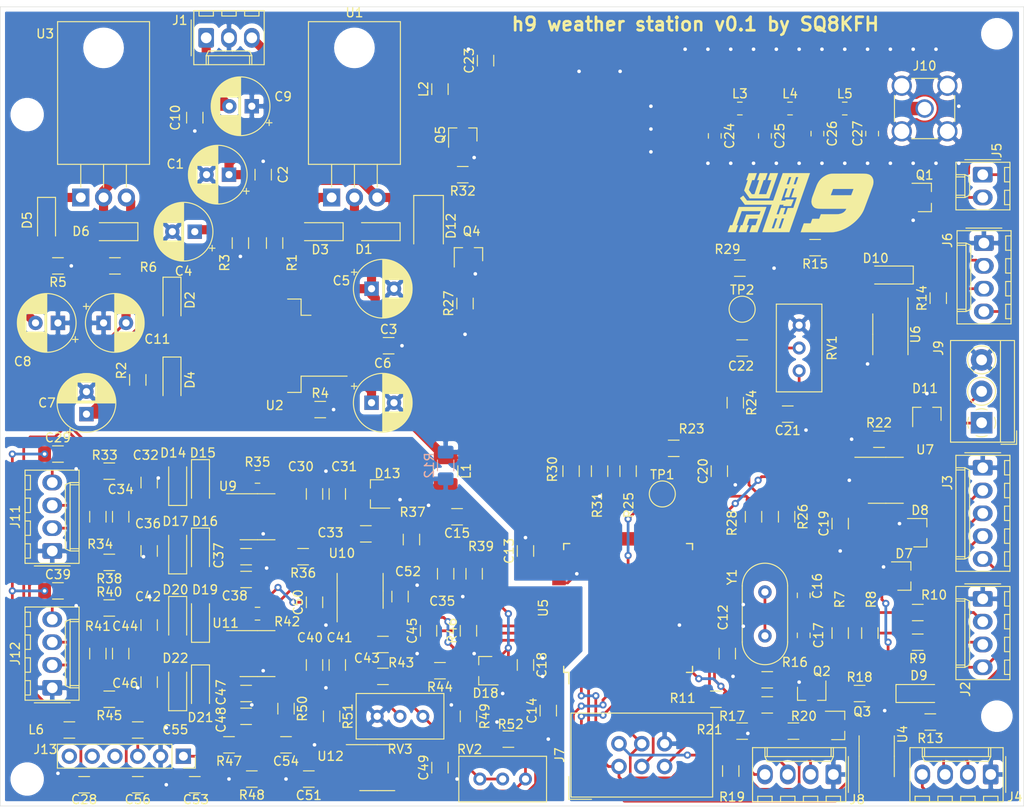
<source format=kicad_pcb>
(kicad_pcb (version 20171130) (host pcbnew "(5.1.2-1)-1")
  (title_block (title "h9 weather station") (date 2020-11-17) (rev v0.1) (company SQ8KFH))
  (layers (0 F.Cu signal) (31 B.Cu signal) (34 B.Paste user) (35 F.Paste user) (36 B.SilkS user) (37 F.SilkS user) (38 B.Mask user) (39 F.Mask user) (44 Edge.Cuts user))
  (net 0 "")
  (net 1 GND)
  (net 2 +12V)
  (net 3 +9VA)
  (net 4 "Net-(C4-Pad1)")
  (net 5 "Net-(C6-Pad1)")
  (net 6 +5V)
  (net 7 "Net-(C8-Pad2)")
  (net 8 "Net-(C10-Pad2)")
  (net 9 -9VA)
  (net 10 +5VA)
  (net 11 GNDA)
  (net 12 "Net-(C16-Pad1)")
  (net 13 "Net-(C17-Pad1)")
  (net 14 "Net-(C20-Pad2)")
  (net 15 "Net-(C21-Pad2)")
  (net 16 +4V)
  (net 17 "Net-(C24-Pad1)")
  (net 18 "Net-(C25-Pad1)")
  (net 19 "Net-(C26-Pad1)")
  (net 20 ADC_CMP3)
  (net 21 ADC_W200P)
  (net 22 "Net-(C53-Pad2)")
  (net 23 /MCU/SDA)
  (net 24 /MCU/SCL)
  (net 25 "Net-(D9-Pad2)")
  (net 26 "Net-(D9-Pad1)")
  (net 27 "Net-(D10-Pad2)")
  (net 28 "Net-(D10-Pad1)")
  (net 29 "Net-(D11-Pad2)")
  (net 30 "Net-(D11-Pad1)")
  (net 31 "Net-(D12-Pad1)")
  (net 32 "Net-(J2-Pad3)")
  (net 33 "Net-(J2-Pad2)")
  (net 34 /MCU/LS_INT)
  (net 35 "Net-(J4-Pad3)")
  (net 36 "Net-(J5-Pad2)")
  (net 37 "Net-(J6-Pad3)")
  (net 38 "Net-(J7-Pad5)")
  (net 39 /MCU/RX0)
  (net 40 "Net-(J7-Pad3)")
  (net 41 /MCU/TX0)
  (net 42 "Net-(J8-Pad3)")
  (net 43 "Net-(J8-Pad2)")
  (net 44 "Net-(J11-Pad3)")
  (net 45 "Net-(J11-Pad2)")
  (net 46 "Net-(J12-Pad3)")
  (net 47 "Net-(J12-Pad2)")
  (net 48 "Net-(Q1-Pad1)")
  (net 49 "Net-(Q2-Pad1)")
  (net 50 "Net-(Q3-Pad3)")
  (net 51 "Net-(Q3-Pad1)")
  (net 52 "Net-(Q4-Pad3)")
  (net 53 DRA_PTT)
  (net 54 "Net-(Q5-Pad3)")
  (net 55 DRA_HL)
  (net 56 "Net-(R15-Pad2)")
  (net 57 "Net-(R22-Pad2)")
  (net 58 AF_OUT)
  (net 59 "Net-(R25-Pad2)")
  (net 60 DRA_SQL)
  (net 61 RX1)
  (net 62 "Net-(R26-Pad1)")
  (net 63 TX1)
  (net 64 "Net-(R28-Pad1)")
  (net 65 "Net-(R30-Pad2)")
  (net 66 DRA_PD)
  (net 67 "Net-(R35-Pad2)")
  (net 68 "Net-(R35-Pad1)")
  (net 69 "Net-(R42-Pad2)")
  (net 70 "Net-(R42-Pad1)")
  (net 71 ADC_MPX4115A)
  (net 72 "Net-(R50-Pad2)")
  (net 73 "Net-(R50-Pad1)")
  (net 74 "Net-(R51-Pad1)")
  (net 75 "Net-(R52-Pad1)")
  (net 76 /MCU/T3)
  (net 77 /MCU/T0)
  (net 78 /MCU/CANRX)
  (net 79 /MCU/CANTX)
  (net 80 "Net-(R36-Pad2)")
  (net 81 "Net-(R43-Pad2)")
  (net 82 "Net-(C18-Pad1)")
  (net 83 "Net-(C22-Pad2)")
  (net 84 "Net-(C22-Pad1)")
  (net 85 "Net-(C27-Pad1)")
  (net 86 "Net-(C29-Pad1)")
  (net 87 "Net-(C32-Pad1)")
  (net 88 "Net-(C33-Pad2)")
  (net 89 "Net-(C34-Pad1)")
  (net 90 "Net-(C35-Pad2)")
  (net 91 "Net-(C42-Pad1)")
  (net 92 "Net-(C43-Pad2)")
  (net 93 "Net-(C44-Pad1)")
  (net 94 "Net-(C45-Pad2)")
  (net 95 "Net-(C54-Pad2)")
  (module Connector_Molex:Molex_KK-254_AE-6410-05A_1x05_P2.54mm_Vertical (layer F.Cu) (at 180.467 126.619 270)
    (fp_text reference J3 (at 1.671 3.926 90) (layer F.SilkS))
    (fp_text value "Gravity-Lightning Sensor ")
    (pad 5 thru_hole oval (at 10.16 0 270) (size 1.74 2.2) (drill 1.2) (layers *.Cu *.Mask) (net 34 /MCU/LS_INT))
    (pad 4 thru_hole oval (at 7.62 0 270) (size 1.74 2.2) (drill 1.2) (layers *.Cu *.Mask) (net 6 +5V))
    (pad 3 thru_hole oval (at 5.08 0 270) (size 1.74 2.2) (drill 1.2) (layers *.Cu *.Mask) (net 24 /MCU/SCL))
    (pad 2 thru_hole oval (at 2.54 0 270) (size 1.74 2.2) (drill 1.2) (layers *.Cu *.Mask) (net 23 /MCU/SDA))
    (pad 1 thru_hole roundrect (at 0 0 270) (size 1.74 2.2) (drill 1.2) (layers *.Cu *.Mask) (roundrect_rratio 0.143678) (net 1 GND))
  )
  (module MountingHole:MountingHole_2.5mm (layer F.Cu) (at 182.041 78.29)
    (fp_text reference "" (at 0 -3.5) (layer F.SilkS))
    (fp_text value MountingHole_2.5mm)
    (pad 1 np_thru_hole circle (at 0 0) (size 2.5 2.5) (drill 2.5) (layers *.Cu *.Mask))
  )
  (module MountingHole:MountingHole_2.5mm (layer F.Cu) (at 182.041 154.29)
    (fp_text reference "" (at 0 -3.5) (layer F.SilkS))
    (fp_text value MountingHole_2.5mm)
    (pad 1 np_thru_hole circle (at 0 0) (size 2.5 2.5) (drill 2.5) (layers *.Cu *.Mask))
  )
  (module kfhlib:H9 (layer F.Cu) (at 160.02 97.29)
    (fp_text reference G*** hide)
    (fp_text value LOGO hide)
  )
  (module MountingHole:MountingHole_2.7mm_M2.5 (layer F.Cu) (at 74.041 87.29)
    (fp_text reference "" (at 0 -3.7) (layer F.SilkS))
    (fp_text value MountingHole_2.7mm_M2.5)
    (pad 1 np_thru_hole circle (at 0 0) (size 2.7 2.7) (drill 2.7) (layers *.Cu *.Mask))
  )
  (module MountingHole:MountingHole_2.7mm_M2.5 (layer F.Cu) (at 74.041 161.29)
    (fp_text reference "" (at 0 -3.7) (layer F.SilkS))
    (fp_text value MountingHole_2.7mm_M2.5)
    (pad 1 np_thru_hole circle (at 0 0) (size 2.7 2.7) (drill 2.7) (layers *.Cu *.Mask))
  )
  (module Capacitor_SMD:C_1206_3216Metric_Pad1.42x1.75mm_HandSolder (layer F.Cu) (at 152.019 147.32 270)
    (fp_text reference C12 (at -4.03 0.478 90) (layer F.SilkS))
    (fp_text value 100nF)
    (pad 2 smd roundrect (at 1.4875 0 270) (size 1.425 1.75) (layers F.Cu F.Paste F.Mask) (roundrect_rratio 0.175439) (net 1 GND))
    (pad 1 smd roundrect (at -1.4875 0 270) (size 1.425 1.75) (layers F.Cu F.Paste F.Mask) (roundrect_rratio 0.175439) (net 6 +5V))
  )
  (module Package_TO_SOT_SMD:TO-263-3_TabPin2 (layer F.Cu) (at 101.6 113.03 180)
    (fp_text reference U2 (at 0 -6.65) (layer F.SilkS))
    (fp_text value LM317)
    (pad 2 smd rect (at 3.375 0 180) (size 9.4 10.8) (layers F.Cu F.Mask) (net 6 +5V))
    (pad 3 smd rect (at -5.775 2.54 180) (size 4.6 1.1) (layers F.Cu F.Paste F.Mask) (net 3 +9VA))
    (pad 2 smd rect (at -5.775 0 180) (size 4.6 1.1) (layers F.Cu F.Paste F.Mask) (net 6 +5V))
    (pad 1 smd rect (at -5.775 -2.54 180) (size 4.6 1.1) (layers F.Cu F.Paste F.Mask) (net 5 "Net-(C6-Pad1)"))
  )
  (module Package_SO:SOIC-8_3.9x4.9mm_P1.27mm (layer F.Cu) (at 169.672 128.016)
    (fp_text reference U7 (at 4.369 -3.4) (layer F.SilkS))
    (fp_text value MCP2551-I-SN)
    (pad 8 smd roundrect (at 2.475 -1.905) (size 1.95 0.6) (layers F.Cu F.Paste F.Mask) (net 57 "Net-(R22-Pad2)"))
    (pad 7 smd roundrect (at 2.475 -0.635) (size 1.95 0.6) (layers F.Cu F.Paste F.Mask) (net 30 "Net-(D11-Pad1)"))
    (pad 6 smd roundrect (at 2.475 0.635) (size 1.95 0.6) (layers F.Cu F.Paste F.Mask) (net 29 "Net-(D11-Pad2)"))
    (pad 5 smd roundrect (at 2.475 1.905) (size 1.95 0.6) (layers F.Cu F.Paste F.Mask))
    (pad 4 smd roundrect (at -2.475 1.905) (size 1.95 0.6) (layers F.Cu F.Paste F.Mask) (net 78 /MCU/CANRX))
    (pad 3 smd roundrect (at -2.475 0.635) (size 1.95 0.6) (layers F.Cu F.Paste F.Mask) (net 6 +5V))
    (pad 2 smd roundrect (at -2.475 -0.635) (size 1.95 0.6) (layers F.Cu F.Paste F.Mask) (net 1 GND))
    (pad 1 smd roundrect (at -2.475 -1.905) (size 1.95 0.6) (layers F.Cu F.Paste F.Mask) (net 79 /MCU/CANTX))
  )
  (module Crystal:Crystal_HC49-U_Vertical (layer F.Cu) (at 156.21 140.462 270)
    (fp_text reference Y1 (at -1.672 3.669 90) (layer F.SilkS))
    (fp_text value 12MHz)
    (pad 2 thru_hole circle (at 4.88 0 270) (size 1.5 1.5) (drill 0.8) (layers *.Cu *.Mask) (net 13 "Net-(C17-Pad1)"))
    (pad 1 thru_hole circle (at 0 0 270) (size 1.5 1.5) (drill 0.8) (layers *.Cu *.Mask) (net 12 "Net-(C16-Pad1)"))
  )
  (module Package_SO:SOIC-8_3.9x4.9mm_P1.27mm (layer F.Cu) (at 113.03 160.02)
    (fp_text reference U12 (at -5.207 -1.27) (layer F.SilkS))
    (fp_text value LM358)
    (pad 8 smd roundrect (at 2.475 -1.905) (size 1.95 0.6) (layers F.Cu F.Paste F.Mask) (net 3 +9VA))
    (pad 7 smd roundrect (at 2.475 -0.635) (size 1.95 0.6) (layers F.Cu F.Paste F.Mask) (net 71 ADC_MPX4115A))
    (pad 6 smd roundrect (at 2.475 0.635) (size 1.95 0.6) (layers F.Cu F.Paste F.Mask) (net 75 "Net-(R52-Pad1)"))
    (pad 5 smd roundrect (at 2.475 1.905) (size 1.95 0.6) (layers F.Cu F.Paste F.Mask) (net 73 "Net-(R50-Pad1)"))
    (pad 4 smd roundrect (at -2.475 1.905) (size 1.95 0.6) (layers F.Cu F.Paste F.Mask) (net 9 -9VA))
    (pad 3 smd roundrect (at -2.475 0.635) (size 1.95 0.6) (layers F.Cu F.Paste F.Mask) (net 95 "Net-(C54-Pad2)"))
    (pad 2 smd roundrect (at -2.475 -0.635) (size 1.95 0.6) (layers F.Cu F.Paste F.Mask) (net 72 "Net-(R50-Pad2)"))
    (pad 1 smd roundrect (at -2.475 -1.905) (size 1.95 0.6) (layers F.Cu F.Paste F.Mask) (net 73 "Net-(R50-Pad1)"))
  )
  (module Package_SO:SOIC-8_3.9x4.9mm_P1.27mm (layer F.Cu) (at 99.695 147.32)
    (fp_text reference U11 (at -3.556 -3.4) (layer F.SilkS))
    (fp_text value AD620)
    (pad 8 smd roundrect (at 2.475 -1.905) (size 1.95 0.6) (layers F.Cu F.Paste F.Mask) (net 69 "Net-(R42-Pad2)"))
    (pad 7 smd roundrect (at 2.475 -0.635) (size 1.95 0.6) (layers F.Cu F.Paste F.Mask) (net 3 +9VA))
    (pad 6 smd roundrect (at 2.475 0.635) (size 1.95 0.6) (layers F.Cu F.Paste F.Mask) (net 81 "Net-(R43-Pad2)"))
    (pad 5 smd roundrect (at 2.475 1.905) (size 1.95 0.6) (layers F.Cu F.Paste F.Mask) (net 11 GNDA))
    (pad 4 smd roundrect (at -2.475 1.905) (size 1.95 0.6) (layers F.Cu F.Paste F.Mask) (net 9 -9VA))
    (pad 3 smd roundrect (at -2.475 0.635) (size 1.95 0.6) (layers F.Cu F.Paste F.Mask) (net 93 "Net-(C44-Pad1)"))
    (pad 2 smd roundrect (at -2.475 -0.635) (size 1.95 0.6) (layers F.Cu F.Paste F.Mask) (net 91 "Net-(C42-Pad1)"))
    (pad 1 smd roundrect (at -2.475 -1.905) (size 1.95 0.6) (layers F.Cu F.Paste F.Mask) (net 70 "Net-(R42-Pad1)"))
  )
  (module Package_SO:SOIC-8_3.9x4.9mm_P1.27mm (layer F.Cu) (at 111.125 140.335 90)
    (fp_text reference U10 (at 4.191 -2.032 180) (layer F.SilkS))
    (fp_text value NE5532)
    (pad 8 smd roundrect (at 2.475 -1.905 90) (size 1.95 0.6) (layers F.Cu F.Paste F.Mask) (net 3 +9VA))
    (pad 7 smd roundrect (at 2.475 -0.635 90) (size 1.95 0.6) (layers F.Cu F.Paste F.Mask) (net 20 ADC_CMP3))
    (pad 6 smd roundrect (at 2.475 0.635 90) (size 1.95 0.6) (layers F.Cu F.Paste F.Mask) (net 20 ADC_CMP3))
    (pad 5 smd roundrect (at 2.475 1.905 90) (size 1.95 0.6) (layers F.Cu F.Paste F.Mask) (net 90 "Net-(C35-Pad2)"))
    (pad 4 smd roundrect (at -2.475 1.905 90) (size 1.95 0.6) (layers F.Cu F.Paste F.Mask) (net 9 -9VA))
    (pad 3 smd roundrect (at -2.475 0.635 90) (size 1.95 0.6) (layers F.Cu F.Paste F.Mask) (net 94 "Net-(C45-Pad2)"))
    (pad 2 smd roundrect (at -2.475 -0.635 90) (size 1.95 0.6) (layers F.Cu F.Paste F.Mask) (net 21 ADC_W200P))
    (pad 1 smd roundrect (at -2.475 -1.905 90) (size 1.95 0.6) (layers F.Cu F.Paste F.Mask) (net 21 ADC_W200P))
  )
  (module Package_SO:SOIC-8_3.9x4.9mm_P1.27mm (layer F.Cu) (at 99.695 132.08)
    (fp_text reference U9 (at -3.302 -3.4) (layer F.SilkS))
    (fp_text value AD8223)
    (pad 8 smd roundrect (at 2.475 -1.905) (size 1.95 0.6) (layers F.Cu F.Paste F.Mask) (net 67 "Net-(R35-Pad2)"))
    (pad 7 smd roundrect (at 2.475 -0.635) (size 1.95 0.6) (layers F.Cu F.Paste F.Mask) (net 3 +9VA))
    (pad 6 smd roundrect (at 2.475 0.635) (size 1.95 0.6) (layers F.Cu F.Paste F.Mask) (net 80 "Net-(R36-Pad2)"))
    (pad 5 smd roundrect (at 2.475 1.905) (size 1.95 0.6) (layers F.Cu F.Paste F.Mask) (net 11 GNDA))
    (pad 4 smd roundrect (at -2.475 1.905) (size 1.95 0.6) (layers F.Cu F.Paste F.Mask) (net 9 -9VA))
    (pad 3 smd roundrect (at -2.475 0.635) (size 1.95 0.6) (layers F.Cu F.Paste F.Mask) (net 89 "Net-(C34-Pad1)"))
    (pad 2 smd roundrect (at -2.475 -0.635) (size 1.95 0.6) (layers F.Cu F.Paste F.Mask) (net 87 "Net-(C32-Pad1)"))
    (pad 1 smd roundrect (at -2.475 -1.905) (size 1.95 0.6) (layers F.Cu F.Paste F.Mask) (net 68 "Net-(R35-Pad1)"))
  )
  (module kfhlib:DRA818 (layer F.Cu) (at 137.795 100 90)
    (fp_text reference U8 hide)
    (fp_text value DRA818V hide)
    (pad P1 smd rect (at 11.1 0 90) (size 6.5 6.6) (layers F.Cu F.Paste F.Mask))
    (pad P3 smd rect (at -18.288 6.858 90) (size 4 8) (layers F.Cu F.Paste F.Mask))
    (pad P2 smd rect (at -18.288 -6.858 90) (size 4 8) (layers F.Cu F.Paste F.Mask))
    (pad 11 smd rect (at 17.526 6.858 180) (size 2 4) (layers F.Cu F.Paste F.Mask))
    (pad 10 smd rect (at 17.526 2.286 180) (size 2 4) (layers F.Cu F.Paste F.Mask) (net 1 GND))
    (pad 9 smd rect (at 17.526 -2.286 180) (size 2 4) (layers F.Cu F.Paste F.Mask) (net 1 GND))
    (pad 8 smd rect (at 17.526 -6.858 180) (size 2 4) (layers F.Cu F.Paste F.Mask) (net 16 +4V))
    (pad 18 smd rect (at -13.35 8.7 90) (size 2 4) (layers F.Cu F.Paste F.Mask) (net 84 "Net-(C22-Pad1)"))
    (pad 17 smd rect (at -8.9 8.7 90) (size 2 4) (layers F.Cu F.Paste F.Mask) (net 62 "Net-(R26-Pad1)"))
    (pad 16 smd rect (at -4.45 8.7 90) (size 2 4) (layers F.Cu F.Paste F.Mask) (net 64 "Net-(R28-Pad1)"))
    (pad 15 smd rect (at 0 8.7 90) (size 2 4) (layers F.Cu F.Paste F.Mask))
    (pad 14 smd rect (at 4.45 8.7 90) (size 2 4) (layers F.Cu F.Paste F.Mask))
    (pad 13 smd rect (at 8.9 8.7 90) (size 2 4) (layers F.Cu F.Paste F.Mask))
    (pad 12 smd rect (at 13.35 8.7 90) (size 2 4) (layers F.Cu F.Paste F.Mask) (net 17 "Net-(C24-Pad1)"))
    (pad 1 smd rect (at -13.35 -8.7 90) (size 2 4) (layers F.Cu F.Paste F.Mask) (net 59 "Net-(R25-Pad2)"))
    (pad 2 smd rect (at -8.9 -8.7 90) (size 2 4) (layers F.Cu F.Paste F.Mask))
    (pad 3 smd rect (at -4.45 -8.7 90) (size 2 4) (layers F.Cu F.Paste F.Mask))
    (pad 4 smd rect (at 0 -8.7 90) (size 2 4) (layers F.Cu F.Paste F.Mask))
    (pad 5 smd rect (at 4.45 -8.7 90) (size 2 4) (layers F.Cu F.Paste F.Mask) (net 52 "Net-(Q4-Pad3)"))
    (pad 6 smd rect (at 8.9 -8.7 90) (size 2 4) (layers F.Cu F.Paste F.Mask) (net 65 "Net-(R30-Pad2)"))
    (pad 7 smd rect (at 13.35 -8.7 90) (size 2 4) (layers F.Cu F.Paste F.Mask) (net 54 "Net-(Q5-Pad3)"))
  )
  (module Package_SO:SOIC-4_4.55x3.7mm_P2.54mm (layer F.Cu) (at 170.18 111.76 270)
    (fp_text reference U6 (at 0 -2.8 90) (layer F.SilkS))
    (fp_text value TLP185)
    (pad 6 smd roundrect (at 3.25 -1.27 270) (size 1.6 0.55) (layers F.Cu F.Paste F.Mask) (net 77 /MCU/T0))
    (pad 4 smd roundrect (at 3.25 1.27 270) (size 1.6 0.55) (layers F.Cu F.Paste F.Mask) (net 1 GND))
    (pad 3 smd roundrect (at -3.25 1.27 270) (size 1.6 0.55) (layers F.Cu F.Paste F.Mask) (net 27 "Net-(D10-Pad2)"))
    (pad 1 smd roundrect (at -3.25 -1.27 270) (size 1.6 0.55) (layers F.Cu F.Paste F.Mask) (net 28 "Net-(D10-Pad1)"))
  )
  (module Package_QFP:TQFP-64_14x14mm_P0.8mm (layer F.Cu) (at 140.97 142.24 90)
    (fp_text reference U5 (at 0 -9.45 90) (layer F.SilkS))
    (fp_text value AT90CAN128-16AU)
    (pad 64 smd rect (at -6 -7.7 180) (size 1.5 0.55) (layers F.Cu F.Paste F.Mask) (net 10 +5VA))
    (pad 63 smd rect (at -5.2 -7.7 180) (size 1.5 0.55) (layers F.Cu F.Paste F.Mask) (net 11 GNDA))
    (pad 62 smd rect (at -4.4 -7.7 180) (size 1.5 0.55) (layers F.Cu F.Paste F.Mask) (net 82 "Net-(C18-Pad1)"))
    (pad 61 smd rect (at -3.6 -7.7 180) (size 1.5 0.55) (layers F.Cu F.Paste F.Mask) (net 71 ADC_MPX4115A))
    (pad 60 smd rect (at -2.8 -7.7 180) (size 1.5 0.55) (layers F.Cu F.Paste F.Mask) (net 21 ADC_W200P))
    (pad 59 smd rect (at -2 -7.7 180) (size 1.5 0.55) (layers F.Cu F.Paste F.Mask) (net 20 ADC_CMP3))
    (pad 58 smd rect (at -1.2 -7.7 180) (size 1.5 0.55) (layers F.Cu F.Paste F.Mask))
    (pad 57 smd rect (at -0.4 -7.7 180) (size 1.5 0.55) (layers F.Cu F.Paste F.Mask))
    (pad 56 smd rect (at 0.4 -7.7 180) (size 1.5 0.55) (layers F.Cu F.Paste F.Mask))
    (pad 55 smd rect (at 1.2 -7.7 180) (size 1.5 0.55) (layers F.Cu F.Paste F.Mask))
    (pad 54 smd rect (at 2 -7.7 180) (size 1.5 0.55) (layers F.Cu F.Paste F.Mask))
    (pad 53 smd rect (at 2.8 -7.7 180) (size 1.5 0.55) (layers F.Cu F.Paste F.Mask) (net 1 GND))
    (pad 52 smd rect (at 3.6 -7.7 180) (size 1.5 0.55) (layers F.Cu F.Paste F.Mask) (net 6 +5V))
    (pad 51 smd rect (at 4.4 -7.7 180) (size 1.5 0.55) (layers F.Cu F.Paste F.Mask))
    (pad 50 smd rect (at 5.2 -7.7 180) (size 1.5 0.55) (layers F.Cu F.Paste F.Mask))
    (pad 49 smd rect (at 6 -7.7 180) (size 1.5 0.55) (layers F.Cu F.Paste F.Mask))
    (pad 48 smd rect (at 7.7 -6 90) (size 1.5 0.55) (layers F.Cu F.Paste F.Mask) (net 55 DRA_HL))
    (pad 47 smd rect (at 7.7 -5.2 90) (size 1.5 0.55) (layers F.Cu F.Paste F.Mask) (net 53 DRA_PTT))
    (pad 46 smd rect (at 7.7 -4.4 90) (size 1.5 0.55) (layers F.Cu F.Paste F.Mask) (net 66 DRA_PD))
    (pad 45 smd rect (at 7.7 -3.6 90) (size 1.5 0.55) (layers F.Cu F.Paste F.Mask) (net 60 DRA_SQL))
    (pad 44 smd rect (at 7.7 -2.8 90) (size 1.5 0.55) (layers F.Cu F.Paste F.Mask))
    (pad 43 smd rect (at 7.7 -2 90) (size 1.5 0.55) (layers F.Cu F.Paste F.Mask))
    (pad 42 smd rect (at 7.7 -1.2 90) (size 1.5 0.55) (layers F.Cu F.Paste F.Mask))
    (pad 41 smd rect (at 7.7 -0.4 90) (size 1.5 0.55) (layers F.Cu F.Paste F.Mask))
    (pad 40 smd rect (at 7.7 0.4 90) (size 1.5 0.55) (layers F.Cu F.Paste F.Mask))
    (pad 39 smd rect (at 7.7 1.2 90) (size 1.5 0.55) (layers F.Cu F.Paste F.Mask))
    (pad 38 smd rect (at 7.7 2 90) (size 1.5 0.55) (layers F.Cu F.Paste F.Mask) (net 56 "Net-(R15-Pad2)"))
    (pad 37 smd rect (at 7.7 2.8 90) (size 1.5 0.55) (layers F.Cu F.Paste F.Mask))
    (pad 36 smd rect (at 7.7 3.6 90) (size 1.5 0.55) (layers F.Cu F.Paste F.Mask))
    (pad 35 smd rect (at 7.7 4.4 90) (size 1.5 0.55) (layers F.Cu F.Paste F.Mask))
    (pad 34 smd rect (at 7.7 5.2 90) (size 1.5 0.55) (layers F.Cu F.Paste F.Mask))
    (pad 33 smd rect (at 7.7 6 90) (size 1.5 0.55) (layers F.Cu F.Paste F.Mask))
    (pad 32 smd rect (at 6 7.7 180) (size 1.5 0.55) (layers F.Cu F.Paste F.Mask) (net 77 /MCU/T0))
    (pad 31 smd rect (at 5.2 7.7 180) (size 1.5 0.55) (layers F.Cu F.Paste F.Mask) (net 78 /MCU/CANRX))
    (pad 30 smd rect (at 4.4 7.7 180) (size 1.5 0.55) (layers F.Cu F.Paste F.Mask) (net 79 /MCU/CANTX))
    (pad 29 smd rect (at 3.6 7.7 180) (size 1.5 0.55) (layers F.Cu F.Paste F.Mask))
    (pad 28 smd rect (at 2.8 7.7 180) (size 1.5 0.55) (layers F.Cu F.Paste F.Mask) (net 63 TX1))
    (pad 27 smd rect (at 2 7.7 180) (size 1.5 0.55) (layers F.Cu F.Paste F.Mask) (net 61 RX1))
    (pad 26 smd rect (at 1.2 7.7 180) (size 1.5 0.55) (layers F.Cu F.Paste F.Mask) (net 23 /MCU/SDA))
    (pad 25 smd rect (at 0.4 7.7 180) (size 1.5 0.55) (layers F.Cu F.Paste F.Mask) (net 24 /MCU/SCL))
    (pad 24 smd rect (at -0.4 7.7 180) (size 1.5 0.55) (layers F.Cu F.Paste F.Mask) (net 12 "Net-(C16-Pad1)"))
    (pad 23 smd rect (at -1.2 7.7 180) (size 1.5 0.55) (layers F.Cu F.Paste F.Mask) (net 13 "Net-(C17-Pad1)"))
    (pad 22 smd rect (at -2 7.7 180) (size 1.5 0.55) (layers F.Cu F.Paste F.Mask) (net 1 GND))
    (pad 21 smd rect (at -2.8 7.7 180) (size 1.5 0.55) (layers F.Cu F.Paste F.Mask) (net 6 +5V))
    (pad 20 smd rect (at -3.6 7.7 180) (size 1.5 0.55) (layers F.Cu F.Paste F.Mask) (net 38 "Net-(J7-Pad5)"))
    (pad 19 smd rect (at -4.4 7.7 180) (size 1.5 0.55) (layers F.Cu F.Paste F.Mask))
    (pad 18 smd rect (at -5.2 7.7 180) (size 1.5 0.55) (layers F.Cu F.Paste F.Mask))
    (pad 17 smd rect (at -6 7.7 180) (size 1.5 0.55) (layers F.Cu F.Paste F.Mask) (net 58 AF_OUT))
    (pad 16 smd rect (at -7.7 6 90) (size 1.5 0.55) (layers F.Cu F.Paste F.Mask))
    (pad 15 smd rect (at -7.7 5.2 90) (size 1.5 0.55) (layers F.Cu F.Paste F.Mask))
    (pad 14 smd rect (at -7.7 4.4 90) (size 1.5 0.55) (layers F.Cu F.Paste F.Mask))
    (pad 13 smd rect (at -7.7 3.6 90) (size 1.5 0.55) (layers F.Cu F.Paste F.Mask))
    (pad 12 smd rect (at -7.7 2.8 90) (size 1.5 0.55) (layers F.Cu F.Paste F.Mask))
    (pad 11 smd rect (at -7.7 2 90) (size 1.5 0.55) (layers F.Cu F.Paste F.Mask) (net 40 "Net-(J7-Pad3)"))
    (pad 10 smd rect (at -7.7 1.2 90) (size 1.5 0.55) (layers F.Cu F.Paste F.Mask))
    (pad 9 smd rect (at -7.7 0.4 90) (size 1.5 0.55) (layers F.Cu F.Paste F.Mask))
    (pad 8 smd rect (at -7.7 -0.4 90) (size 1.5 0.55) (layers F.Cu F.Paste F.Mask) (net 76 /MCU/T3))
    (pad 7 smd rect (at -7.7 -1.2 90) (size 1.5 0.55) (layers F.Cu F.Paste F.Mask))
    (pad 6 smd rect (at -7.7 -2 90) (size 1.5 0.55) (layers F.Cu F.Paste F.Mask) (net 34 /MCU/LS_INT))
    (pad 5 smd rect (at -7.7 -2.8 90) (size 1.5 0.55) (layers F.Cu F.Paste F.Mask))
    (pad 4 smd rect (at -7.7 -3.6 90) (size 1.5 0.55) (layers F.Cu F.Paste F.Mask))
    (pad 3 smd rect (at -7.7 -4.4 90) (size 1.5 0.55) (layers F.Cu F.Paste F.Mask) (net 41 /MCU/TX0))
    (pad 2 smd rect (at -7.7 -5.2 90) (size 1.5 0.55) (layers F.Cu F.Paste F.Mask) (net 39 /MCU/RX0))
    (pad 1 smd rect (at -7.7 -6 90) (size 1.5 0.55) (layers F.Cu F.Paste F.Mask))
  )
  (module Package_SO:SOIC-4_4.55x3.7mm_P2.54mm (layer F.Cu) (at 168.656 158.75 90)
    (fp_text reference U4 (at 2.46 2.885 90) (layer F.SilkS))
    (fp_text value TLP185)
    (pad 6 smd roundrect (at 3.25 -1.27 90) (size 1.6 0.55) (layers F.Cu F.Paste F.Mask) (net 76 /MCU/T3))
    (pad 4 smd roundrect (at 3.25 1.27 90) (size 1.6 0.55) (layers F.Cu F.Paste F.Mask) (net 1 GND))
    (pad 3 smd roundrect (at -3.25 1.27 90) (size 1.6 0.55) (layers F.Cu F.Paste F.Mask) (net 25 "Net-(D9-Pad2)"))
    (pad 1 smd roundrect (at -3.25 -1.27 90) (size 1.6 0.55) (layers F.Cu F.Paste F.Mask) (net 26 "Net-(D9-Pad1)"))
  )
  (module Package_TO_SOT_THT:TO-220-3_Horizontal_TabDown (layer F.Cu) (at 80.01 96.52)
    (fp_text reference U3 (at -3.969 -18.23) (layer F.SilkS))
    (fp_text value LM237)
    (pad 3 thru_hole oval (at 5.08 0) (size 1.905 2) (drill 1.1) (layers *.Cu *.Mask) (net 9 -9VA))
    (pad 2 thru_hole oval (at 2.54 0) (size 1.905 2) (drill 1.1) (layers *.Cu *.Mask) (net 8 "Net-(C10-Pad2)"))
    (pad 1 thru_hole rect (at 0 0) (size 1.905 2) (drill 1.1) (layers *.Cu *.Mask) (net 7 "Net-(C8-Pad2)"))
    (pad "" np_thru_hole oval (at 2.54 -16.66) (size 3.5 3.5) (drill 3.5) (layers *.Cu *.Mask))
  )
  (module Package_TO_SOT_THT:TO-220-3_Horizontal_TabDown (layer F.Cu) (at 107.95 96.52)
    (fp_text reference U1 (at 2.54 -20.58) (layer F.SilkS))
    (fp_text value LM217)
    (pad 3 thru_hole oval (at 5.08 0) (size 1.905 2) (drill 1.1) (layers *.Cu *.Mask) (net 2 +12V))
    (pad 2 thru_hole oval (at 2.54 0) (size 1.905 2) (drill 1.1) (layers *.Cu *.Mask) (net 3 +9VA))
    (pad 1 thru_hole rect (at 0 0) (size 1.905 2) (drill 1.1) (layers *.Cu *.Mask) (net 4 "Net-(C4-Pad1)"))
    (pad "" np_thru_hole oval (at 2.54 -16.66) (size 3.5 3.5) (drill 3.5) (layers *.Cu *.Mask))
  )
  (module TestPoint:TestPoint_Pad_D2.5mm (layer F.Cu) (at 153.67 108.966)
    (fp_text reference TP2 (at 0 -2.148) (layer F.SilkS))
    (fp_text value AF)
    (pad 1 smd circle (at 0 0) (size 2.5 2.5) (layers F.Cu F.Mask) (net 84 "Net-(C22-Pad1)"))
  )
  (module TestPoint:TestPoint_Pad_D2.5mm (layer F.Cu) (at 144.78 129.54)
    (fp_text reference TP1 (at 0 -2.148) (layer F.SilkS))
    (fp_text value PWM_AF)
    (pad 1 smd circle (at 0 0) (size 2.5 2.5) (layers F.Cu F.Mask) (net 58 AF_OUT))
  )
  (module Potentiometer_THT:Potentiometer_Bourns_3296W_Vertical (layer F.Cu) (at 113.03 154.305 180)
    (fp_text reference RV3 (at -2.54 -3.66) (layer F.SilkS))
    (fp_text value R_POT)
    (pad 3 thru_hole circle (at -5.08 0 180) (size 1.44 1.44) (drill 0.8) (layers *.Cu *.Mask) (net 3 +9VA))
    (pad 2 thru_hole circle (at -2.54 0 180) (size 1.44 1.44) (drill 0.8) (layers *.Cu *.Mask) (net 74 "Net-(R51-Pad1)"))
    (pad 1 thru_hole circle (at 0 0 180) (size 1.44 1.44) (drill 0.8) (layers *.Cu *.Mask) (net 11 GNDA))
  )
  (module Potentiometer_THT:Potentiometer_Bourns_3296W_Vertical (layer F.Cu) (at 129.54 161.29)
    (fp_text reference RV2 (at -6.223 -3.302) (layer F.SilkS))
    (fp_text value R_POT)
    (pad 3 thru_hole circle (at -5.08 0) (size 1.44 1.44) (drill 0.8) (layers *.Cu *.Mask) (net 71 ADC_MPX4115A))
    (pad 2 thru_hole circle (at -2.54 0) (size 1.44 1.44) (drill 0.8) (layers *.Cu *.Mask) (net 71 ADC_MPX4115A))
    (pad 1 thru_hole circle (at 0 0) (size 1.44 1.44) (drill 0.8) (layers *.Cu *.Mask) (net 75 "Net-(R52-Pad1)"))
  )
  (module Potentiometer_THT:Potentiometer_Bourns_3296W_Vertical (layer F.Cu) (at 160.02 115.824 270)
    (fp_text reference RV1 (at -2.54 -3.66 90) (layer F.SilkS))
    (fp_text value 10k)
    (pad 3 thru_hole circle (at -5.08 0 270) (size 1.44 1.44) (drill 0.8) (layers *.Cu *.Mask) (net 1 GND))
    (pad 2 thru_hole circle (at -2.54 0 270) (size 1.44 1.44) (drill 0.8) (layers *.Cu *.Mask) (net 83 "Net-(C22-Pad2)"))
    (pad 1 thru_hole circle (at 0 0 270) (size 1.44 1.44) (drill 0.8) (layers *.Cu *.Mask) (net 15 "Net-(C21-Pad2)"))
  )
  (module Resistor_SMD:R_1206_3216Metric_Pad1.42x1.75mm_HandSolder (layer F.Cu) (at 127.635 156.845 180)
    (fp_text reference R52 (at -0.254 1.651) (layer F.SilkS))
    (fp_text value 1k)
    (pad 2 smd roundrect (at 1.4875 0 180) (size 1.425 1.75) (layers F.Cu F.Paste F.Mask) (roundrect_rratio 0.175439) (net 11 GNDA))
    (pad 1 smd roundrect (at -1.4875 0 180) (size 1.425 1.75) (layers F.Cu F.Paste F.Mask) (roundrect_rratio 0.175439) (net 75 "Net-(R52-Pad1)"))
  )
  (module Resistor_SMD:R_1206_3216Metric_Pad1.42x1.75mm_HandSolder (layer F.Cu) (at 107.95 154.305 270)
    (fp_text reference R51 (at 0 -1.82 90) (layer F.SilkS))
    (fp_text value 1k)
    (pad 2 smd roundrect (at 1.4875 0 270) (size 1.425 1.75) (layers F.Cu F.Paste F.Mask) (roundrect_rratio 0.175439) (net 72 "Net-(R50-Pad2)"))
    (pad 1 smd roundrect (at -1.4875 0 270) (size 1.425 1.75) (layers F.Cu F.Paste F.Mask) (roundrect_rratio 0.175439) (net 74 "Net-(R51-Pad1)"))
  )
  (module Resistor_SMD:R_1206_3216Metric_Pad1.42x1.75mm_HandSolder (layer F.Cu) (at 102.87 153.4525 270)
    (fp_text reference R50 (at 0 -1.82 90) (layer F.SilkS))
    (fp_text value 1k)
    (pad 2 smd roundrect (at 1.4875 0 270) (size 1.425 1.75) (layers F.Cu F.Paste F.Mask) (roundrect_rratio 0.175439) (net 72 "Net-(R50-Pad2)"))
    (pad 1 smd roundrect (at -1.4875 0 270) (size 1.425 1.75) (layers F.Cu F.Paste F.Mask) (roundrect_rratio 0.175439) (net 73 "Net-(R50-Pad1)"))
  )
  (module Resistor_SMD:R_1206_3216Metric_Pad1.42x1.75mm_HandSolder (layer F.Cu) (at 123.19 154.305 270)
    (fp_text reference R49 (at 0 -1.82 90) (layer F.SilkS))
    (fp_text value NC)
    (pad 2 smd roundrect (at 1.4875 0 270) (size 1.425 1.75) (layers F.Cu F.Paste F.Mask) (roundrect_rratio 0.175439) (net 71 ADC_MPX4115A))
    (pad 1 smd roundrect (at -1.4875 0 270) (size 1.425 1.75) (layers F.Cu F.Paste F.Mask) (roundrect_rratio 0.175439) (net 11 GNDA))
  )
  (module Resistor_SMD:R_1206_3216Metric_Pad1.42x1.75mm_HandSolder (layer F.Cu) (at 99.06 161.29)
    (fp_text reference R48 (at 0 1.778) (layer F.SilkS))
    (fp_text value 1k)
    (pad 2 smd roundrect (at 1.4875 0) (size 1.425 1.75) (layers F.Cu F.Paste F.Mask) (roundrect_rratio 0.175439) (net 95 "Net-(C54-Pad2)"))
    (pad 1 smd roundrect (at -1.4875 0) (size 1.425 1.75) (layers F.Cu F.Paste F.Mask) (roundrect_rratio 0.175439) (net 11 GNDA))
  )
  (module Resistor_SMD:R_1206_3216Metric_Pad1.42x1.75mm_HandSolder (layer F.Cu) (at 96.52 157.48 180)
    (fp_text reference R47 (at 0 -1.82) (layer F.SilkS))
    (fp_text value 1k)
    (pad 2 smd roundrect (at 1.4875 0 180) (size 1.425 1.75) (layers F.Cu F.Paste F.Mask) (roundrect_rratio 0.175439) (net 22 "Net-(C53-Pad2)"))
    (pad 1 smd roundrect (at -1.4875 0 180) (size 1.425 1.75) (layers F.Cu F.Paste F.Mask) (roundrect_rratio 0.175439) (net 95 "Net-(C54-Pad2)"))
  )
  (module Resistor_SMD:R_1206_3216Metric_Pad1.42x1.75mm_HandSolder (layer F.Cu) (at 123.19 144.78 90)
    (fp_text reference R46 (at 0 -1.82 90) (layer F.SilkS))
    (fp_text value NC)
    (pad 2 smd roundrect (at 1.4875 0 90) (size 1.425 1.75) (layers F.Cu F.Paste F.Mask) (roundrect_rratio 0.175439) (net 21 ADC_W200P))
    (pad 1 smd roundrect (at -1.4875 0 90) (size 1.425 1.75) (layers F.Cu F.Paste F.Mask) (roundrect_rratio 0.175439) (net 11 GNDA))
  )
  (module Resistor_SMD:R_1206_3216Metric_Pad1.42x1.75mm_HandSolder (layer F.Cu) (at 83.185 152.4 180)
    (fp_text reference R45 (at 0 -1.82) (layer F.SilkS))
    (fp_text value R_Small)
    (pad 2 smd roundrect (at 1.4875 0 180) (size 1.425 1.75) (layers F.Cu F.Paste F.Mask) (roundrect_rratio 0.175439) (net 47 "Net-(J12-Pad2)"))
    (pad 1 smd roundrect (at -1.4875 0 180) (size 1.425 1.75) (layers F.Cu F.Paste F.Mask) (roundrect_rratio 0.175439) (net 93 "Net-(C44-Pad1)"))
  )
  (module Resistor_SMD:R_1206_3216Metric_Pad1.42x1.75mm_HandSolder (layer F.Cu) (at 120.015 149.225 180)
    (fp_text reference R44 (at 0 -1.82) (layer F.SilkS))
    (fp_text value 10k)
    (pad 2 smd roundrect (at 1.4875 0 180) (size 1.425 1.75) (layers F.Cu F.Paste F.Mask) (roundrect_rratio 0.175439) (net 92 "Net-(C43-Pad2)"))
    (pad 1 smd roundrect (at -1.4875 0 180) (size 1.425 1.75) (layers F.Cu F.Paste F.Mask) (roundrect_rratio 0.175439) (net 94 "Net-(C45-Pad2)"))
  )
  (module Resistor_SMD:R_1206_3216Metric_Pad1.42x1.75mm_HandSolder (layer F.Cu) (at 113.665 149.86 180)
    (fp_text reference R43 (at -2.032 1.524) (layer F.SilkS))
    (fp_text value 10k)
    (pad 2 smd roundrect (at 1.4875 0 180) (size 1.425 1.75) (layers F.Cu F.Paste F.Mask) (roundrect_rratio 0.175439) (net 81 "Net-(R43-Pad2)"))
    (pad 1 smd roundrect (at -1.4875 0 180) (size 1.425 1.75) (layers F.Cu F.Paste F.Mask) (roundrect_rratio 0.175439) (net 92 "Net-(C43-Pad2)"))
  )
  (module Resistor_SMD:R_0805_2012Metric_Pad1.15x1.40mm_HandSolder (layer F.Cu) (at 99.695 142.875)
    (fp_text reference R42 (at 3.302 0.889) (layer F.SilkS))
    (fp_text value NC)
    (pad 2 smd roundrect (at 1.025 0) (size 1.15 1.4) (layers F.Cu F.Paste F.Mask) (roundrect_rratio 0.217391) (net 69 "Net-(R42-Pad2)"))
    (pad 1 smd roundrect (at -1.025 0) (size 1.15 1.4) (layers F.Cu F.Paste F.Mask) (roundrect_rratio 0.217391) (net 70 "Net-(R42-Pad1)"))
  )
  (module Resistor_SMD:R_1206_3216Metric_Pad1.42x1.75mm_HandSolder (layer F.Cu) (at 81.915 147.32 90)
    (fp_text reference R41 (at 3.048 0 180) (layer F.SilkS))
    (fp_text value 100k)
    (pad 2 smd roundrect (at 1.4875 0 90) (size 1.425 1.75) (layers F.Cu F.Paste F.Mask) (roundrect_rratio 0.175439) (net 46 "Net-(J12-Pad3)"))
    (pad 1 smd roundrect (at -1.4875 0 90) (size 1.425 1.75) (layers F.Cu F.Paste F.Mask) (roundrect_rratio 0.175439) (net 47 "Net-(J12-Pad2)"))
  )
  (module Resistor_SMD:R_1206_3216Metric_Pad1.42x1.75mm_HandSolder (layer F.Cu) (at 83.185 142.24 180)
    (fp_text reference R40 (at 0 1.778) (layer F.SilkS))
    (fp_text value R_Small)
    (pad 2 smd roundrect (at 1.4875 0 180) (size 1.425 1.75) (layers F.Cu F.Paste F.Mask) (roundrect_rratio 0.175439) (net 46 "Net-(J12-Pad3)"))
    (pad 1 smd roundrect (at -1.4875 0 180) (size 1.425 1.75) (layers F.Cu F.Paste F.Mask) (roundrect_rratio 0.175439) (net 91 "Net-(C42-Pad1)"))
  )
  (module Resistor_SMD:R_1206_3216Metric_Pad1.42x1.75mm_HandSolder (layer F.Cu) (at 123.825 138.43 90)
    (fp_text reference R39 (at 3.048 0.762 180) (layer F.SilkS))
    (fp_text value NC)
    (pad 2 smd roundrect (at 1.4875 0 90) (size 1.425 1.75) (layers F.Cu F.Paste F.Mask) (roundrect_rratio 0.175439) (net 20 ADC_CMP3))
    (pad 1 smd roundrect (at -1.4875 0 90) (size 1.425 1.75) (layers F.Cu F.Paste F.Mask) (roundrect_rratio 0.175439) (net 11 GNDA))
  )
  (module Resistor_SMD:R_1206_3216Metric_Pad1.42x1.75mm_HandSolder (layer F.Cu) (at 83.185 137.16 180)
    (fp_text reference R38 (at 0 -1.82) (layer F.SilkS))
    (fp_text value R_Small)
    (pad 2 smd roundrect (at 1.4875 0 180) (size 1.425 1.75) (layers F.Cu F.Paste F.Mask) (roundrect_rratio 0.175439) (net 45 "Net-(J11-Pad2)"))
    (pad 1 smd roundrect (at -1.4875 0 180) (size 1.425 1.75) (layers F.Cu F.Paste F.Mask) (roundrect_rratio 0.175439) (net 89 "Net-(C34-Pad1)"))
  )
  (module Resistor_SMD:R_1206_3216Metric_Pad1.42x1.75mm_HandSolder (layer F.Cu) (at 116.84 134.62 90)
    (fp_text reference R37 (at 3.048 0.127 180) (layer F.SilkS))
    (fp_text value 10k)
    (pad 2 smd roundrect (at 1.4875 0 90) (size 1.425 1.75) (layers F.Cu F.Paste F.Mask) (roundrect_rratio 0.175439) (net 88 "Net-(C33-Pad2)"))
    (pad 1 smd roundrect (at -1.4875 0 90) (size 1.425 1.75) (layers F.Cu F.Paste F.Mask) (roundrect_rratio 0.175439) (net 90 "Net-(C35-Pad2)"))
  )
  (module Resistor_SMD:R_1206_3216Metric_Pad1.42x1.75mm_HandSolder (layer F.Cu) (at 104.775 136.525 180)
    (fp_text reference R36 (at 0 -1.82) (layer F.SilkS))
    (fp_text value 10k)
    (pad 2 smd roundrect (at 1.4875 0 180) (size 1.425 1.75) (layers F.Cu F.Paste F.Mask) (roundrect_rratio 0.175439) (net 80 "Net-(R36-Pad2)"))
    (pad 1 smd roundrect (at -1.4875 0 180) (size 1.425 1.75) (layers F.Cu F.Paste F.Mask) (roundrect_rratio 0.175439) (net 88 "Net-(C33-Pad2)"))
  )
  (module Resistor_SMD:R_0805_2012Metric_Pad1.15x1.40mm_HandSolder (layer F.Cu) (at 99.695 127.635)
    (fp_text reference R35 (at 0 -1.65) (layer F.SilkS))
    (fp_text value 1.36k)
    (pad 2 smd roundrect (at 1.025 0) (size 1.15 1.4) (layers F.Cu F.Paste F.Mask) (roundrect_rratio 0.217391) (net 67 "Net-(R35-Pad2)"))
    (pad 1 smd roundrect (at -1.025 0) (size 1.15 1.4) (layers F.Cu F.Paste F.Mask) (roundrect_rratio 0.217391) (net 68 "Net-(R35-Pad1)"))
  )
  (module Resistor_SMD:R_1206_3216Metric_Pad1.42x1.75mm_HandSolder (layer F.Cu) (at 81.915 132.08 90)
    (fp_text reference R34 (at -3.048 0.254 180) (layer F.SilkS))
    (fp_text value NC/470k)
    (pad 2 smd roundrect (at 1.4875 0 90) (size 1.425 1.75) (layers F.Cu F.Paste F.Mask) (roundrect_rratio 0.175439) (net 44 "Net-(J11-Pad3)"))
    (pad 1 smd roundrect (at -1.4875 0 90) (size 1.425 1.75) (layers F.Cu F.Paste F.Mask) (roundrect_rratio 0.175439) (net 45 "Net-(J11-Pad2)"))
  )
  (module Resistor_SMD:R_1206_3216Metric_Pad1.42x1.75mm_HandSolder (layer F.Cu) (at 83.185 127 180)
    (fp_text reference R33 (at 0.508 1.778) (layer F.SilkS))
    (fp_text value R_Small)
    (pad 2 smd roundrect (at 1.4875 0 180) (size 1.425 1.75) (layers F.Cu F.Paste F.Mask) (roundrect_rratio 0.175439) (net 44 "Net-(J11-Pad3)"))
    (pad 1 smd roundrect (at -1.4875 0 180) (size 1.425 1.75) (layers F.Cu F.Paste F.Mask) (roundrect_rratio 0.175439) (net 87 "Net-(C32-Pad1)"))
  )
  (module Resistor_SMD:R_1206_3216Metric_Pad1.42x1.75mm_HandSolder (layer F.Cu) (at 122.555 93.98 180)
    (fp_text reference R32 (at 0 -1.82) (layer F.SilkS))
    (fp_text value 1.8k)
    (pad 2 smd roundrect (at 1.4875 0 180) (size 1.425 1.75) (layers F.Cu F.Paste F.Mask) (roundrect_rratio 0.175439) (net 55 DRA_HL))
    (pad 1 smd roundrect (at -1.4875 0 180) (size 1.425 1.75) (layers F.Cu F.Paste F.Mask) (roundrect_rratio 0.175439) (net 1 GND))
  )
  (module Resistor_SMD:R_1206_3216Metric_Pad1.42x1.75mm_HandSolder (layer F.Cu) (at 137.795 127 90)
    (fp_text reference R31 (at -3.79 -0.254 90) (layer F.SilkS))
    (fp_text value 3.3k)
    (pad 2 smd roundrect (at 1.4875 0 90) (size 1.425 1.75) (layers F.Cu F.Paste F.Mask) (roundrect_rratio 0.175439) (net 65 "Net-(R30-Pad2)"))
    (pad 1 smd roundrect (at -1.4875 0 90) (size 1.425 1.75) (layers F.Cu F.Paste F.Mask) (roundrect_rratio 0.175439) (net 1 GND))
  )
  (module Resistor_SMD:R_1206_3216Metric_Pad1.42x1.75mm_HandSolder (layer F.Cu) (at 134.62 127 90)
    (fp_text reference R30 (at 0.21 -2.079 90) (layer F.SilkS))
    (fp_text value 1.5k)
    (pad 2 smd roundrect (at 1.4875 0 90) (size 1.425 1.75) (layers F.Cu F.Paste F.Mask) (roundrect_rratio 0.175439) (net 65 "Net-(R30-Pad2)"))
    (pad 1 smd roundrect (at -1.4875 0 90) (size 1.425 1.75) (layers F.Cu F.Paste F.Mask) (roundrect_rratio 0.175439) (net 66 DRA_PD))
  )
  (module Resistor_SMD:R_1206_3216Metric_Pad1.42x1.75mm_HandSolder (layer F.Cu) (at 153.416 104.394 180)
    (fp_text reference R29 (at 1.375 2.104) (layer F.SilkS))
    (fp_text value 3.3k)
    (pad 2 smd roundrect (at 1.4875 0 180) (size 1.425 1.75) (layers F.Cu F.Paste F.Mask) (roundrect_rratio 0.175439) (net 64 "Net-(R28-Pad1)"))
    (pad 1 smd roundrect (at -1.4875 0 180) (size 1.425 1.75) (layers F.Cu F.Paste F.Mask) (roundrect_rratio 0.175439) (net 1 GND))
  )
  (module Resistor_SMD:R_1206_3216Metric_Pad1.42x1.75mm_HandSolder (layer F.Cu) (at 154.94 132.08 270)
    (fp_text reference R28 (at 0.71 2.399 90) (layer F.SilkS))
    (fp_text value 1.5k)
    (pad 2 smd roundrect (at 1.4875 0 270) (size 1.425 1.75) (layers F.Cu F.Paste F.Mask) (roundrect_rratio 0.175439) (net 63 TX1))
    (pad 1 smd roundrect (at -1.4875 0 270) (size 1.425 1.75) (layers F.Cu F.Paste F.Mask) (roundrect_rratio 0.175439) (net 64 "Net-(R28-Pad1)"))
  )
  (module Resistor_SMD:R_1206_3216Metric_Pad1.42x1.75mm_HandSolder (layer F.Cu) (at 122.809 108.331 90)
    (fp_text reference R27 (at 0 -1.82 90) (layer F.SilkS))
    (fp_text value 1.8k)
    (pad 2 smd roundrect (at 1.4875 0 90) (size 1.425 1.75) (layers F.Cu F.Paste F.Mask) (roundrect_rratio 0.175439) (net 53 DRA_PTT))
    (pad 1 smd roundrect (at -1.4875 0 90) (size 1.425 1.75) (layers F.Cu F.Paste F.Mask) (roundrect_rratio 0.175439) (net 1 GND))
  )
  (module Resistor_SMD:R_1206_3216Metric_Pad1.42x1.75mm_HandSolder (layer F.Cu) (at 158.623 132.08 270)
    (fp_text reference R26 (at 0 -1.82 90) (layer F.SilkS))
    (fp_text value 0R)
    (pad 2 smd roundrect (at 1.4875 0 270) (size 1.425 1.75) (layers F.Cu F.Paste F.Mask) (roundrect_rratio 0.175439) (net 61 RX1))
    (pad 1 smd roundrect (at -1.4875 0 270) (size 1.425 1.75) (layers F.Cu F.Paste F.Mask) (roundrect_rratio 0.175439) (net 62 "Net-(R26-Pad1)"))
  )
  (module Resistor_SMD:R_1206_3216Metric_Pad1.42x1.75mm_HandSolder (layer F.Cu) (at 140.97 127 90)
    (fp_text reference R25 (at -3.79 0.071 90) (layer F.SilkS))
    (fp_text value 0R)
    (pad 2 smd roundrect (at 1.4875 0 90) (size 1.425 1.75) (layers F.Cu F.Paste F.Mask) (roundrect_rratio 0.175439) (net 59 "Net-(R25-Pad2)"))
    (pad 1 smd roundrect (at -1.4875 0 90) (size 1.425 1.75) (layers F.Cu F.Paste F.Mask) (roundrect_rratio 0.175439) (net 60 DRA_SQL))
  )
  (module Resistor_SMD:R_1206_3216Metric_Pad1.42x1.75mm_HandSolder (layer F.Cu) (at 152.908 119.38 270)
    (fp_text reference R24 (at 0 -1.82 90) (layer F.SilkS))
    (fp_text value 56k)
    (pad 2 smd roundrect (at 1.4875 0 270) (size 1.425 1.75) (layers F.Cu F.Paste F.Mask) (roundrect_rratio 0.175439) (net 14 "Net-(C20-Pad2)"))
    (pad 1 smd roundrect (at -1.4875 0 270) (size 1.425 1.75) (layers F.Cu F.Paste F.Mask) (roundrect_rratio 0.175439) (net 15 "Net-(C21-Pad2)"))
  )
  (module Resistor_SMD:R_1206_3216Metric_Pad1.42x1.75mm_HandSolder (layer F.Cu) (at 146.05 124.46 180)
    (fp_text reference R23 (at -1.991 2.17) (layer F.SilkS))
    (fp_text value 56k)
    (pad 2 smd roundrect (at 1.4875 0 180) (size 1.425 1.75) (layers F.Cu F.Paste F.Mask) (roundrect_rratio 0.175439) (net 58 AF_OUT))
    (pad 1 smd roundrect (at -1.4875 0 180) (size 1.425 1.75) (layers F.Cu F.Paste F.Mask) (roundrect_rratio 0.175439) (net 14 "Net-(C20-Pad2)"))
  )
  (module Resistor_SMD:R_1206_3216Metric_Pad1.42x1.75mm_HandSolder (layer F.Cu) (at 168.91 123.444)
    (fp_text reference R22 (at 0 -1.82) (layer F.SilkS))
    (fp_text value 39k)
    (pad 2 smd roundrect (at 1.4875 0) (size 1.425 1.75) (layers F.Cu F.Paste F.Mask) (roundrect_rratio 0.175439) (net 57 "Net-(R22-Pad2)"))
    (pad 1 smd roundrect (at -1.4875 0) (size 1.425 1.75) (layers F.Cu F.Paste F.Mask) (roundrect_rratio 0.175439) (net 1 GND))
  )
  (module Resistor_SMD:R_1206_3216Metric_Pad1.42x1.75mm_HandSolder (layer F.Cu) (at 153.67 155.956 180)
    (fp_text reference R21 (at 3.629 0.166) (layer F.SilkS))
    (fp_text value 2k)
    (pad 2 smd roundrect (at 1.4875 0 180) (size 1.425 1.75) (layers F.Cu F.Paste F.Mask) (roundrect_rratio 0.175439) (net 42 "Net-(J8-Pad3)"))
    (pad 1 smd roundrect (at -1.4875 0 180) (size 1.425 1.75) (layers F.Cu F.Paste F.Mask) (roundrect_rratio 0.175439) (net 1 GND))
  )
  (module Resistor_SMD:R_1206_3216Metric_Pad1.42x1.75mm_HandSolder (layer F.Cu) (at 159.385 155.956 180)
    (fp_text reference R20 (at -1.156 1.666) (layer F.SilkS))
    (fp_text value 1k)
    (pad 2 smd roundrect (at 1.4875 0 180) (size 1.425 1.75) (layers F.Cu F.Paste F.Mask) (roundrect_rratio 0.175439) (net 43 "Net-(J8-Pad2)"))
    (pad 1 smd roundrect (at -1.4875 0 180) (size 1.425 1.75) (layers F.Cu F.Paste F.Mask) (roundrect_rratio 0.175439) (net 51 "Net-(Q3-Pad1)"))
  )
  (module Resistor_SMD:R_1206_3216Metric_Pad1.42x1.75mm_HandSolder (layer F.Cu) (at 152.4 160.401 90)
    (fp_text reference R19 (at -2.889 0.141 180) (layer F.SilkS))
    (fp_text value 1k)
    (pad 2 smd roundrect (at 1.4875 0 90) (size 1.425 1.75) (layers F.Cu F.Paste F.Mask) (roundrect_rratio 0.175439) (net 42 "Net-(J8-Pad3)"))
    (pad 1 smd roundrect (at -1.4875 0 90) (size 1.425 1.75) (layers F.Cu F.Paste F.Mask) (roundrect_rratio 0.175439) (net 41 /MCU/TX0))
  )
  (module Resistor_SMD:R_1206_3216Metric_Pad1.42x1.75mm_HandSolder (layer F.Cu) (at 166.751 151.765)
    (fp_text reference R18 (at 0 -1.82) (layer F.SilkS))
    (fp_text value 1k)
    (pad 2 smd roundrect (at 1.4875 0) (size 1.425 1.75) (layers F.Cu F.Paste F.Mask) (roundrect_rratio 0.175439) (net 50 "Net-(Q3-Pad3)"))
    (pad 1 smd roundrect (at -1.4875 0) (size 1.425 1.75) (layers F.Cu F.Paste F.Mask) (roundrect_rratio 0.175439) (net 49 "Net-(Q2-Pad1)"))
  )
  (module Resistor_SMD:R_1206_3216Metric_Pad1.42x1.75mm_HandSolder (layer F.Cu) (at 156.464 153.035 180)
    (fp_text reference R17 (at 3.923 -1.255) (layer F.SilkS))
    (fp_text value 1k)
    (pad 2 smd roundrect (at 1.4875 0 180) (size 1.425 1.75) (layers F.Cu F.Paste F.Mask) (roundrect_rratio 0.175439) (net 6 +5V))
    (pad 1 smd roundrect (at -1.4875 0 180) (size 1.425 1.75) (layers F.Cu F.Paste F.Mask) (roundrect_rratio 0.175439) (net 39 /MCU/RX0))
  )
  (module Resistor_SMD:R_1206_3216Metric_Pad1.42x1.75mm_HandSolder (layer F.Cu) (at 156.464 150.241 180)
    (fp_text reference R16 (at -3.077 1.951) (layer F.SilkS))
    (fp_text value 1k)
    (pad 2 smd roundrect (at 1.4875 0 180) (size 1.425 1.75) (layers F.Cu F.Paste F.Mask) (roundrect_rratio 0.175439) (net 6 +5V))
    (pad 1 smd roundrect (at -1.4875 0 180) (size 1.425 1.75) (layers F.Cu F.Paste F.Mask) (roundrect_rratio 0.175439) (net 50 "Net-(Q3-Pad3)"))
  )
  (module Resistor_SMD:R_1206_3216Metric_Pad1.42x1.75mm_HandSolder (layer F.Cu) (at 161.798 102.108 180)
    (fp_text reference R15 (at 0 -1.82) (layer F.SilkS))
    (fp_text value 1k)
    (pad 2 smd roundrect (at 1.4875 0 180) (size 1.425 1.75) (layers F.Cu F.Paste F.Mask) (roundrect_rratio 0.175439) (net 56 "Net-(R15-Pad2)"))
    (pad 1 smd roundrect (at -1.4875 0 180) (size 1.425 1.75) (layers F.Cu F.Paste F.Mask) (roundrect_rratio 0.175439) (net 48 "Net-(Q1-Pad1)"))
  )
  (module Resistor_SMD:R_1206_3216Metric_Pad1.42x1.75mm_HandSolder (layer F.Cu) (at 175.514 107.7325 90)
    (fp_text reference R14 (at 0 -1.82 90) (layer F.SilkS))
    (fp_text value 270R)
    (pad 2 smd roundrect (at 1.4875 0 90) (size 1.425 1.75) (layers F.Cu F.Paste F.Mask) (roundrect_rratio 0.175439) (net 28 "Net-(D10-Pad1)"))
    (pad 1 smd roundrect (at -1.4875 0 90) (size 1.425 1.75) (layers F.Cu F.Paste F.Mask) (roundrect_rratio 0.175439) (net 37 "Net-(J6-Pad3)"))
  )
  (module Resistor_SMD:R_1206_3216Metric_Pad1.42x1.75mm_HandSolder (layer F.Cu) (at 174.625 154.94 180)
    (fp_text reference R13 (at 0 -1.82) (layer F.SilkS))
    (fp_text value 270R)
    (pad 2 smd roundrect (at 1.4875 0 180) (size 1.425 1.75) (layers F.Cu F.Paste F.Mask) (roundrect_rratio 0.175439) (net 26 "Net-(D9-Pad1)"))
    (pad 1 smd roundrect (at -1.4875 0 180) (size 1.425 1.75) (layers F.Cu F.Paste F.Mask) (roundrect_rratio 0.175439) (net 35 "Net-(J4-Pad3)"))
  )
  (module Resistor_SMD:R_1206_3216Metric_Pad1.42x1.75mm_HandSolder (layer B.Cu) (at 120.65 126.365 270)
    (fp_text reference R12 (at 0 1.82 270) (layer B.SilkS) (effects (justify mirror)))
    (fp_text value 0R)
    (pad 2 smd roundrect (at 1.4875 0 270) (size 1.425 1.75) (layers B.Cu B.Paste B.Mask) (roundrect_rratio 0.175439) (net 11 GNDA))
    (pad 1 smd roundrect (at -1.4875 0 270) (size 1.425 1.75) (layers B.Cu B.Paste B.Mask) (roundrect_rratio 0.175439) (net 1 GND))
  )
  (module Resistor_SMD:R_1206_3216Metric_Pad1.42x1.75mm_HandSolder (layer F.Cu) (at 150.749 152.4 180)
    (fp_text reference R11 (at 3.708 0.11) (layer F.SilkS))
    (fp_text value 10k)
    (pad 2 smd roundrect (at 1.4875 0 180) (size 1.425 1.75) (layers F.Cu F.Paste F.Mask) (roundrect_rratio 0.175439) (net 38 "Net-(J7-Pad5)"))
    (pad 1 smd roundrect (at -1.4875 0 180) (size 1.425 1.75) (layers F.Cu F.Paste F.Mask) (roundrect_rratio 0.175439) (net 6 +5V))
  )
  (module Resistor_SMD:R_1206_3216Metric_Pad1.42x1.75mm_HandSolder (layer F.Cu) (at 173.228 142.748 180)
    (fp_text reference R10 (at -1.813 1.958) (layer F.SilkS))
    (fp_text value 100R)
    (pad 2 smd roundrect (at 1.4875 0 180) (size 1.425 1.75) (layers F.Cu F.Paste F.Mask) (roundrect_rratio 0.175439) (net 23 /MCU/SDA))
    (pad 1 smd roundrect (at -1.4875 0 180) (size 1.425 1.75) (layers F.Cu F.Paste F.Mask) (roundrect_rratio 0.175439) (net 33 "Net-(J2-Pad2)"))
  )
  (module Resistor_SMD:R_1206_3216Metric_Pad1.42x1.75mm_HandSolder (layer F.Cu) (at 173.228 146.05 180)
    (fp_text reference R9 (at 0 -1.82) (layer F.SilkS))
    (fp_text value 100R)
    (pad 2 smd roundrect (at 1.4875 0 180) (size 1.425 1.75) (layers F.Cu F.Paste F.Mask) (roundrect_rratio 0.175439) (net 24 /MCU/SCL))
    (pad 1 smd roundrect (at -1.4875 0 180) (size 1.425 1.75) (layers F.Cu F.Paste F.Mask) (roundrect_rratio 0.175439) (net 32 "Net-(J2-Pad3)"))
  )
  (module Resistor_SMD:R_1206_3216Metric_Pad1.42x1.75mm_HandSolder (layer F.Cu) (at 167.894 145.034 270)
    (fp_text reference R8 (at -3.744 -0.147 90) (layer F.SilkS))
    (fp_text value 10k)
    (pad 2 smd roundrect (at 1.4875 0 270) (size 1.425 1.75) (layers F.Cu F.Paste F.Mask) (roundrect_rratio 0.175439) (net 6 +5V))
    (pad 1 smd roundrect (at -1.4875 0 270) (size 1.425 1.75) (layers F.Cu F.Paste F.Mask) (roundrect_rratio 0.175439) (net 23 /MCU/SDA))
  )
  (module Resistor_SMD:R_1206_3216Metric_Pad1.42x1.75mm_HandSolder (layer F.Cu) (at 164.592 145.034 270)
    (fp_text reference R7 (at -3.744 0.051 90) (layer F.SilkS))
    (fp_text value 10k)
    (pad 2 smd roundrect (at 1.4875 0 270) (size 1.425 1.75) (layers F.Cu F.Paste F.Mask) (roundrect_rratio 0.175439) (net 6 +5V))
    (pad 1 smd roundrect (at -1.4875 0 270) (size 1.425 1.75) (layers F.Cu F.Paste F.Mask) (roundrect_rratio 0.175439) (net 24 /MCU/SCL))
  )
  (module Resistor_SMD:R_1206_3216Metric_Pad1.42x1.75mm_HandSolder (layer F.Cu) (at 83.82 104.14)
    (fp_text reference R6 (at 3.721 0.15) (layer F.SilkS))
    (fp_text value 120R)
    (pad 2 smd roundrect (at 1.4875 0) (size 1.425 1.75) (layers F.Cu F.Paste F.Mask) (roundrect_rratio 0.175439) (net 9 -9VA))
    (pad 1 smd roundrect (at -1.4875 0) (size 1.425 1.75) (layers F.Cu F.Paste F.Mask) (roundrect_rratio 0.175439) (net 7 "Net-(C8-Pad2)"))
  )
  (module Resistor_SMD:R_1206_3216Metric_Pad1.42x1.75mm_HandSolder (layer F.Cu) (at 77.47 104.14 180)
    (fp_text reference R5 (at 0 -1.82) (layer F.SilkS))
    (fp_text value R_Small)
    (pad 2 smd roundrect (at 1.4875 0 180) (size 1.425 1.75) (layers F.Cu F.Paste F.Mask) (roundrect_rratio 0.175439) (net 7 "Net-(C8-Pad2)"))
    (pad 1 smd roundrect (at -1.4875 0 180) (size 1.425 1.75) (layers F.Cu F.Paste F.Mask) (roundrect_rratio 0.175439) (net 1 GND))
  )
  (module Resistor_SMD:R_1206_3216Metric_Pad1.42x1.75mm_HandSolder (layer F.Cu) (at 106.68 120.142)
    (fp_text reference R4 (at 0 -1.82) (layer F.SilkS))
    (fp_text value R_Small)
    (pad 2 smd roundrect (at 1.4875 0) (size 1.425 1.75) (layers F.Cu F.Paste F.Mask) (roundrect_rratio 0.175439) (net 1 GND))
    (pad 1 smd roundrect (at -1.4875 0) (size 1.425 1.75) (layers F.Cu F.Paste F.Mask) (roundrect_rratio 0.175439) (net 5 "Net-(C6-Pad1)"))
  )
  (module Resistor_SMD:R_1206_3216Metric_Pad1.42x1.75mm_HandSolder (layer F.Cu) (at 97.79 101.6 270)
    (fp_text reference R3 (at 2.19 1.749 90) (layer F.SilkS))
    (fp_text value R_Small)
    (pad 2 smd roundrect (at 1.4875 0 270) (size 1.425 1.75) (layers F.Cu F.Paste F.Mask) (roundrect_rratio 0.175439) (net 1 GND))
    (pad 1 smd roundrect (at -1.4875 0 270) (size 1.425 1.75) (layers F.Cu F.Paste F.Mask) (roundrect_rratio 0.175439) (net 4 "Net-(C4-Pad1)"))
  )
  (module Resistor_SMD:R_1206_3216Metric_Pad1.42x1.75mm_HandSolder (layer F.Cu) (at 86.36 116.84 270)
    (fp_text reference R2 (at -1.05 1.819 90) (layer F.SilkS))
    (fp_text value 240R)
    (pad 2 smd roundrect (at 1.4875 0 270) (size 1.425 1.75) (layers F.Cu F.Paste F.Mask) (roundrect_rratio 0.175439) (net 5 "Net-(C6-Pad1)"))
    (pad 1 smd roundrect (at -1.4875 0 270) (size 1.425 1.75) (layers F.Cu F.Paste F.Mask) (roundrect_rratio 0.175439) (net 6 +5V))
  )
  (module Resistor_SMD:R_1206_3216Metric_Pad1.42x1.75mm_HandSolder (layer F.Cu) (at 101.6 101.6 90)
    (fp_text reference R1 (at -2.19 1.941 90) (layer F.SilkS))
    (fp_text value 240R)
    (pad 2 smd roundrect (at 1.4875 0 90) (size 1.425 1.75) (layers F.Cu F.Paste F.Mask) (roundrect_rratio 0.175439) (net 4 "Net-(C4-Pad1)"))
    (pad 1 smd roundrect (at -1.4875 0 90) (size 1.425 1.75) (layers F.Cu F.Paste F.Mask) (roundrect_rratio 0.175439) (net 3 +9VA))
  )
  (module Package_TO_SOT_SMD:SOT-23 (layer F.Cu) (at 122.555 89.535 90)
    (fp_text reference Q5 (at 0 -2.5 90) (layer F.SilkS))
    (fp_text value 2N7002)
    (pad 3 smd rect (at 1 0 90) (size 0.9 0.8) (layers F.Cu F.Paste F.Mask) (net 54 "Net-(Q5-Pad3)"))
    (pad 2 smd rect (at -1 0.95 90) (size 0.9 0.8) (layers F.Cu F.Paste F.Mask) (net 1 GND))
    (pad 1 smd rect (at -1 -0.95 90) (size 0.9 0.8) (layers F.Cu F.Paste F.Mask) (net 55 DRA_HL))
  )
  (module Package_TO_SOT_SMD:SOT-23 (layer F.Cu) (at 123.19 102.87 90)
    (fp_text reference Q4 (at 2.58 0.351 180) (layer F.SilkS))
    (fp_text value 2N7002)
    (pad 3 smd rect (at 1 0 90) (size 0.9 0.8) (layers F.Cu F.Paste F.Mask) (net 52 "Net-(Q4-Pad3)"))
    (pad 2 smd rect (at -1 0.95 90) (size 0.9 0.8) (layers F.Cu F.Paste F.Mask) (net 1 GND))
    (pad 1 smd rect (at -1 -0.95 90) (size 0.9 0.8) (layers F.Cu F.Paste F.Mask) (net 53 DRA_PTT))
  )
  (module Package_TO_SOT_SMD:SOT-23 (layer F.Cu) (at 164.338 155.321)
    (fp_text reference Q3 (at 2.703 -1.531) (layer F.SilkS))
    (fp_text value BC817)
    (pad 3 smd rect (at 1 0) (size 0.9 0.8) (layers F.Cu F.Paste F.Mask) (net 50 "Net-(Q3-Pad3)"))
    (pad 2 smd rect (at -1 0.95) (size 0.9 0.8) (layers F.Cu F.Paste F.Mask) (net 1 GND))
    (pad 1 smd rect (at -1 -0.95) (size 0.9 0.8) (layers F.Cu F.Paste F.Mask) (net 51 "Net-(Q3-Pad1)"))
  )
  (module Package_TO_SOT_SMD:SOT-23 (layer F.Cu) (at 161.417 151.765 270)
    (fp_text reference Q2 (at -2.475 -1.124 180) (layer F.SilkS))
    (fp_text value BC817)
    (pad 3 smd rect (at 1 0 270) (size 0.9 0.8) (layers F.Cu F.Paste F.Mask) (net 39 /MCU/RX0))
    (pad 2 smd rect (at -1 0.95 270) (size 0.9 0.8) (layers F.Cu F.Paste F.Mask) (net 1 GND))
    (pad 1 smd rect (at -1 -0.95 270) (size 0.9 0.8) (layers F.Cu F.Paste F.Mask) (net 49 "Net-(Q2-Pad1)"))
  )
  (module Package_TO_SOT_SMD:SOT-23 (layer F.Cu) (at 173.99 96.52)
    (fp_text reference Q1 (at 0 -2.5) (layer F.SilkS))
    (fp_text value BC817)
    (pad 3 smd rect (at 1 0) (size 0.9 0.8) (layers F.Cu F.Paste F.Mask) (net 36 "Net-(J5-Pad2)"))
    (pad 2 smd rect (at -1 0.95) (size 0.9 0.8) (layers F.Cu F.Paste F.Mask) (net 1 GND))
    (pad 1 smd rect (at -1 -0.95) (size 0.9 0.8) (layers F.Cu F.Paste F.Mask) (net 48 "Net-(Q1-Pad1)"))
  )
  (module Inductor_SMD:L_1206_3216Metric_Pad1.42x1.75mm_HandSolder (layer F.Cu) (at 78.74 155.829 180)
    (fp_text reference L6 (at 3.699 0.039) (layer F.SilkS))
    (fp_text value L_Core_Ferrite_Small)
    (pad 2 smd roundrect (at 1.4875 0 180) (size 1.425 1.75) (layers F.Cu F.Paste F.Mask) (roundrect_rratio 0.175439) (net 86 "Net-(C29-Pad1)"))
    (pad 1 smd roundrect (at -1.4875 0 180) (size 1.425 1.75) (layers F.Cu F.Paste F.Mask) (roundrect_rratio 0.175439) (net 10 +5VA))
  )
  (module Inductor_SMD:L_0805_2012Metric_Pad1.15x1.40mm_HandSolder (layer F.Cu) (at 165.1 86.614)
    (fp_text reference L5 (at 0 -1.65) (layer F.SilkS))
    (fp_text value 56nH)
    (pad 2 smd roundrect (at 1.025 0) (size 1.15 1.4) (layers F.Cu F.Paste F.Mask) (roundrect_rratio 0.217391) (net 85 "Net-(C27-Pad1)"))
    (pad 1 smd roundrect (at -1.025 0) (size 1.15 1.4) (layers F.Cu F.Paste F.Mask) (roundrect_rratio 0.217391) (net 19 "Net-(C26-Pad1)"))
  )
  (module Inductor_SMD:L_0805_2012Metric_Pad1.15x1.40mm_HandSolder (layer F.Cu) (at 159.004 86.614)
    (fp_text reference L4 (at 0 -1.65) (layer F.SilkS))
    (fp_text value 68nH)
    (pad 2 smd roundrect (at 1.025 0) (size 1.15 1.4) (layers F.Cu F.Paste F.Mask) (roundrect_rratio 0.217391) (net 19 "Net-(C26-Pad1)"))
    (pad 1 smd roundrect (at -1.025 0) (size 1.15 1.4) (layers F.Cu F.Paste F.Mask) (roundrect_rratio 0.217391) (net 18 "Net-(C25-Pad1)"))
  )
  (module Inductor_SMD:L_0805_2012Metric_Pad1.15x1.40mm_HandSolder (layer F.Cu) (at 153.416 86.614)
    (fp_text reference L3 (at 0 -1.65) (layer F.SilkS))
    (fp_text value 56nH)
    (pad 2 smd roundrect (at 1.025 0) (size 1.15 1.4) (layers F.Cu F.Paste F.Mask) (roundrect_rratio 0.217391) (net 18 "Net-(C25-Pad1)"))
    (pad 1 smd roundrect (at -1.025 0) (size 1.15 1.4) (layers F.Cu F.Paste F.Mask) (roundrect_rratio 0.217391) (net 17 "Net-(C24-Pad1)"))
  )
  (module Inductor_SMD:L_1206_3216Metric_Pad1.42x1.75mm_HandSolder (layer F.Cu) (at 120.015 84.455 90)
    (fp_text reference L2 (at 0 -1.82 90) (layer F.SilkS))
    (fp_text value L_Core_Ferrite_Small)
    (pad 2 smd roundrect (at 1.4875 0 90) (size 1.425 1.75) (layers F.Cu F.Paste F.Mask) (roundrect_rratio 0.175439) (net 16 +4V))
    (pad 1 smd roundrect (at -1.4875 0 90) (size 1.425 1.75) (layers F.Cu F.Paste F.Mask) (roundrect_rratio 0.175439) (net 31 "Net-(D12-Pad1)"))
  )
  (module Inductor_SMD:L_1210_3225Metric_Pad1.42x2.65mm_HandSolder (layer F.Cu) (at 120.65 127 270)
    (fp_text reference L1 (at 0 -2.28 90) (layer F.SilkS))
    (fp_text value 10u)
    (pad 2 smd roundrect (at 1.4875 0 270) (size 1.425 2.65) (layers F.Cu F.Paste F.Mask) (roundrect_rratio 0.175439) (net 10 +5VA))
    (pad 1 smd roundrect (at -1.4875 0 270) (size 1.425 2.65) (layers F.Cu F.Paste F.Mask) (roundrect_rratio 0.175439) (net 6 +5V))
  )
  (module Connector_PinSocket_2.54mm:PinSocket_1x06_P2.54mm_Vertical (layer F.Cu) (at 91.44 158.75 270)
    (fp_text reference J13 (at -0.762 15.367 180) (layer F.SilkS))
    (fp_text value MPX4115A)
    (pad 6 thru_hole oval (at 0 12.7 270) (size 1.7 1.7) (drill 1) (layers *.Cu *.Mask))
    (pad 5 thru_hole oval (at 0 10.16 270) (size 1.7 1.7) (drill 1) (layers *.Cu *.Mask))
    (pad 4 thru_hole oval (at 0 7.62 270) (size 1.7 1.7) (drill 1) (layers *.Cu *.Mask))
    (pad 3 thru_hole oval (at 0 5.08 270) (size 1.7 1.7) (drill 1) (layers *.Cu *.Mask) (net 10 +5VA))
    (pad 2 thru_hole oval (at 0 2.54 270) (size 1.7 1.7) (drill 1) (layers *.Cu *.Mask) (net 11 GNDA))
    (pad 1 thru_hole rect (at 0 0 270) (size 1.7 1.7) (drill 1) (layers *.Cu *.Mask) (net 22 "Net-(C53-Pad2)"))
  )
  (module Connector_Molex:Molex_KK-254_AE-6410-04A_1x04_P2.54mm_Vertical (layer F.Cu) (at 76.835 151.13 90)
    (fp_text reference J12 (at 3.81 -4.12 90) (layer F.SilkS))
    (fp_text value W200P)
    (pad 4 thru_hole oval (at 7.62 0 90) (size 1.74 2.2) (drill 1.2) (layers *.Cu *.Mask) (net 86 "Net-(C29-Pad1)"))
    (pad 3 thru_hole oval (at 5.08 0 90) (size 1.74 2.2) (drill 1.2) (layers *.Cu *.Mask) (net 46 "Net-(J12-Pad3)"))
    (pad 2 thru_hole oval (at 2.54 0 90) (size 1.74 2.2) (drill 1.2) (layers *.Cu *.Mask) (net 47 "Net-(J12-Pad2)"))
    (pad 1 thru_hole roundrect (at 0 0 90) (size 1.74 2.2) (drill 1.2) (layers *.Cu *.Mask) (roundrect_rratio 0.143678) (net 11 GNDA))
  )
  (module Connector_Molex:Molex_KK-254_AE-6410-04A_1x04_P2.54mm_Vertical (layer F.Cu) (at 76.835 135.89 90)
    (fp_text reference J11 (at 3.81 -4.12 90) (layer F.SilkS))
    (fp_text value CMP3)
    (pad 4 thru_hole oval (at 7.62 0 90) (size 1.74 2.2) (drill 1.2) (layers *.Cu *.Mask) (net 86 "Net-(C29-Pad1)"))
    (pad 3 thru_hole oval (at 5.08 0 90) (size 1.74 2.2) (drill 1.2) (layers *.Cu *.Mask) (net 44 "Net-(J11-Pad3)"))
    (pad 2 thru_hole oval (at 2.54 0 90) (size 1.74 2.2) (drill 1.2) (layers *.Cu *.Mask) (net 45 "Net-(J11-Pad2)"))
    (pad 1 thru_hole roundrect (at 0 0 90) (size 1.74 2.2) (drill 1.2) (layers *.Cu *.Mask) (roundrect_rratio 0.143678) (net 11 GNDA))
  )
  (module Connector_Coaxial:SMA_Amphenol_901-144_Vertical (layer F.Cu) (at 173.99 86.614)
    (fp_text reference J10 (at 0 -4.75) (layer F.SilkS))
    (fp_text value Conn_Coaxial)
    (pad 2 thru_hole circle (at -2.54 2.54) (size 2.25 2.25) (drill 1.7) (layers *.Cu *.Mask) (net 1 GND))
    (pad 2 thru_hole circle (at -2.54 -2.54) (size 2.25 2.25) (drill 1.7) (layers *.Cu *.Mask) (net 1 GND))
    (pad 2 thru_hole circle (at 2.54 -2.54) (size 2.25 2.25) (drill 1.7) (layers *.Cu *.Mask) (net 1 GND))
    (pad 2 thru_hole circle (at 2.54 2.54) (size 2.25 2.25) (drill 1.7) (layers *.Cu *.Mask) (net 1 GND))
    (pad 1 thru_hole circle (at 0 0) (size 2.05 2.05) (drill 1.5) (layers *.Cu *.Mask) (net 85 "Net-(C27-Pad1)"))
  )
  (module TerminalBlock_4Ucon:TerminalBlock_4Ucon_1x03_P3.50mm_Horizontal (layer F.Cu) (at 180.34 121.61 90)
    (fp_text reference J9 (at 8.32 -4.799 90) (layer F.SilkS))
    (fp_text value CAN)
    (pad 3 thru_hole circle (at 7 0 90) (size 2.4 2.4) (drill 1.2) (layers *.Cu *.Mask) (net 1 GND))
    (pad 2 thru_hole circle (at 3.5 0 90) (size 2.4 2.4) (drill 1.2) (layers *.Cu *.Mask) (net 30 "Net-(D11-Pad1)"))
    (pad 1 thru_hole rect (at 0 0 90) (size 2.4 2.4) (drill 1.2) (layers *.Cu *.Mask) (net 29 "Net-(D11-Pad2)"))
  )
  (module Connector_Molex:Molex_KK-254_AE-6410-04A_1x04_P2.54mm_Vertical (layer F.Cu) (at 163.83 160.782 180)
    (fp_text reference J8 (at -2.667 -2.794) (layer F.SilkS))
    (fp_text value "UART 3.3V")
    (pad 4 thru_hole oval (at 7.62 0 180) (size 1.74 2.2) (drill 1.2) (layers *.Cu *.Mask) (net 6 +5V))
    (pad 3 thru_hole oval (at 5.08 0 180) (size 1.74 2.2) (drill 1.2) (layers *.Cu *.Mask) (net 42 "Net-(J8-Pad3)"))
    (pad 2 thru_hole oval (at 2.54 0 180) (size 1.74 2.2) (drill 1.2) (layers *.Cu *.Mask) (net 43 "Net-(J8-Pad2)"))
    (pad 1 thru_hole roundrect (at 0 0 180) (size 1.74 2.2) (drill 1.2) (layers *.Cu *.Mask) (roundrect_rratio 0.143678) (net 1 GND))
  )
  (module Connector_IDC:IDC-Header_2x03_P2.54mm_Vertical (layer F.Cu) (at 139.954 159.893 90)
    (fp_text reference J7 (at 1.27 -6.604 90) (layer F.SilkS))
    (fp_text value AVR-ISP-6)
    (pad 6 thru_hole oval (at 2.54 5.08 90) (size 1.7272 1.7272) (drill 1.016) (layers *.Cu *.Mask) (net 1 GND))
    (pad 5 thru_hole oval (at 0 5.08 90) (size 1.7272 1.7272) (drill 1.016) (layers *.Cu *.Mask) (net 38 "Net-(J7-Pad5)"))
    (pad 4 thru_hole oval (at 2.54 2.54 90) (size 1.7272 1.7272) (drill 1.016) (layers *.Cu *.Mask) (net 39 /MCU/RX0))
    (pad 3 thru_hole oval (at 0 2.54 90) (size 1.7272 1.7272) (drill 1.016) (layers *.Cu *.Mask) (net 40 "Net-(J7-Pad3)"))
    (pad 2 thru_hole oval (at 2.54 0 90) (size 1.7272 1.7272) (drill 1.016) (layers *.Cu *.Mask) (net 6 +5V))
    (pad 1 thru_hole circle (at 0 0 90) (size 1.7272 1.7272) (drill 1.016) (layers *.Cu *.Mask) (net 41 /MCU/TX0))
  )
  (module Connector_Molex:Molex_KK-254_AE-6410-04A_1x04_P2.54mm_Vertical (layer F.Cu) (at 180.594 101.6 270)
    (fp_text reference J6 (at -0.31 4.053 90) (layer F.SilkS))
    (fp_text value T3)
    (pad 4 thru_hole oval (at 7.62 0 270) (size 1.74 2.2) (drill 1.2) (layers *.Cu *.Mask) (net 2 +12V))
    (pad 3 thru_hole oval (at 5.08 0 270) (size 1.74 2.2) (drill 1.2) (layers *.Cu *.Mask) (net 37 "Net-(J6-Pad3)"))
    (pad 2 thru_hole oval (at 2.54 0 270) (size 1.74 2.2) (drill 1.2) (layers *.Cu *.Mask) (net 27 "Net-(D10-Pad2)"))
    (pad 1 thru_hole roundrect (at 0 0 270) (size 1.74 2.2) (drill 1.2) (layers *.Cu *.Mask) (roundrect_rratio 0.143678) (net 1 GND))
  )
  (module Connector_Molex:Molex_KK-254_AE-6410-02A_1x02_P2.54mm_Vertical (layer F.Cu) (at 180.467 93.98 270)
    (fp_text reference J5 (at -2.69 -1.574 90) (layer F.SilkS))
    (fp_text value "heater switch")
    (pad 2 thru_hole oval (at 2.54 0 270) (size 1.74 2.2) (drill 1.2) (layers *.Cu *.Mask) (net 36 "Net-(J5-Pad2)"))
    (pad 1 thru_hole roundrect (at 0 0 270) (size 1.74 2.2) (drill 1.2) (layers *.Cu *.Mask) (roundrect_rratio 0.143678) (net 2 +12V))
  )
  (module Connector_Molex:Molex_KK-254_AE-6410-04A_1x04_P2.54mm_Vertical (layer F.Cu) (at 181.356 160.782 180)
    (fp_text reference J4 (at -2.685 -2.508) (layer F.SilkS))
    (fp_text value "WIND SPEED")
    (pad 4 thru_hole oval (at 7.62 0 180) (size 1.74 2.2) (drill 1.2) (layers *.Cu *.Mask) (net 2 +12V))
    (pad 3 thru_hole oval (at 5.08 0 180) (size 1.74 2.2) (drill 1.2) (layers *.Cu *.Mask) (net 35 "Net-(J4-Pad3)"))
    (pad 2 thru_hole oval (at 2.54 0 180) (size 1.74 2.2) (drill 1.2) (layers *.Cu *.Mask) (net 25 "Net-(D9-Pad2)"))
    (pad 1 thru_hole roundrect (at 0 0 180) (size 1.74 2.2) (drill 1.2) (layers *.Cu *.Mask) (roundrect_rratio 0.143678) (net 1 GND))
  )
  (module Connector_Molex:Molex_KK-254_AE-6410-04A_1x04_P2.54mm_Vertical (layer F.Cu) (at 180.467 141.224 270)
    (fp_text reference J2 (at 10.066 1.926 90) (layer F.SilkS))
    (fp_text value SHT-30)
    (pad 4 thru_hole oval (at 7.62 0 270) (size 1.74 2.2) (drill 1.2) (layers *.Cu *.Mask) (net 6 +5V))
    (pad 3 thru_hole oval (at 5.08 0 270) (size 1.74 2.2) (drill 1.2) (layers *.Cu *.Mask) (net 32 "Net-(J2-Pad3)"))
    (pad 2 thru_hole oval (at 2.54 0 270) (size 1.74 2.2) (drill 1.2) (layers *.Cu *.Mask) (net 33 "Net-(J2-Pad2)"))
    (pad 1 thru_hole roundrect (at 0 0 270) (size 1.74 2.2) (drill 1.2) (layers *.Cu *.Mask) (roundrect_rratio 0.143678) (net 1 GND))
  )
  (module Connector_Molex:Molex_KK-254_AE-6410-03A_1x03_P2.54mm_Vertical (layer F.Cu) (at 93.98 78.74)
    (fp_text reference J1 (at -2.939 -1.95) (layer F.SilkS))
    (fp_text value PWR)
    (pad 3 thru_hole oval (at 5.08 0) (size 1.74 2.2) (drill 1.2) (layers *.Cu *.Mask) (net 2 +12V))
    (pad 2 thru_hole oval (at 2.54 0) (size 1.74 2.2) (drill 1.2) (layers *.Cu *.Mask) (net 1 GND))
    (pad 1 thru_hole roundrect (at 0 0) (size 1.74 2.2) (drill 1.2) (layers *.Cu *.Mask) (roundrect_rratio 0.143678) (net 8 "Net-(C10-Pad2)"))
  )
  (module Diode_SMD:D_MiniMELF (layer F.Cu) (at 90.805 151.13 90)
    (fp_text reference D22 (at 3.302 -0.254 180) (layer F.SilkS))
    (fp_text value NC)
    (pad 2 smd rect (at 1.75 0 90) (size 1.3 1.7) (layers F.Cu F.Paste F.Mask) (net 93 "Net-(C44-Pad1)"))
    (pad 1 smd rect (at -1.75 0 90) (size 1.3 1.7) (layers F.Cu F.Paste F.Mask) (net 3 +9VA))
  )
  (module Diode_SMD:D_MiniMELF (layer F.Cu) (at 93.345 151.13 270)
    (fp_text reference D21 (at 3.302 0 180) (layer F.SilkS))
    (fp_text value NC)
    (pad 2 smd rect (at 1.75 0 270) (size 1.3 1.7) (layers F.Cu F.Paste F.Mask) (net 9 -9VA))
    (pad 1 smd rect (at -1.75 0 270) (size 1.3 1.7) (layers F.Cu F.Paste F.Mask) (net 93 "Net-(C44-Pad1)"))
  )
  (module Package_TO_SOT_SMD:SOT-23 (layer F.Cu) (at 125.095 149.225 180)
    (fp_text reference D18 (at 0 -2.5) (layer F.SilkS))
    (fp_text value BAT54-04)
    (pad 3 smd rect (at 1 0 180) (size 0.9 0.8) (layers F.Cu F.Paste F.Mask) (net 92 "Net-(C43-Pad2)"))
    (pad 2 smd rect (at -1 0.95 180) (size 0.9 0.8) (layers F.Cu F.Paste F.Mask) (net 10 +5VA))
    (pad 1 smd rect (at -1 -0.95 180) (size 0.9 0.8) (layers F.Cu F.Paste F.Mask) (net 11 GNDA))
  )
  (module Diode_SMD:D_MiniMELF (layer F.Cu) (at 90.805 143.51 270)
    (fp_text reference D20 (at -3.302 0.254 180) (layer F.SilkS))
    (fp_text value NC)
    (pad 2 smd rect (at 1.75 0 270) (size 1.3 1.7) (layers F.Cu F.Paste F.Mask) (net 91 "Net-(C42-Pad1)"))
    (pad 1 smd rect (at -1.75 0 270) (size 1.3 1.7) (layers F.Cu F.Paste F.Mask) (net 3 +9VA))
  )
  (module Diode_SMD:D_MiniMELF (layer F.Cu) (at 93.345 143.51 90)
    (fp_text reference D19 (at 3.302 0.508 180) (layer F.SilkS))
    (fp_text value NC)
    (pad 2 smd rect (at 1.75 0 90) (size 1.3 1.7) (layers F.Cu F.Paste F.Mask) (net 9 -9VA))
    (pad 1 smd rect (at -1.75 0 90) (size 1.3 1.7) (layers F.Cu F.Paste F.Mask) (net 91 "Net-(C42-Pad1)"))
  )
  (module Diode_SMD:D_MiniMELF (layer F.Cu) (at 90.805 135.89 90)
    (fp_text reference D17 (at 3.302 -0.254 180) (layer F.SilkS))
    (fp_text value NC)
    (pad 2 smd rect (at 1.75 0 90) (size 1.3 1.7) (layers F.Cu F.Paste F.Mask) (net 89 "Net-(C34-Pad1)"))
    (pad 1 smd rect (at -1.75 0 90) (size 1.3 1.7) (layers F.Cu F.Paste F.Mask) (net 3 +9VA))
  )
  (module Diode_SMD:D_MiniMELF (layer F.Cu) (at 93.345 135.89 270)
    (fp_text reference D16 (at -3.302 -0.508 180) (layer F.SilkS))
    (fp_text value NC)
    (pad 2 smd rect (at 1.75 0 270) (size 1.3 1.7) (layers F.Cu F.Paste F.Mask) (net 9 -9VA))
    (pad 1 smd rect (at -1.75 0 270) (size 1.3 1.7) (layers F.Cu F.Paste F.Mask) (net 89 "Net-(C34-Pad1)"))
  )
  (module Package_TO_SOT_SMD:SOT-23 (layer F.Cu) (at 113.03 129.54 180)
    (fp_text reference D13 (at -1.143 2.286) (layer F.SilkS))
    (fp_text value BAT54-04)
    (pad 3 smd rect (at 1 0 180) (size 0.9 0.8) (layers F.Cu F.Paste F.Mask) (net 88 "Net-(C33-Pad2)"))
    (pad 2 smd rect (at -1 0.95 180) (size 0.9 0.8) (layers F.Cu F.Paste F.Mask) (net 10 +5VA))
    (pad 1 smd rect (at -1 -0.95 180) (size 0.9 0.8) (layers F.Cu F.Paste F.Mask) (net 11 GNDA))
  )
  (module Diode_SMD:D_MiniMELF (layer F.Cu) (at 93.345 128.27 270)
    (fp_text reference D15 (at -3.302 -0.254 180) (layer F.SilkS))
    (fp_text value NC)
    (pad 2 smd rect (at 1.75 0 270) (size 1.3 1.7) (layers F.Cu F.Paste F.Mask) (net 87 "Net-(C32-Pad1)"))
    (pad 1 smd rect (at -1.75 0 270) (size 1.3 1.7) (layers F.Cu F.Paste F.Mask) (net 3 +9VA))
  )
  (module Diode_SMD:D_MiniMELF (layer F.Cu) (at 90.805 128.27 90)
    (fp_text reference D14 (at 3.302 -0.508 180) (layer F.SilkS))
    (fp_text value NC)
    (pad 2 smd rect (at 1.75 0 90) (size 1.3 1.7) (layers F.Cu F.Paste F.Mask) (net 9 -9VA))
    (pad 1 smd rect (at -1.75 0 90) (size 1.3 1.7) (layers F.Cu F.Paste F.Mask) (net 87 "Net-(C32-Pad1)"))
  )
  (module Diode_SMD:D_SMA (layer F.Cu) (at 118.745 99.695 270)
    (fp_text reference D12 (at 0 -2.5 90) (layer F.SilkS))
    (fp_text value S1A)
    (pad 2 smd rect (at 2 0 270) (size 2.5 1.8) (layers F.Cu F.Paste F.Mask) (net 6 +5V))
    (pad 1 smd rect (at -2 0 270) (size 2.5 1.8) (layers F.Cu F.Paste F.Mask) (net 31 "Net-(D12-Pad1)"))
  )
  (module Package_TO_SOT_SMD:SOT-23 (layer F.Cu) (at 174.244 120.65 90)
    (fp_text reference D11 (at 2.86 -0.203 180) (layer F.SilkS))
    (fp_text value NUP2105L)
    (pad 3 smd rect (at 1 0 90) (size 0.9 0.8) (layers F.Cu F.Paste F.Mask) (net 1 GND))
    (pad 2 smd rect (at -1 0.95 90) (size 0.9 0.8) (layers F.Cu F.Paste F.Mask) (net 29 "Net-(D11-Pad2)"))
    (pad 1 smd rect (at -1 -0.95 90) (size 0.9 0.8) (layers F.Cu F.Paste F.Mask) (net 30 "Net-(D11-Pad1)"))
  )
  (module Diode_SMD:D_MiniMELF (layer F.Cu) (at 170.18 105.156 180)
    (fp_text reference D10 (at 1.639 1.866) (layer F.SilkS))
    (fp_text value 4148)
    (pad 2 smd rect (at 1.75 0 180) (size 1.3 1.7) (layers F.Cu F.Paste F.Mask) (net 27 "Net-(D10-Pad2)"))
    (pad 1 smd rect (at -1.75 0 180) (size 1.3 1.7) (layers F.Cu F.Paste F.Mask) (net 28 "Net-(D10-Pad1)"))
  )
  (module Diode_SMD:D_MiniMELF (layer F.Cu) (at 173.355 151.765)
    (fp_text reference D9 (at 0 -2) (layer F.SilkS))
    (fp_text value 4148)
    (pad 2 smd rect (at 1.75 0) (size 1.3 1.7) (layers F.Cu F.Paste F.Mask) (net 25 "Net-(D9-Pad2)"))
    (pad 1 smd rect (at -1.75 0) (size 1.3 1.7) (layers F.Cu F.Paste F.Mask) (net 26 "Net-(D9-Pad1)"))
  )
  (module Package_TO_SOT_SMD:SOT-23 (layer F.Cu) (at 173.482 133.858)
    (fp_text reference D8 (at 0 -2.5) (layer F.SilkS))
    (fp_text value BAT54-04)
    (pad 3 smd rect (at 1 0) (size 0.9 0.8) (layers F.Cu F.Paste F.Mask) (net 23 /MCU/SDA))
    (pad 2 smd rect (at -1 0.95) (size 0.9 0.8) (layers F.Cu F.Paste F.Mask) (net 6 +5V))
    (pad 1 smd rect (at -1 -0.95) (size 0.9 0.8) (layers F.Cu F.Paste F.Mask) (net 1 GND))
  )
  (module Package_TO_SOT_SMD:SOT-23 (layer F.Cu) (at 171.704 138.684)
    (fp_text reference D7 (at 0 -2.5) (layer F.SilkS))
    (fp_text value BAT54-04)
    (pad 3 smd rect (at 1 0) (size 0.9 0.8) (layers F.Cu F.Paste F.Mask) (net 24 /MCU/SCL))
    (pad 2 smd rect (at -1 0.95) (size 0.9 0.8) (layers F.Cu F.Paste F.Mask) (net 6 +5V))
    (pad 1 smd rect (at -1 -0.95) (size 0.9 0.8) (layers F.Cu F.Paste F.Mask) (net 1 GND))
  )
  (module Diode_SMD:D_MiniMELF (layer F.Cu) (at 83.82 100.33 180)
    (fp_text reference D6 (at 3.779 0.04) (layer F.SilkS))
    (fp_text value 1N4001)
    (pad 2 smd rect (at 1.75 0 180) (size 1.3 1.7) (layers F.Cu F.Paste F.Mask) (net 8 "Net-(C10-Pad2)"))
    (pad 1 smd rect (at -1.75 0 180) (size 1.3 1.7) (layers F.Cu F.Paste F.Mask) (net 9 -9VA))
  )
  (module Diode_SMD:D_MiniMELF (layer F.Cu) (at 76.2 99.06 270)
    (fp_text reference D5 (at 0 2.159 90) (layer F.SilkS))
    (fp_text value 1N4001)
    (pad 2 smd rect (at 1.75 0 270) (size 1.3 1.7) (layers F.Cu F.Paste F.Mask) (net 9 -9VA))
    (pad 1 smd rect (at -1.75 0 270) (size 1.3 1.7) (layers F.Cu F.Paste F.Mask) (net 7 "Net-(C8-Pad2)"))
  )
  (module Diode_SMD:D_MiniMELF (layer F.Cu) (at 90.17 116.84 270)
    (fp_text reference D4 (at 0 -2 90) (layer F.SilkS))
    (fp_text value 1N4001)
    (pad 2 smd rect (at 1.75 0 270) (size 1.3 1.7) (layers F.Cu F.Paste F.Mask) (net 5 "Net-(C6-Pad1)"))
    (pad 1 smd rect (at -1.75 0 270) (size 1.3 1.7) (layers F.Cu F.Paste F.Mask) (net 6 +5V))
  )
  (module Diode_SMD:D_MiniMELF (layer F.Cu) (at 106.68 100.33 180)
    (fp_text reference D3 (at 0 -2) (layer F.SilkS))
    (fp_text value 1N4001)
    (pad 2 smd rect (at 1.75 0 180) (size 1.3 1.7) (layers F.Cu F.Paste F.Mask) (net 4 "Net-(C4-Pad1)"))
    (pad 1 smd rect (at -1.75 0 180) (size 1.3 1.7) (layers F.Cu F.Paste F.Mask) (net 3 +9VA))
  )
  (module Diode_SMD:D_MiniMELF (layer F.Cu) (at 90.17 107.95 270)
    (fp_text reference D2 (at 0 -2 90) (layer F.SilkS))
    (fp_text value 1N4001)
    (pad 2 smd rect (at 1.75 0 270) (size 1.3 1.7) (layers F.Cu F.Paste F.Mask) (net 6 +5V))
    (pad 1 smd rect (at -1.75 0 270) (size 1.3 1.7) (layers F.Cu F.Paste F.Mask) (net 3 +9VA))
  )
  (module Diode_SMD:D_MiniMELF (layer F.Cu) (at 113.03 100.33 180)
    (fp_text reference D1 (at 1.489 -1.96) (layer F.SilkS))
    (fp_text value 1N4001)
    (pad 2 smd rect (at 1.75 0 180) (size 1.3 1.7) (layers F.Cu F.Paste F.Mask) (net 3 +9VA))
    (pad 1 smd rect (at -1.75 0 180) (size 1.3 1.7) (layers F.Cu F.Paste F.Mask) (net 2 +12V))
  )
  (module Capacitor_SMD:C_1206_3216Metric_Pad1.42x1.75mm_HandSolder (layer F.Cu) (at 86.36 161.925)
    (fp_text reference C56 (at 0 1.651) (layer F.SilkS))
    (fp_text value 1uF)
    (pad 2 smd roundrect (at 1.4875 0) (size 1.425 1.75) (layers F.Cu F.Paste F.Mask) (roundrect_rratio 0.175439) (net 11 GNDA))
    (pad 1 smd roundrect (at -1.4875 0) (size 1.425 1.75) (layers F.Cu F.Paste F.Mask) (roundrect_rratio 0.175439) (net 10 +5VA))
  )
  (module Capacitor_SMD:C_1206_3216Metric_Pad1.42x1.75mm_HandSolder (layer F.Cu) (at 86.36 155.829 180)
    (fp_text reference C55 (at -4.181 0.039) (layer F.SilkS))
    (fp_text value 10nF)
    (pad 2 smd roundrect (at 1.4875 0 180) (size 1.425 1.75) (layers F.Cu F.Paste F.Mask) (roundrect_rratio 0.175439) (net 10 +5VA))
    (pad 1 smd roundrect (at -1.4875 0 180) (size 1.425 1.75) (layers F.Cu F.Paste F.Mask) (roundrect_rratio 0.175439) (net 11 GNDA))
  )
  (module Capacitor_SMD:C_1206_3216Metric_Pad1.42x1.75mm_HandSolder (layer F.Cu) (at 102.87 157.48 180)
    (fp_text reference C54 (at 0 -1.82) (layer F.SilkS))
    (fp_text value 1uF)
    (pad 2 smd roundrect (at 1.4875 0 180) (size 1.425 1.75) (layers F.Cu F.Paste F.Mask) (roundrect_rratio 0.175439) (net 95 "Net-(C54-Pad2)"))
    (pad 1 smd roundrect (at -1.4875 0 180) (size 1.425 1.75) (layers F.Cu F.Paste F.Mask) (roundrect_rratio 0.175439) (net 11 GNDA))
  )
  (module Capacitor_SMD:C_1206_3216Metric_Pad1.42x1.75mm_HandSolder (layer F.Cu) (at 92.71 161.925)
    (fp_text reference C53 (at 0.127 1.651) (layer F.SilkS))
    (fp_text value 470pF)
    (pad 2 smd roundrect (at 1.4875 0) (size 1.425 1.75) (layers F.Cu F.Paste F.Mask) (roundrect_rratio 0.175439) (net 22 "Net-(C53-Pad2)"))
    (pad 1 smd roundrect (at -1.4875 0) (size 1.425 1.75) (layers F.Cu F.Paste F.Mask) (roundrect_rratio 0.175439) (net 11 GNDA))
  )
  (module Capacitor_SMD:C_1206_3216Metric_Pad1.42x1.75mm_HandSolder (layer F.Cu) (at 115.57 140.97 90)
    (fp_text reference C52 (at 2.794 0.889 180) (layer F.SilkS))
    (fp_text value 100n)
    (pad 2 smd roundrect (at 1.4875 0 90) (size 1.425 1.75) (layers F.Cu F.Paste F.Mask) (roundrect_rratio 0.175439) (net 11 GNDA))
    (pad 1 smd roundrect (at -1.4875 0 90) (size 1.425 1.75) (layers F.Cu F.Paste F.Mask) (roundrect_rratio 0.175439) (net 9 -9VA))
  )
  (module Capacitor_SMD:C_1206_3216Metric_Pad1.42x1.75mm_HandSolder (layer F.Cu) (at 105.41 161.29 180)
    (fp_text reference C51 (at 0 -1.82) (layer F.SilkS))
    (fp_text value 100n)
    (pad 2 smd roundrect (at 1.4875 0 180) (size 1.425 1.75) (layers F.Cu F.Paste F.Mask) (roundrect_rratio 0.175439) (net 11 GNDA))
    (pad 1 smd roundrect (at -1.4875 0 180) (size 1.425 1.75) (layers F.Cu F.Paste F.Mask) (roundrect_rratio 0.175439) (net 9 -9VA))
  )
  (module Capacitor_SMD:C_1206_3216Metric_Pad1.42x1.75mm_HandSolder (layer F.Cu) (at 106.045 141.605 90)
    (fp_text reference C50 (at 0 -1.82 90) (layer F.SilkS))
    (fp_text value 100n)
    (pad 2 smd roundrect (at 1.4875 0 90) (size 1.425 1.75) (layers F.Cu F.Paste F.Mask) (roundrect_rratio 0.175439) (net 3 +9VA))
    (pad 1 smd roundrect (at -1.4875 0 90) (size 1.425 1.75) (layers F.Cu F.Paste F.Mask) (roundrect_rratio 0.175439) (net 11 GNDA))
  )
  (module Capacitor_SMD:C_1206_3216Metric_Pad1.42x1.75mm_HandSolder (layer F.Cu) (at 120.015 160.02 90)
    (fp_text reference C49 (at 0 -1.82 90) (layer F.SilkS))
    (fp_text value 100n)
    (pad 2 smd roundrect (at 1.4875 0 90) (size 1.425 1.75) (layers F.Cu F.Paste F.Mask) (roundrect_rratio 0.175439) (net 3 +9VA))
    (pad 1 smd roundrect (at -1.4875 0 90) (size 1.425 1.75) (layers F.Cu F.Paste F.Mask) (roundrect_rratio 0.175439) (net 11 GNDA))
  )
  (module Capacitor_SMD:C_1206_3216Metric_Pad1.42x1.75mm_HandSolder (layer F.Cu) (at 98.425 154.305 180)
    (fp_text reference C48 (at 2.794 -0.381 90) (layer F.SilkS))
    (fp_text value 10u)
    (pad 2 smd roundrect (at 1.4875 0 180) (size 1.425 1.75) (layers F.Cu F.Paste F.Mask) (roundrect_rratio 0.175439) (net 9 -9VA))
    (pad 1 smd roundrect (at -1.4875 0 180) (size 1.425 1.75) (layers F.Cu F.Paste F.Mask) (roundrect_rratio 0.175439) (net 11 GNDA))
  )
  (module Capacitor_SMD:C_1206_3216Metric_Pad1.42x1.75mm_HandSolder (layer F.Cu) (at 98.425 151.765)
    (fp_text reference C47 (at -2.794 -0.127 90) (layer F.SilkS))
    (fp_text value 100n)
    (pad 2 smd roundrect (at 1.4875 0) (size 1.425 1.75) (layers F.Cu F.Paste F.Mask) (roundrect_rratio 0.175439) (net 11 GNDA))
    (pad 1 smd roundrect (at -1.4875 0) (size 1.425 1.75) (layers F.Cu F.Paste F.Mask) (roundrect_rratio 0.175439) (net 9 -9VA))
  )
  (module Capacitor_SMD:C_1206_3216Metric_Pad1.42x1.75mm_HandSolder (layer F.Cu) (at 87.63 150.495 90)
    (fp_text reference C46 (at -0.127 -2.667 180) (layer F.SilkS))
    (fp_text value C_Small)
    (pad 2 smd roundrect (at 1.4875 0 90) (size 1.425 1.75) (layers F.Cu F.Paste F.Mask) (roundrect_rratio 0.175439) (net 93 "Net-(C44-Pad1)"))
    (pad 1 smd roundrect (at -1.4875 0 90) (size 1.425 1.75) (layers F.Cu F.Paste F.Mask) (roundrect_rratio 0.175439) (net 11 GNDA))
  )
  (module Capacitor_SMD:C_1206_3216Metric_Pad1.42x1.75mm_HandSolder (layer F.Cu) (at 118.745 144.78 90)
    (fp_text reference C45 (at 0 -1.82 90) (layer F.SilkS))
    (fp_text value 100n)
    (pad 2 smd roundrect (at 1.4875 0 90) (size 1.425 1.75) (layers F.Cu F.Paste F.Mask) (roundrect_rratio 0.175439) (net 94 "Net-(C45-Pad2)"))
    (pad 1 smd roundrect (at -1.4875 0 90) (size 1.425 1.75) (layers F.Cu F.Paste F.Mask) (roundrect_rratio 0.175439) (net 11 GNDA))
  )
  (module Capacitor_SMD:C_1206_3216Metric_Pad1.42x1.75mm_HandSolder (layer F.Cu) (at 84.455 147.32 90)
    (fp_text reference C44 (at 3.048 0.508 180) (layer F.SilkS))
    (fp_text value C_Small)
    (pad 2 smd roundrect (at 1.4875 0 90) (size 1.425 1.75) (layers F.Cu F.Paste F.Mask) (roundrect_rratio 0.175439) (net 91 "Net-(C42-Pad1)"))
    (pad 1 smd roundrect (at -1.4875 0 90) (size 1.425 1.75) (layers F.Cu F.Paste F.Mask) (roundrect_rratio 0.175439) (net 93 "Net-(C44-Pad1)"))
  )
  (module Capacitor_SMD:C_1206_3216Metric_Pad1.42x1.75mm_HandSolder (layer F.Cu) (at 113.665 146.304)
    (fp_text reference C43 (at -1.778 1.524) (layer F.SilkS))
    (fp_text value 100n)
    (pad 2 smd roundrect (at 1.4875 0) (size 1.425 1.75) (layers F.Cu F.Paste F.Mask) (roundrect_rratio 0.175439) (net 92 "Net-(C43-Pad2)"))
    (pad 1 smd roundrect (at -1.4875 0) (size 1.425 1.75) (layers F.Cu F.Paste F.Mask) (roundrect_rratio 0.175439) (net 21 ADC_W200P))
  )
  (module Capacitor_SMD:C_1206_3216Metric_Pad1.42x1.75mm_HandSolder (layer F.Cu) (at 87.63 144.145 90)
    (fp_text reference C42 (at 3.175 -0.127 180) (layer F.SilkS))
    (fp_text value C_Small)
    (pad 2 smd roundrect (at 1.4875 0 90) (size 1.425 1.75) (layers F.Cu F.Paste F.Mask) (roundrect_rratio 0.175439) (net 11 GNDA))
    (pad 1 smd roundrect (at -1.4875 0 90) (size 1.425 1.75) (layers F.Cu F.Paste F.Mask) (roundrect_rratio 0.175439) (net 91 "Net-(C42-Pad1)"))
  )
  (module Capacitor_SMD:C_1206_3216Metric_Pad1.42x1.75mm_HandSolder (layer F.Cu) (at 108.585 148.59 90)
    (fp_text reference C41 (at 3.048 0.254) (layer F.SilkS))
    (fp_text value 10u)
    (pad 2 smd roundrect (at 1.4875 0 90) (size 1.425 1.75) (layers F.Cu F.Paste F.Mask) (roundrect_rratio 0.175439) (net 3 +9VA))
    (pad 1 smd roundrect (at -1.4875 0 90) (size 1.425 1.75) (layers F.Cu F.Paste F.Mask) (roundrect_rratio 0.175439) (net 11 GNDA))
  )
  (module Capacitor_SMD:C_1206_3216Metric_Pad1.42x1.75mm_HandSolder (layer F.Cu) (at 106.045 148.59 270)
    (fp_text reference C40 (at -3.048 0.508 180) (layer F.SilkS))
    (fp_text value 100n)
    (pad 2 smd roundrect (at 1.4875 0 270) (size 1.425 1.75) (layers F.Cu F.Paste F.Mask) (roundrect_rratio 0.175439) (net 11 GNDA))
    (pad 1 smd roundrect (at -1.4875 0 270) (size 1.425 1.75) (layers F.Cu F.Paste F.Mask) (roundrect_rratio 0.175439) (net 3 +9VA))
  )
  (module Capacitor_SMD:C_1206_3216Metric_Pad1.42x1.75mm_HandSolder (layer F.Cu) (at 77.47 140.335)
    (fp_text reference C39 (at 0 -1.82) (layer F.SilkS))
    (fp_text value 100nF)
    (pad 2 smd roundrect (at 1.4875 0) (size 1.425 1.75) (layers F.Cu F.Paste F.Mask) (roundrect_rratio 0.175439) (net 11 GNDA))
    (pad 1 smd roundrect (at -1.4875 0) (size 1.425 1.75) (layers F.Cu F.Paste F.Mask) (roundrect_rratio 0.175439) (net 86 "Net-(C29-Pad1)"))
  )
  (module Capacitor_SMD:C_1206_3216Metric_Pad1.42x1.75mm_HandSolder (layer F.Cu) (at 98.425 139.065 180)
    (fp_text reference C38 (at 1.27 -1.82) (layer F.SilkS))
    (fp_text value 10u)
    (pad 2 smd roundrect (at 1.4875 0 180) (size 1.425 1.75) (layers F.Cu F.Paste F.Mask) (roundrect_rratio 0.175439) (net 9 -9VA))
    (pad 1 smd roundrect (at -1.4875 0 180) (size 1.425 1.75) (layers F.Cu F.Paste F.Mask) (roundrect_rratio 0.175439) (net 11 GNDA))
  )
  (module Capacitor_SMD:C_1206_3216Metric_Pad1.42x1.75mm_HandSolder (layer F.Cu) (at 98.425 136.525)
    (fp_text reference C37 (at -3.048 -0.127 90) (layer F.SilkS))
    (fp_text value 100n)
    (pad 2 smd roundrect (at 1.4875 0) (size 1.425 1.75) (layers F.Cu F.Paste F.Mask) (roundrect_rratio 0.175439) (net 11 GNDA))
    (pad 1 smd roundrect (at -1.4875 0) (size 1.425 1.75) (layers F.Cu F.Paste F.Mask) (roundrect_rratio 0.175439) (net 9 -9VA))
  )
  (module Capacitor_SMD:C_1206_3216Metric_Pad1.42x1.75mm_HandSolder (layer F.Cu) (at 87.63 135.89 90)
    (fp_text reference C36 (at 3.048 -0.127 180) (layer F.SilkS))
    (fp_text value C_Small)
    (pad 2 smd roundrect (at 1.4875 0 90) (size 1.425 1.75) (layers F.Cu F.Paste F.Mask) (roundrect_rratio 0.175439) (net 89 "Net-(C34-Pad1)"))
    (pad 1 smd roundrect (at -1.4875 0 90) (size 1.425 1.75) (layers F.Cu F.Paste F.Mask) (roundrect_rratio 0.175439) (net 11 GNDA))
  )
  (module Capacitor_SMD:C_1206_3216Metric_Pad1.42x1.75mm_HandSolder (layer F.Cu) (at 120.65 138.43 90)
    (fp_text reference C35 (at -3.048 -0.381 180) (layer F.SilkS))
    (fp_text value 100n)
    (pad 2 smd roundrect (at 1.4875 0 90) (size 1.425 1.75) (layers F.Cu F.Paste F.Mask) (roundrect_rratio 0.175439) (net 90 "Net-(C35-Pad2)"))
    (pad 1 smd roundrect (at -1.4875 0 90) (size 1.425 1.75) (layers F.Cu F.Paste F.Mask) (roundrect_rratio 0.175439) (net 11 GNDA))
  )
  (module Capacitor_SMD:C_1206_3216Metric_Pad1.42x1.75mm_HandSolder (layer F.Cu) (at 84.455 132.08 90)
    (fp_text reference C34 (at 3.048 0 180) (layer F.SilkS))
    (fp_text value C_Small)
    (pad 2 smd roundrect (at 1.4875 0 90) (size 1.425 1.75) (layers F.Cu F.Paste F.Mask) (roundrect_rratio 0.175439) (net 87 "Net-(C32-Pad1)"))
    (pad 1 smd roundrect (at -1.4875 0 90) (size 1.425 1.75) (layers F.Cu F.Paste F.Mask) (roundrect_rratio 0.175439) (net 89 "Net-(C34-Pad1)"))
  )
  (module Capacitor_SMD:C_1206_3216Metric_Pad1.42x1.75mm_HandSolder (layer F.Cu) (at 111.76 133.985 180)
    (fp_text reference C33 (at 3.937 0.127) (layer F.SilkS))
    (fp_text value 100n)
    (pad 2 smd roundrect (at 1.4875 0 180) (size 1.425 1.75) (layers F.Cu F.Paste F.Mask) (roundrect_rratio 0.175439) (net 88 "Net-(C33-Pad2)"))
    (pad 1 smd roundrect (at -1.4875 0 180) (size 1.425 1.75) (layers F.Cu F.Paste F.Mask) (roundrect_rratio 0.175439) (net 20 ADC_CMP3))
  )
  (module Capacitor_SMD:C_1206_3216Metric_Pad1.42x1.75mm_HandSolder (layer F.Cu) (at 87.63 128.27 90)
    (fp_text reference C32 (at 3.048 -0.381 180) (layer F.SilkS))
    (fp_text value C_Small)
    (pad 2 smd roundrect (at 1.4875 0 90) (size 1.425 1.75) (layers F.Cu F.Paste F.Mask) (roundrect_rratio 0.175439) (net 11 GNDA))
    (pad 1 smd roundrect (at -1.4875 0 90) (size 1.425 1.75) (layers F.Cu F.Paste F.Mask) (roundrect_rratio 0.175439) (net 87 "Net-(C32-Pad1)"))
  )
  (module Capacitor_SMD:C_1206_3216Metric_Pad1.42x1.75mm_HandSolder (layer F.Cu) (at 108.585 129.54 270)
    (fp_text reference C31 (at -3.048 -0.762 180) (layer F.SilkS))
    (fp_text value 10u)
    (pad 2 smd roundrect (at 1.4875 0 270) (size 1.425 1.75) (layers F.Cu F.Paste F.Mask) (roundrect_rratio 0.175439) (net 3 +9VA))
    (pad 1 smd roundrect (at -1.4875 0 270) (size 1.425 1.75) (layers F.Cu F.Paste F.Mask) (roundrect_rratio 0.175439) (net 11 GNDA))
  )
  (module Capacitor_SMD:C_1206_3216Metric_Pad1.42x1.75mm_HandSolder (layer F.Cu) (at 106.045 129.54 90)
    (fp_text reference C30 (at 3.048 -1.524 180) (layer F.SilkS))
    (fp_text value 100n)
    (pad 2 smd roundrect (at 1.4875 0 90) (size 1.425 1.75) (layers F.Cu F.Paste F.Mask) (roundrect_rratio 0.175439) (net 11 GNDA))
    (pad 1 smd roundrect (at -1.4875 0 90) (size 1.425 1.75) (layers F.Cu F.Paste F.Mask) (roundrect_rratio 0.175439) (net 3 +9VA))
  )
  (module Capacitor_SMD:C_1206_3216Metric_Pad1.42x1.75mm_HandSolder (layer F.Cu) (at 77.47 125.095)
    (fp_text reference C29 (at 0 -1.82) (layer F.SilkS))
    (fp_text value 100nF)
    (pad 2 smd roundrect (at 1.4875 0) (size 1.425 1.75) (layers F.Cu F.Paste F.Mask) (roundrect_rratio 0.175439) (net 11 GNDA))
    (pad 1 smd roundrect (at -1.4875 0) (size 1.425 1.75) (layers F.Cu F.Paste F.Mask) (roundrect_rratio 0.175439) (net 86 "Net-(C29-Pad1)"))
  )
  (module Capacitor_SMD:C_1206_3216Metric_Pad1.42x1.75mm_HandSolder (layer F.Cu) (at 80.391 161.925)
    (fp_text reference C28 (at 0 1.651) (layer F.SilkS))
    (fp_text value C_Small)
    (pad 2 smd roundrect (at 1.4875 0) (size 1.425 1.75) (layers F.Cu F.Paste F.Mask) (roundrect_rratio 0.175439) (net 10 +5VA))
    (pad 1 smd roundrect (at -1.4875 0) (size 1.425 1.75) (layers F.Cu F.Paste F.Mask) (roundrect_rratio 0.175439) (net 11 GNDA))
  )
  (module Capacitor_SMD:C_0805_2012Metric_Pad1.15x1.40mm_HandSolder (layer F.Cu) (at 168.148 89.408 270)
    (fp_text reference C27 (at 0 1.607 90) (layer F.SilkS))
    (fp_text value 20pF)
    (pad 2 smd roundrect (at 1.025 0 270) (size 1.15 1.4) (layers F.Cu F.Paste F.Mask) (roundrect_rratio 0.217391) (net 1 GND))
    (pad 1 smd roundrect (at -1.025 0 270) (size 1.15 1.4) (layers F.Cu F.Paste F.Mask) (roundrect_rratio 0.217391) (net 85 "Net-(C27-Pad1)"))
  )
  (module Capacitor_SMD:C_0805_2012Metric_Pad1.15x1.40mm_HandSolder (layer F.Cu) (at 162.052 89.408 270)
    (fp_text reference C26 (at 0 -1.65 90) (layer F.SilkS))
    (fp_text value 36pF)
    (pad 2 smd roundrect (at 1.025 0 270) (size 1.15 1.4) (layers F.Cu F.Paste F.Mask) (roundrect_rratio 0.217391) (net 1 GND))
    (pad 1 smd roundrect (at -1.025 0 270) (size 1.15 1.4) (layers F.Cu F.Paste F.Mask) (roundrect_rratio 0.217391) (net 19 "Net-(C26-Pad1)"))
  )
  (module Capacitor_SMD:C_0805_2012Metric_Pad1.15x1.40mm_HandSolder (layer F.Cu) (at 156.21 89.662 270)
    (fp_text reference C25 (at 0 -1.65 90) (layer F.SilkS))
    (fp_text value 36pF)
    (pad 2 smd roundrect (at 1.025 0 270) (size 1.15 1.4) (layers F.Cu F.Paste F.Mask) (roundrect_rratio 0.217391) (net 1 GND))
    (pad 1 smd roundrect (at -1.025 0 270) (size 1.15 1.4) (layers F.Cu F.Paste F.Mask) (roundrect_rratio 0.217391) (net 18 "Net-(C25-Pad1)"))
  )
  (module Capacitor_SMD:C_0805_2012Metric_Pad1.15x1.40mm_HandSolder (layer F.Cu) (at 150.622 89.662 270)
    (fp_text reference C24 (at 0 -1.65 90) (layer F.SilkS))
    (fp_text value 20pF)
    (pad 2 smd roundrect (at 1.025 0 270) (size 1.15 1.4) (layers F.Cu F.Paste F.Mask) (roundrect_rratio 0.217391) (net 1 GND))
    (pad 1 smd roundrect (at -1.025 0 270) (size 1.15 1.4) (layers F.Cu F.Paste F.Mask) (roundrect_rratio 0.217391) (net 17 "Net-(C24-Pad1)"))
  )
  (module Capacitor_SMD:C_1206_3216Metric_Pad1.42x1.75mm_HandSolder (layer F.Cu) (at 125.095 81.28 90)
    (fp_text reference C23 (at 0 -1.82 90) (layer F.SilkS))
    (fp_text value 100nF)
    (pad 2 smd roundrect (at 1.4875 0 90) (size 1.425 1.75) (layers F.Cu F.Paste F.Mask) (roundrect_rratio 0.175439) (net 1 GND))
    (pad 1 smd roundrect (at -1.4875 0 90) (size 1.425 1.75) (layers F.Cu F.Paste F.Mask) (roundrect_rratio 0.175439) (net 16 +4V))
  )
  (module Capacitor_SMD:C_1206_3216Metric_Pad1.42x1.75mm_HandSolder (layer F.Cu) (at 153.67 113.284)
    (fp_text reference C22 (at -0.129 2.006) (layer F.SilkS))
    (fp_text value 2.2nF)
    (pad 2 smd roundrect (at 1.4875 0) (size 1.425 1.75) (layers F.Cu F.Paste F.Mask) (roundrect_rratio 0.175439) (net 83 "Net-(C22-Pad2)"))
    (pad 1 smd roundrect (at -1.4875 0) (size 1.425 1.75) (layers F.Cu F.Paste F.Mask) (roundrect_rratio 0.175439) (net 84 "Net-(C22-Pad1)"))
  )
  (module Capacitor_SMD:C_1206_3216Metric_Pad1.42x1.75mm_HandSolder (layer F.Cu) (at 158.75 120.65 180)
    (fp_text reference C21 (at 0 -1.82) (layer F.SilkS))
    (fp_text value 22nF)
    (pad 2 smd roundrect (at 1.4875 0 180) (size 1.425 1.75) (layers F.Cu F.Paste F.Mask) (roundrect_rratio 0.175439) (net 15 "Net-(C21-Pad2)"))
    (pad 1 smd roundrect (at -1.4875 0 180) (size 1.425 1.75) (layers F.Cu F.Paste F.Mask) (roundrect_rratio 0.175439) (net 1 GND))
  )
  (module Capacitor_SMD:C_1206_3216Metric_Pad1.42x1.75mm_HandSolder (layer F.Cu) (at 151.13 127 90)
    (fp_text reference C20 (at 0 -1.82 90) (layer F.SilkS))
    (fp_text value 22nF)
    (pad 2 smd roundrect (at 1.4875 0 90) (size 1.425 1.75) (layers F.Cu F.Paste F.Mask) (roundrect_rratio 0.175439) (net 14 "Net-(C20-Pad2)"))
    (pad 1 smd roundrect (at -1.4875 0 90) (size 1.425 1.75) (layers F.Cu F.Paste F.Mask) (roundrect_rratio 0.175439) (net 1 GND))
  )
  (module Capacitor_SMD:C_1206_3216Metric_Pad1.42x1.75mm_HandSolder (layer F.Cu) (at 164.592 132.842 90)
    (fp_text reference C19 (at 0 -1.82 90) (layer F.SilkS))
    (fp_text value 100nF)
    (pad 2 smd roundrect (at 1.4875 0 90) (size 1.425 1.75) (layers F.Cu F.Paste F.Mask) (roundrect_rratio 0.175439) (net 6 +5V))
    (pad 1 smd roundrect (at -1.4875 0 90) (size 1.425 1.75) (layers F.Cu F.Paste F.Mask) (roundrect_rratio 0.175439) (net 1 GND))
  )
  (module Capacitor_SMD:C_1206_3216Metric_Pad1.42x1.75mm_HandSolder (layer F.Cu) (at 129.54 148.59 270)
    (fp_text reference C18 (at 0 -1.82 90) (layer F.SilkS))
    (fp_text value 100n)
    (pad 2 smd roundrect (at 1.4875 0 270) (size 1.425 1.75) (layers F.Cu F.Paste F.Mask) (roundrect_rratio 0.175439) (net 11 GNDA))
    (pad 1 smd roundrect (at -1.4875 0 270) (size 1.425 1.75) (layers F.Cu F.Paste F.Mask) (roundrect_rratio 0.175439) (net 82 "Net-(C18-Pad1)"))
  )
  (module Capacitor_SMD:C_0805_2012Metric_Pad1.15x1.40mm_HandSolder (layer F.Cu) (at 160.528 145.288 270)
    (fp_text reference C17 (at 0 -1.65 90) (layer F.SilkS))
    (fp_text value 20p)
    (pad 2 smd roundrect (at 1.025 0 270) (size 1.15 1.4) (layers F.Cu F.Paste F.Mask) (roundrect_rratio 0.217391) (net 1 GND))
    (pad 1 smd roundrect (at -1.025 0 270) (size 1.15 1.4) (layers F.Cu F.Paste F.Mask) (roundrect_rratio 0.217391) (net 13 "Net-(C17-Pad1)"))
  )
  (module Capacitor_SMD:C_0805_2012Metric_Pad1.15x1.40mm_HandSolder (layer F.Cu) (at 160.528 140.834 90)
    (fp_text reference C16 (at 1.044 1.513 90) (layer F.SilkS))
    (fp_text value 20p)
    (pad 2 smd roundrect (at 1.025 0 90) (size 1.15 1.4) (layers F.Cu F.Paste F.Mask) (roundrect_rratio 0.217391) (net 1 GND))
    (pad 1 smd roundrect (at -1.025 0 90) (size 1.15 1.4) (layers F.Cu F.Paste F.Mask) (roundrect_rratio 0.217391) (net 12 "Net-(C16-Pad1)"))
  )
  (module Capacitor_SMD:C_1206_3216Metric_Pad1.42x1.75mm_HandSolder (layer F.Cu) (at 121.92 132.08 180)
    (fp_text reference C15 (at 0 -1.82) (layer F.SilkS))
    (fp_text value 100n)
    (pad 2 smd roundrect (at 1.4875 0 180) (size 1.425 1.75) (layers F.Cu F.Paste F.Mask) (roundrect_rratio 0.175439) (net 11 GNDA))
    (pad 1 smd roundrect (at -1.4875 0 180) (size 1.425 1.75) (layers F.Cu F.Paste F.Mask) (roundrect_rratio 0.175439) (net 10 +5VA))
  )
  (module Capacitor_SMD:C_1206_3216Metric_Pad1.42x1.75mm_HandSolder (layer F.Cu) (at 132.08 153.67 90)
    (fp_text reference C14 (at 0 -1.82 90) (layer F.SilkS))
    (fp_text value 100nF)
    (pad 2 smd roundrect (at 1.4875 0 90) (size 1.425 1.75) (layers F.Cu F.Paste F.Mask) (roundrect_rratio 0.175439) (net 10 +5VA))
    (pad 1 smd roundrect (at -1.4875 0 90) (size 1.425 1.75) (layers F.Cu F.Paste F.Mask) (roundrect_rratio 0.175439) (net 11 GNDA))
  )
  (module Capacitor_SMD:C_1206_3216Metric_Pad1.42x1.75mm_HandSolder (layer F.Cu) (at 129.54 135.89 90)
    (fp_text reference C13 (at 0 -1.82 90) (layer F.SilkS))
    (fp_text value 100nF)
    (pad 2 smd roundrect (at 1.4875 0 90) (size 1.425 1.75) (layers F.Cu F.Paste F.Mask) (roundrect_rratio 0.175439) (net 1 GND))
    (pad 1 smd roundrect (at -1.4875 0 90) (size 1.425 1.75) (layers F.Cu F.Paste F.Mask) (roundrect_rratio 0.175439) (net 6 +5V))
  )
  (module Capacitor_THT:CP_Radial_D6.3mm_P2.50mm (layer F.Cu) (at 82.55 110.49)
    (fp_text reference C11 (at 5.991 1.8) (layer F.SilkS))
    (fp_text value 10uF)
    (pad 2 thru_hole circle (at 2.5 0) (size 1.6 1.6) (drill 0.8) (layers *.Cu *.Mask) (net 9 -9VA))
    (pad 1 thru_hole rect (at 0 0) (size 1.6 1.6) (drill 0.8) (layers *.Cu *.Mask) (net 1 GND))
  )
  (module Capacitor_SMD:C_1206_3216Metric_Pad1.42x1.75mm_HandSolder (layer F.Cu) (at 92.71 87.63 90)
    (fp_text reference C10 (at 0 -2.169 90) (layer F.SilkS))
    (fp_text value 100nF)
    (pad 2 smd roundrect (at 1.4875 0 90) (size 1.425 1.75) (layers F.Cu F.Paste F.Mask) (roundrect_rratio 0.175439) (net 8 "Net-(C10-Pad2)"))
    (pad 1 smd roundrect (at -1.4875 0 90) (size 1.425 1.75) (layers F.Cu F.Paste F.Mask) (roundrect_rratio 0.175439) (net 1 GND))
  )
  (module Capacitor_THT:CP_Radial_D6.3mm_P2.50mm (layer F.Cu) (at 99.06 86.36 180)
    (fp_text reference C9 (at -3.481 1.07) (layer F.SilkS))
    (fp_text value 10uF)
    (pad 2 thru_hole circle (at 2.5 0 180) (size 1.6 1.6) (drill 0.8) (layers *.Cu *.Mask) (net 8 "Net-(C10-Pad2)"))
    (pad 1 thru_hole rect (at 0 0 180) (size 1.6 1.6) (drill 0.8) (layers *.Cu *.Mask) (net 1 GND))
  )
  (module Capacitor_THT:CP_Radial_D6.3mm_P2.50mm (layer F.Cu) (at 77.47 110.49 180)
    (fp_text reference C8 (at 3.929 -4.3) (layer F.SilkS))
    (fp_text value 10uF)
    (pad 2 thru_hole circle (at 2.5 0 180) (size 1.6 1.6) (drill 0.8) (layers *.Cu *.Mask) (net 7 "Net-(C8-Pad2)"))
    (pad 1 thru_hole rect (at 0 0 180) (size 1.6 1.6) (drill 0.8) (layers *.Cu *.Mask) (net 1 GND))
  )
  (module Capacitor_THT:CP_Radial_D6.3mm_P2.50mm (layer F.Cu) (at 80.645 120.65 90)
    (fp_text reference C7 (at 1.25 -4.4 180) (layer F.SilkS))
    (fp_text value 10uF)
    (pad 2 thru_hole circle (at 2.5 0 90) (size 1.6 1.6) (drill 0.8) (layers *.Cu *.Mask) (net 1 GND))
    (pad 1 thru_hole rect (at 0 0 90) (size 1.6 1.6) (drill 0.8) (layers *.Cu *.Mask) (net 6 +5V))
  )
  (module Capacitor_THT:CP_Radial_D6.3mm_P2.50mm (layer F.Cu) (at 112.395 119.38)
    (fp_text reference C6 (at 1.25 -4.4) (layer F.SilkS))
    (fp_text value 10uF)
    (pad 2 thru_hole circle (at 2.5 0) (size 1.6 1.6) (drill 0.8) (layers *.Cu *.Mask) (net 1 GND))
    (pad 1 thru_hole rect (at 0 0) (size 1.6 1.6) (drill 0.8) (layers *.Cu *.Mask) (net 5 "Net-(C6-Pad1)"))
  )
  (module Capacitor_THT:CP_Radial_D6.3mm_P2.50mm (layer F.Cu) (at 112.395 106.68)
    (fp_text reference C5 (at -3.354 -0.89) (layer F.SilkS))
    (fp_text value 10uF)
    (pad 2 thru_hole circle (at 2.5 0) (size 1.6 1.6) (drill 0.8) (layers *.Cu *.Mask) (net 1 GND))
    (pad 1 thru_hole rect (at 0 0) (size 1.6 1.6) (drill 0.8) (layers *.Cu *.Mask) (net 3 +9VA))
  )
  (module Capacitor_THT:CP_Radial_D6.3mm_P2.50mm (layer F.Cu) (at 92.71 100.33 180)
    (fp_text reference C4 (at 1.25 -4.4) (layer F.SilkS))
    (fp_text value 10uF)
    (pad 2 thru_hole circle (at 2.5 0 180) (size 1.6 1.6) (drill 0.8) (layers *.Cu *.Mask) (net 1 GND))
    (pad 1 thru_hole rect (at 0 0 180) (size 1.6 1.6) (drill 0.8) (layers *.Cu *.Mask) (net 4 "Net-(C4-Pad1)"))
  )
  (module Capacitor_SMD:C_1206_3216Metric_Pad1.42x1.75mm_HandSolder (layer F.Cu) (at 114.3 113.03)
    (fp_text reference C3 (at 0 -1.82) (layer F.SilkS))
    (fp_text value 100nF)
    (pad 2 smd roundrect (at 1.4875 0) (size 1.425 1.75) (layers F.Cu F.Paste F.Mask) (roundrect_rratio 0.175439) (net 1 GND))
    (pad 1 smd roundrect (at -1.4875 0) (size 1.425 1.75) (layers F.Cu F.Paste F.Mask) (roundrect_rratio 0.175439) (net 3 +9VA))
  )
  (module Capacitor_SMD:C_1206_3216Metric_Pad1.42x1.75mm_HandSolder (layer F.Cu) (at 100.33 93.98 90)
    (fp_text reference C2 (at 0 2.211 90) (layer F.SilkS))
    (fp_text value 100nF)
    (pad 2 smd roundrect (at 1.4875 0 90) (size 1.425 1.75) (layers F.Cu F.Paste F.Mask) (roundrect_rratio 0.175439) (net 1 GND))
    (pad 1 smd roundrect (at -1.4875 0 90) (size 1.425 1.75) (layers F.Cu F.Paste F.Mask) (roundrect_rratio 0.175439) (net 2 +12V))
  )
  (module Capacitor_THT:CP_Radial_D6.3mm_P2.50mm (layer F.Cu) (at 96.52 93.98 180)
    (fp_text reference C1 (at 5.979 1.19) (layer F.SilkS))
    (fp_text value 10uF)
    (pad 2 thru_hole circle (at 2.5 0 180) (size 1.6 1.6) (drill 0.8) (layers *.Cu *.Mask) (net 1 GND))
    (pad 1 thru_hole rect (at 0 0 180) (size 1.6 1.6) (drill 0.8) (layers *.Cu *.Mask) (net 2 +12V))
  )
  (gr_text "h9 weather station v0.1 by SQ8KFH" (at 148.463 77.216) (layer F.SilkS) (effects (font (size 1.5 1.5) (thickness 0.3))))
  (gr_line (start 71.041 164.29) (end 71.041 75.29) (layer Edge.Cuts) (width 0.05))
  (gr_line (start 185.041 164.29) (end 71.041 164.29) (layer Edge.Cuts) (width 0.05))
  (gr_line (start 185.041 75.29) (end 185.041 164.29) (layer Edge.Cuts) (width 0.05))
  (gr_line (start 71.041 75.29) (end 185.041 75.29) (layer Edge.Cuts) (width 0.05))
  (via (at 78.9575 104.14) (size 0.8) (drill 0.4) (layers F.Cu B.Cu) (net 1))
  (via (at 97.79 103.0875) (size 0.8) (drill 0.4) (layers F.Cu B.Cu) (net 1))
  (via (at 92.71 89.1175) (size 0.8) (drill 0.4) (layers F.Cu B.Cu) (net 1))
  (via (at 100.33 92.4925) (size 0.8) (drill 0.4) (layers F.Cu B.Cu) (net 1))
  (via (at 115.7875 113.03) (size 0.8) (drill 0.4) (layers F.Cu B.Cu) (net 1))
  (via (at 108.1675 120.142) (size 0.8) (drill 0.4) (layers F.Cu B.Cu) (net 1))
  (via (at 135.255 138.43) (size 0.8) (drill 0.4) (layers F.Cu B.Cu) (net 1))
  (segment (start 134.245 139.44) (end 135.255 138.43) (width 0.3048) (layer F.Cu) (net 1))
  (segment (start 133.27 139.44) (end 134.245 139.44) (width 0.3048) (layer F.Cu) (net 1))
  (via (at 129.54 134.4025) (size 0.8) (drill 0.4) (layers F.Cu B.Cu) (net 1))
  (via (at 153.797 144.272) (size 0.8) (drill 0.4) (layers F.Cu B.Cu) (net 1))
  (via (at 153.797 141.859) (size 0.8) (drill 0.4) (layers F.Cu B.Cu) (net 1))
  (via (at 146.685 144.145) (size 0.8) (drill 0.4) (layers F.Cu B.Cu) (net 1))
  (segment (start 146.78 144.24) (end 146.685 144.145) (width 0.3048) (layer F.Cu) (net 1))
  (segment (start 148.67 144.24) (end 146.78 144.24) (width 0.3048) (layer F.Cu) (net 1))
  (segment (start 123.505 91.755) (end 123.825 92.075) (width 0.3048) (layer F.Cu) (net 1))
  (via (at 123.825 92.075) (size 0.8) (drill 0.4) (layers F.Cu B.Cu) (net 1))
  (segment (start 123.505 90.535) (end 123.505 91.755) (width 0.3048) (layer F.Cu) (net 1))
  (segment (start 124.0425 92.2925) (end 123.825 92.075) (width 0.3048) (layer F.Cu) (net 1))
  (segment (start 124.0425 93.98) (end 124.0425 92.2925) (width 0.3048) (layer F.Cu) (net 1))
  (via (at 123.19 80.01) (size 0.8) (drill 0.4) (layers F.Cu B.Cu) (net 1))
  (segment (start 123.4075 79.7925) (end 123.19 80.01) (width 0.3048) (layer F.Cu) (net 1))
  (segment (start 125.095 79.7925) (end 123.4075 79.7925) (width 0.3048) (layer F.Cu) (net 1))
  (via (at 135.509 82.474) (size 0.8) (drill 0.4) (layers F.Cu B.Cu) (net 1))
  (via (at 140.081 82.474) (size 0.8) (drill 0.4) (layers F.Cu B.Cu) (net 1))
  (via (at 123.952 105.029) (size 0.8) (drill 0.4) (layers F.Cu B.Cu) (net 1))
  (segment (start 124.14 104.841) (end 123.952 105.029) (width 0.3048) (layer F.Cu) (net 1))
  (segment (start 124.14 103.87) (end 124.14 104.841) (width 0.3048) (layer F.Cu) (net 1))
  (via (at 122.809 111.76) (size 0.8) (drill 0.4) (layers F.Cu B.Cu) (net 1))
  (segment (start 122.809 111.633) (end 122.682 111.76) (width 0.3048) (layer F.Cu) (net 1))
  (segment (start 122.809 109.8185) (end 122.809 111.633) (width 0.3048) (layer F.Cu) (net 1))
  (via (at 137.795 129.794) (size 0.8) (drill 0.4) (layers F.Cu B.Cu) (net 1))
  (segment (start 137.795 128.4875) (end 137.795 129.794) (width 0.3048) (layer F.Cu) (net 1))
  (segment (start 163.83 156.763) (end 163.338 156.271) (width 0.3048) (layer F.Cu) (net 1))
  (segment (start 163.83 160.782) (end 163.83 156.763) (width 0.3048) (layer F.Cu) (net 1))
  (via (at 169.545 153.67) (size 0.8) (drill 0.4) (layers F.Cu B.Cu) (net 1))
  (segment (start 169.926 154.051) (end 169.545 153.67) (width 0.3048) (layer F.Cu) (net 1))
  (segment (start 169.926 155.5) (end 169.926 154.051) (width 0.3048) (layer F.Cu) (net 1))
  (via (at 154.305 156.21) (size 0.8) (drill 0.4) (layers F.Cu B.Cu) (net 1))
  (segment (start 154.559 155.956) (end 154.305 156.21) (width 0.3048) (layer F.Cu) (net 1))
  (segment (start 155.1575 155.956) (end 154.559 155.956) (width 0.3048) (layer F.Cu) (net 1))
  (via (at 160.02 150.495) (size 0.8) (drill 0.4) (layers F.Cu B.Cu) (net 1))
  (segment (start 160.29 150.765) (end 160.02 150.495) (width 0.3048) (layer F.Cu) (net 1))
  (segment (start 160.467 150.765) (end 160.29 150.765) (width 0.3048) (layer F.Cu) (net 1))
  (via (at 152.654 149.86) (size 0.8) (drill 0.4) (layers F.Cu B.Cu) (net 1))
  (segment (start 152.019 149.225) (end 152.654 149.86) (width 0.3048) (layer F.Cu) (net 1))
  (segment (start 152.019 148.8075) (end 152.019 149.225) (width 0.3048) (layer F.Cu) (net 1))
  (segment (start 169.484 137.734) (end 169.418 137.668) (width 0.3048) (layer F.Cu) (net 1))
  (via (at 169.418 137.668) (size 0.8) (drill 0.4) (layers F.Cu B.Cu) (net 1))
  (segment (start 170.704 137.734) (end 169.484 137.734) (width 0.3048) (layer F.Cu) (net 1))
  (via (at 171.196 132.842) (size 0.8) (drill 0.4) (layers F.Cu B.Cu) (net 1))
  (segment (start 171.262 132.908) (end 171.196 132.842) (width 0.3048) (layer F.Cu) (net 1))
  (segment (start 172.482 132.908) (end 171.262 132.908) (width 0.3048) (layer F.Cu) (net 1))
  (via (at 157.226 104.394) (size 0.8) (drill 0.4) (layers F.Cu B.Cu) (net 1))
  (segment (start 154.9035 104.394) (end 157.226 104.394) (width 0.3048) (layer F.Cu) (net 1))
  (via (at 174.244 118.364) (size 0.8) (drill 0.4) (layers F.Cu B.Cu) (net 1))
  (segment (start 174.244 119.65) (end 174.244 118.364) (width 0.3048) (layer F.Cu) (net 1))
  (via (at 165.608 128.016) (size 0.8) (drill 0.4) (layers F.Cu B.Cu) (net 1))
  (segment (start 166.243 127.381) (end 165.608 128.016) (width 0.3048) (layer F.Cu) (net 1))
  (segment (start 167.197 127.381) (end 166.243 127.381) (width 0.3048) (layer F.Cu) (net 1))
  (via (at 164.592 135.89) (size 0.8) (drill 0.4) (layers F.Cu B.Cu) (net 1))
  (segment (start 164.592 134.3295) (end 164.592 135.89) (width 0.3048) (layer F.Cu) (net 1))
  (via (at 160.782 122.428) (size 0.8) (drill 0.4) (layers F.Cu B.Cu) (net 1))
  (segment (start 160.2375 121.8835) (end 160.782 122.428) (width 0.3048) (layer F.Cu) (net 1))
  (segment (start 160.2375 120.65) (end 160.2375 121.8835) (width 0.3048) (layer F.Cu) (net 1))
  (via (at 152.908 128.524) (size 0.8) (drill 0.4) (layers F.Cu B.Cu) (net 1))
  (segment (start 152.8715 128.4875) (end 152.908 128.524) (width 0.3048) (layer F.Cu) (net 1))
  (segment (start 151.13 128.4875) (end 152.8715 128.4875) (width 0.3048) (layer F.Cu) (net 1))
  (via (at 165.862 123.444) (size 0.8) (drill 0.4) (layers F.Cu B.Cu) (net 1))
  (segment (start 167.4225 123.444) (end 165.862 123.444) (width 0.3048) (layer F.Cu) (net 1))
  (via (at 167.64 115.062) (size 0.8) (drill 0.4) (layers F.Cu B.Cu) (net 1))
  (segment (start 167.692 115.01) (end 167.64 115.062) (width 0.3048) (layer F.Cu) (net 1))
  (segment (start 168.91 115.01) (end 167.692 115.01) (width 0.3048) (layer F.Cu) (net 1))
  (via (at 147.32 80.01) (size 0.8) (drill 0.4) (layers F.Cu B.Cu) (net 1))
  (via (at 149.86 80.01) (size 0.8) (drill 0.4) (layers F.Cu B.Cu) (net 1))
  (via (at 152.4 80.01) (size 0.8) (drill 0.4) (layers F.Cu B.Cu) (net 1))
  (via (at 154.94 80.01) (size 0.8) (drill 0.4) (layers F.Cu B.Cu) (net 1))
  (via (at 157.48 80.01) (size 0.8) (drill 0.4) (layers F.Cu B.Cu) (net 1))
  (via (at 160.02 80.01) (size 0.8) (drill 0.4) (layers F.Cu B.Cu) (net 1))
  (via (at 162.56 80.01) (size 0.8) (drill 0.4) (layers F.Cu B.Cu) (net 1))
  (via (at 165.1 80.01) (size 0.8) (drill 0.4) (layers F.Cu B.Cu) (net 1))
  (via (at 167.64 80.01) (size 0.8) (drill 0.4) (layers F.Cu B.Cu) (net 1))
  (via (at 177.8 86.36) (size 0.8) (drill 0.4) (layers F.Cu B.Cu) (net 1))
  (via (at 167.64 92.71) (size 0.8) (drill 0.4) (layers F.Cu B.Cu) (net 1))
  (via (at 165.1 92.71) (size 0.8) (drill 0.4) (layers F.Cu B.Cu) (net 1))
  (via (at 162.56 92.71) (size 0.8) (drill 0.4) (layers F.Cu B.Cu) (net 1))
  (via (at 160.02 92.71) (size 0.8) (drill 0.4) (layers F.Cu B.Cu) (net 1))
  (via (at 157.48 92.71) (size 0.8) (drill 0.4) (layers F.Cu B.Cu) (net 1))
  (via (at 154.94 92.71) (size 0.8) (drill 0.4) (layers F.Cu B.Cu) (net 1))
  (via (at 152.4 92.71) (size 0.8) (drill 0.4) (layers F.Cu B.Cu) (net 1))
  (via (at 149.86 92.71) (size 0.8) (drill 0.4) (layers F.Cu B.Cu) (net 1))
  (via (at 143.51 91.44) (size 0.8) (drill 0.4) (layers F.Cu B.Cu) (net 1))
  (via (at 143.51 88.9) (size 0.8) (drill 0.4) (layers F.Cu B.Cu) (net 1))
  (via (at 143.51 86.36) (size 0.8) (drill 0.4) (layers F.Cu B.Cu) (net 1))
  (via (at 170.18 92.71) (size 0.8) (drill 0.4) (layers F.Cu B.Cu) (net 1))
  (via (at 172.72 92.71) (size 0.8) (drill 0.4) (layers F.Cu B.Cu) (net 1))
  (via (at 175.26 92.71) (size 0.8) (drill 0.4) (layers F.Cu B.Cu) (net 1))
  (via (at 177.8 92.71) (size 0.8) (drill 0.4) (layers F.Cu B.Cu) (net 1))
  (via (at 170.18 80.01) (size 0.8) (drill 0.4) (layers F.Cu B.Cu) (net 1))
  (via (at 172.72 80.01) (size 0.8) (drill 0.4) (layers F.Cu B.Cu) (net 1))
  (via (at 175.26 80.01) (size 0.8) (drill 0.4) (layers F.Cu B.Cu) (net 1))
  (via (at 172.72 99.06) (size 0.8) (drill 0.4) (layers F.Cu B.Cu) (net 1))
  (segment (start 172.99 98.79) (end 172.72 99.06) (width 0.3048) (layer F.Cu) (net 1))
  (segment (start 172.99 97.47) (end 172.99 98.79) (width 0.3048) (layer F.Cu) (net 1))
  (segment (start 98.8425 93.98) (end 100.33 95.4675) (width 1.016) (layer F.Cu) (net 2))
  (segment (start 96.52 93.98) (end 98.8425 93.98) (width 1.016) (layer F.Cu) (net 2))
  (segment (start 113.03 96.4725) (end 113.03 96.52) (width 1.016) (layer F.Cu) (net 2))
  (segment (start 111.1725 94.615) (end 113.03 96.4725) (width 1.016) (layer F.Cu) (net 2))
  (segment (start 101.1825 94.615) (end 111.1725 94.615) (width 1.016) (layer F.Cu) (net 2))
  (segment (start 100.33 95.4675) (end 101.1825 94.615) (width 1.016) (layer F.Cu) (net 2))
  (segment (start 96.52 92.672) (end 96.52 93.98) (width 1.016) (layer F.Cu) (net 2))
  (segment (start 100.965 80.645) (end 100.965 88.227) (width 1.016) (layer F.Cu) (net 2))
  (segment (start 100.965 88.227) (end 96.52 92.672) (width 1.016) (layer F.Cu) (net 2))
  (segment (start 99.06 78.74) (end 100.965 80.645) (width 1.016) (layer F.Cu) (net 2))
  (segment (start 114.4905 96.52) (end 113.03 96.52) (width 1.016) (layer F.Cu) (net 2))
  (segment (start 114.78 96.8095) (end 114.4905 96.52) (width 1.016) (layer F.Cu) (net 2))
  (segment (start 114.78 100.33) (end 114.78 96.8095) (width 1.016) (layer F.Cu) (net 2))
  (segment (start 173.736 162.1868) (end 173.736 160.782) (width 0.3048) (layer F.Cu) (net 2))
  (segment (start 174.7442 163.195) (end 173.736 162.1868) (width 0.3048) (layer F.Cu) (net 2))
  (segment (start 183.134 162.306) (end 182.245 163.195) (width 0.3048) (layer F.Cu) (net 2))
  (segment (start 183.134 159.639) (end 183.134 162.306) (width 0.3048) (layer F.Cu) (net 2))
  (segment (start 182.245 163.195) (end 174.7442 163.195) (width 0.3048) (layer F.Cu) (net 2))
  (segment (start 179.07 155.575) (end 183.134 159.639) (width 0.3048) (layer F.Cu) (net 2))
  (segment (start 183.515 149.225) (end 179.07 153.67) (width 0.3048) (layer F.Cu) (net 2))
  (segment (start 179.07 153.67) (end 179.07 155.575) (width 0.3048) (layer F.Cu) (net 2))
  (segment (start 183.388 93.98) (end 183.515 94.107) (width 0.3048) (layer F.Cu) (net 2))
  (segment (start 180.467 93.98) (end 183.388 93.98) (width 0.3048) (layer F.Cu) (net 2))
  (segment (start 183.388 109.22) (end 183.515 109.093) (width 0.3048) (layer F.Cu) (net 2))
  (segment (start 180.594 109.22) (end 183.388 109.22) (width 0.3048) (layer F.Cu) (net 2))
  (segment (start 183.515 109.093) (end 183.515 149.225) (width 0.3048) (layer F.Cu) (net 2))
  (segment (start 183.515 94.107) (end 183.515 109.093) (width 0.3048) (layer F.Cu) (net 2))
  (segment (start 183.515 86.233) (end 183.515 94.107) (width 0.3048) (layer F.Cu) (net 2))
  (segment (start 116.84 81.915) (end 120.65 78.105) (width 0.3048) (layer F.Cu) (net 2))
  (segment (start 175.387 78.105) (end 183.515 86.233) (width 0.3048) (layer F.Cu) (net 2))
  (segment (start 120.65 78.105) (end 175.387 78.105) (width 0.3048) (layer F.Cu) (net 2))
  (segment (start 116.84 88.9475) (end 116.84 81.915) (width 0.3048) (layer F.Cu) (net 2))
  (segment (start 111.1725 94.615) (end 116.84 88.9475) (width 0.3048) (layer F.Cu) (net 2))
  (segment (start 110.49 99.54) (end 111.28 100.33) (width 1.016) (layer F.Cu) (net 3))
  (segment (start 110.49 96.52) (end 110.49 99.54) (width 1.016) (layer F.Cu) (net 3))
  (segment (start 108.43 100.33) (end 111.28 100.33) (width 1.016) (layer F.Cu) (net 3))
  (segment (start 111.28 100.53) (end 111.28 100.33) (width 1.016) (layer F.Cu) (net 3))
  (segment (start 98.4875 106.2) (end 101.6 103.0875) (width 1.016) (layer F.Cu) (net 3))
  (segment (start 90.17 106.2) (end 98.4875 106.2) (width 1.016) (layer F.Cu) (net 3))
  (segment (start 110.2725 110.49) (end 112.8125 113.03) (width 1.016) (layer F.Cu) (net 3))
  (segment (start 107.375 110.49) (end 110.2725 110.49) (width 1.016) (layer F.Cu) (net 3))
  (segment (start 93.345 126.52) (end 93.145 126.52) (width 0.3048) (layer F.Cu) (net 3))
  (segment (start 105.6275 131.445) (end 106.045 131.0275) (width 0.3048) (layer F.Cu) (net 3))
  (segment (start 102.17 131.445) (end 105.6275 131.445) (width 0.3048) (layer F.Cu) (net 3))
  (segment (start 108.585 131.0275) (end 106.045 131.0275) (width 0.3048) (layer F.Cu) (net 3))
  (segment (start 104.775 134.8375) (end 104.775 138.8475) (width 0.3048) (layer F.Cu) (net 3))
  (segment (start 108.585 131.0275) (end 104.775 134.8375) (width 0.3048) (layer F.Cu) (net 3))
  (segment (start 104.775 138.8475) (end 106.045 140.1175) (width 0.3048) (layer F.Cu) (net 3))
  (segment (start 108.3025 137.86) (end 109.22 137.86) (width 0.3048) (layer F.Cu) (net 3))
  (segment (start 106.045 140.1175) (end 108.3025 137.86) (width 0.3048) (layer F.Cu) (net 3))
  (segment (start 105.6275 146.685) (end 106.045 147.1025) (width 0.3048) (layer F.Cu) (net 3))
  (segment (start 102.17 146.685) (end 105.6275 146.685) (width 0.3048) (layer F.Cu) (net 3))
  (segment (start 106.045 147.1025) (end 108.585 147.1025) (width 0.3048) (layer F.Cu) (net 3))
  (segment (start 90.805 139.7) (end 90.805 141.76) (width 0.3048) (layer F.Cu) (net 3))
  (segment (start 90.805 137.64) (end 90.805 139.7) (width 0.3048) (layer F.Cu) (net 3))
  (segment (start 81.124724 139.7) (end 90.805 139.7) (width 0.3048) (layer F.Cu) (net 3))
  (segment (start 75.565 138.43) (end 79.854724 138.43) (width 0.3048) (layer F.Cu) (net 3))
  (segment (start 74.295 139.7) (end 75.565 138.43) (width 0.3048) (layer F.Cu) (net 3))
  (segment (start 76.970627 153.73478) (end 74.295 151.059153) (width 0.3048) (layer F.Cu) (net 3))
  (segment (start 90.805 152.88) (end 89.6502 152.88) (width 0.3048) (layer F.Cu) (net 3))
  (segment (start 86.908362 153.73478) (end 76.970627 153.73478) (width 0.3048) (layer F.Cu) (net 3))
  (segment (start 88.79379 153.73641) (end 86.909992 153.73641) (width 0.3048) (layer F.Cu) (net 3))
  (segment (start 74.295 151.059153) (end 74.295 139.7) (width 0.3048) (layer F.Cu) (net 3))
  (segment (start 86.909992 153.73641) (end 86.908362 153.73478) (width 0.3048) (layer F.Cu) (net 3))
  (segment (start 79.854724 138.43) (end 81.124724 139.7) (width 0.3048) (layer F.Cu) (net 3))
  (segment (start 89.6502 152.88) (end 88.79379 153.73641) (width 0.3048) (layer F.Cu) (net 3))
  (segment (start 119.5975 158.115) (end 120.015 158.5325) (width 0.3048) (layer F.Cu) (net 3))
  (segment (start 115.505 158.115) (end 119.5975 158.115) (width 0.3048) (layer F.Cu) (net 3))
  (segment (start 120.015 156.21) (end 118.11 154.305) (width 0.3048) (layer F.Cu) (net 3))
  (segment (start 120.015 158.5325) (end 120.015 156.21) (width 0.3048) (layer F.Cu) (net 3))
  (segment (start 115.824 152.781) (end 116.586 152.781) (width 0.3048) (layer F.Cu) (net 3))
  (segment (start 113.665 150.622) (end 115.824 152.781) (width 0.3048) (layer F.Cu) (net 3))
  (segment (start 113.665 148.844) (end 113.665 150.622) (width 0.3048) (layer F.Cu) (net 3))
  (segment (start 112.776 147.955) (end 113.665 148.844) (width 0.3048) (layer F.Cu) (net 3))
  (segment (start 116.586 152.781) (end 118.11 154.305) (width 0.3048) (layer F.Cu) (net 3))
  (segment (start 111.511705 147.955) (end 112.776 147.955) (width 0.3048) (layer F.Cu) (net 3))
  (segment (start 110.659205 147.1025) (end 111.511705 147.955) (width 0.3048) (layer F.Cu) (net 3))
  (segment (start 108.585 147.1025) (end 110.659205 147.1025) (width 0.3048) (layer F.Cu) (net 3))
  (segment (start 102.0175 141.605) (end 104.775 138.8475) (width 0.3048) (layer F.Cu) (net 3))
  (segment (start 97.155 141.605) (end 102.0175 141.605) (width 0.3048) (layer F.Cu) (net 3))
  (segment (start 95.25 143.51) (end 97.155 141.605) (width 0.3048) (layer F.Cu) (net 3))
  (segment (start 92.075 143.51) (end 95.25 143.51) (width 0.3048) (layer F.Cu) (net 3))
  (segment (start 90.805 142.24) (end 92.075 143.51) (width 0.3048) (layer F.Cu) (net 3))
  (segment (start 90.805 141.76) (end 90.805 142.24) (width 0.3048) (layer F.Cu) (net 3))
  (segment (start 102.0175 141.6415) (end 102.0175 141.605) (width 0.3048) (layer F.Cu) (net 3))
  (segment (start 105.791 145.415) (end 102.0175 141.6415) (width 0.3048) (layer F.Cu) (net 3))
  (segment (start 107.95 145.415) (end 105.791 145.415) (width 0.3048) (layer F.Cu) (net 3))
  (segment (start 108.585 146.05) (end 107.95 145.415) (width 0.3048) (layer F.Cu) (net 3))
  (segment (start 108.585 147.1025) (end 108.585 146.05) (width 0.3048) (layer F.Cu) (net 3))
  (segment (start 90.17 107.1548) (end 90.17 106.2) (width 0.3048) (layer F.Cu) (net 3))
  (segment (start 90.17 107.235237) (end 90.17 107.1548) (width 0.3048) (layer F.Cu) (net 3))
  (segment (start 84.455 111.76) (end 85.645237 111.76) (width 0.3048) (layer F.Cu) (net 3))
  (segment (start 78.74 117.475) (end 84.455 111.76) (width 0.3048) (layer F.Cu) (net 3))
  (segment (start 78.74 121.92) (end 78.74 117.475) (width 0.3048) (layer F.Cu) (net 3))
  (segment (start 81.28 124.46) (end 78.74 121.92) (width 0.3048) (layer F.Cu) (net 3))
  (segment (start 107.91 129.54) (end 104.869153 129.54) (width 0.3048) (layer F.Cu) (net 3))
  (segment (start 108.585 131.0275) (end 108.585 130.215) (width 0.3048) (layer F.Cu) (net 3))
  (segment (start 104.869153 129.54) (end 99.789153 124.46) (width 0.3048) (layer F.Cu) (net 3))
  (segment (start 108.585 130.215) (end 107.91 129.54) (width 0.3048) (layer F.Cu) (net 3))
  (segment (start 85.645237 111.76) (end 90.17 107.235237) (width 0.3048) (layer F.Cu) (net 3))
  (segment (start 93.345 124.587) (end 93.218 124.46) (width 0.3048) (layer F.Cu) (net 3))
  (segment (start 93.345 126.52) (end 93.345 124.587) (width 0.3048) (layer F.Cu) (net 3))
  (segment (start 93.218 124.46) (end 81.28 124.46) (width 0.3048) (layer F.Cu) (net 3))
  (segment (start 99.789153 124.46) (end 93.218 124.46) (width 0.3048) (layer F.Cu) (net 3))
  (segment (start 110.452 106.68) (end 112.395 106.68) (width 1.016) (layer F.Cu) (net 3))
  (segment (start 104.38 106.68) (end 110.452 106.68) (width 1.016) (layer F.Cu) (net 3))
  (segment (start 101.6 103.9) (end 104.38 106.68) (width 1.016) (layer F.Cu) (net 3))
  (segment (start 101.6 103.0875) (end 101.6 103.9) (width 1.016) (layer F.Cu) (net 3))
  (segment (start 112.395 101.445) (end 111.28 100.33) (width 1.016) (layer F.Cu) (net 3))
  (segment (start 112.395 107.315) (end 112.395 101.445) (width 1.016) (layer F.Cu) (net 3))
  (segment (start 112.8125 107.7325) (end 112.395 107.315) (width 1.016) (layer F.Cu) (net 3))
  (segment (start 112.8125 113.03) (end 112.8125 107.7325) (width 1.016) (layer F.Cu) (net 3))
  (segment (start 104.93 98.972) (end 104.93 100.33) (width 1.016) (layer F.Cu) (net 4))
  (segment (start 104.93 98.0795) (end 104.93 98.972) (width 1.016) (layer F.Cu) (net 4))
  (segment (start 106.4895 96.52) (end 104.93 98.0795) (width 1.016) (layer F.Cu) (net 4))
  (segment (start 107.95 96.52) (end 106.4895 96.52) (width 1.016) (layer F.Cu) (net 4))
  (segment (start 104.7125 100.1125) (end 104.93 100.33) (width 1.016) (layer F.Cu) (net 4))
  (segment (start 101.6 100.1125) (end 104.7125 100.1125) (width 1.016) (layer F.Cu) (net 4))
  (segment (start 97.79 100.1125) (end 101.6 100.1125) (width 1.016) (layer F.Cu) (net 4))
  (segment (start 92.9275 100.1125) (end 92.71 100.33) (width 1.016) (layer F.Cu) (net 4))
  (segment (start 97.79 100.1125) (end 92.9275 100.1125) (width 1.016) (layer F.Cu) (net 4))
  (segment (start 109.893 115.57) (end 107.375 115.57) (width 1.016) (layer F.Cu) (net 5))
  (segment (start 112.395 118.072) (end 109.893 115.57) (width 1.016) (layer F.Cu) (net 5))
  (segment (start 112.395 119.38) (end 112.395 118.072) (width 1.016) (layer F.Cu) (net 5))
  (segment (start 89.9075 118.3275) (end 90.17 118.59) (width 1.016) (layer F.Cu) (net 5))
  (segment (start 86.36 118.3275) (end 89.9075 118.3275) (width 1.016) (layer F.Cu) (net 5))
  (segment (start 105.1925 120.142) (end 105.1925 119.9495) (width 1.016) (layer F.Cu) (net 5))
  (segment (start 93.472 120.142) (end 104.115 120.142) (width 1.016) (layer F.Cu) (net 5))
  (segment (start 91.92 118.59) (end 93.472 120.142) (width 1.016) (layer F.Cu) (net 5))
  (segment (start 104.115 120.142) (end 105.1925 120.142) (width 1.016) (layer F.Cu) (net 5))
  (segment (start 90.17 118.59) (end 91.92 118.59) (width 1.016) (layer F.Cu) (net 5))
  (segment (start 107.375 117.9595) (end 105.1925 120.142) (width 1.016) (layer F.Cu) (net 5))
  (segment (start 107.375 115.57) (end 107.375 117.9595) (width 1.016) (layer F.Cu) (net 5))
  (segment (start 107.375 113.03) (end 98.225 113.03) (width 1.016) (layer F.Cu) (net 6))
  (segment (start 93.017 113.03) (end 98.225 113.03) (width 1.016) (layer F.Cu) (net 6))
  (segment (start 90.17 110.858) (end 92.342 113.03) (width 1.016) (layer F.Cu) (net 6))
  (segment (start 92.342 113.03) (end 93.017 113.03) (width 1.016) (layer F.Cu) (net 6))
  (segment (start 90.17 109.7) (end 90.17 110.858) (width 1.016) (layer F.Cu) (net 6))
  (segment (start 92.342 113.118) (end 92.342 113.03) (width 1.016) (layer F.Cu) (net 6))
  (segment (start 90.37 115.09) (end 92.342 113.118) (width 1.016) (layer F.Cu) (net 6))
  (segment (start 90.17 115.09) (end 90.37 115.09) (width 1.016) (layer F.Cu) (net 6))
  (segment (start 89.9075 115.3525) (end 90.17 115.09) (width 1.016) (layer F.Cu) (net 6))
  (segment (start 86.36 115.3525) (end 89.9075 115.3525) (width 1.016) (layer F.Cu) (net 6))
  (segment (start 81.0625 120.65) (end 86.36 115.3525) (width 1.016) (layer F.Cu) (net 6))
  (segment (start 80.645 120.65) (end 81.0625 120.65) (width 1.016) (layer F.Cu) (net 6))
  (segment (start 130.8025 138.64) (end 129.54 137.3775) (width 0.3048) (layer F.Cu) (net 6))
  (segment (start 133.27 138.64) (end 130.8025 138.64) (width 0.3048) (layer F.Cu) (net 6))
  (segment (start 130.311347 136.606153) (end 129.54 137.3775) (width 0.3048) (layer F.Cu) (net 6))
  (segment (start 131.064 133.604) (end 131.064 135.8535) (width 0.3048) (layer F.Cu) (net 6))
  (segment (start 131.064 135.8535) (end 130.311347 136.606153) (width 0.3048) (layer F.Cu) (net 6))
  (segment (start 122.9725 125.5125) (end 131.064 133.604) (width 0.3048) (layer F.Cu) (net 6))
  (segment (start 120.65 125.5125) (end 122.9725 125.5125) (width 0.3048) (layer F.Cu) (net 6))
  (segment (start 83.731 121.92) (end 117.0575 121.92) (width 1.016) (layer F.Cu) (net 6))
  (segment (start 82.461 120.65) (end 83.731 121.92) (width 1.016) (layer F.Cu) (net 6))
  (segment (start 117.0575 121.92) (end 120.65 125.5125) (width 1.016) (layer F.Cu) (net 6))
  (segment (start 80.645 120.65) (end 82.461 120.65) (width 1.016) (layer F.Cu) (net 6))
  (segment (start 151.2265 145.04) (end 152.019 145.8325) (width 0.3048) (layer F.Cu) (net 6))
  (segment (start 148.67 145.04) (end 151.2265 145.04) (width 0.3048) (layer F.Cu) (net 6))
  (segment (start 118.745 120.2325) (end 117.0575 121.92) (width 1.016) (layer F.Cu) (net 6))
  (segment (start 118.745 101.695) (end 118.745 120.2325) (width 1.016) (layer F.Cu) (net 6))
  (segment (start 151.247653 146.603847) (end 152.019 145.8325) (width 0.3048) (layer F.Cu) (net 6))
  (segment (start 150.591657 150.247157) (end 150.591657 147.259843) (width 0.3048) (layer F.Cu) (net 6))
  (segment (start 150.591657 147.259843) (end 151.247653 146.603847) (width 0.3048) (layer F.Cu) (net 6))
  (segment (start 154.9765 150.241) (end 154.9765 153.035) (width 0.3048) (layer F.Cu) (net 6))
  (segment (start 151.503104 160.03241) (end 150.622 159.151306) (width 0.3048) (layer F.Cu) (net 6))
  (segment (start 156.21 160.782) (end 155.0352 160.782) (width 0.3048) (layer F.Cu) (net 6))
  (segment (start 154.28561 160.03241) (end 151.503104 160.03241) (width 0.3048) (layer F.Cu) (net 6))
  (segment (start 155.0352 160.782) (end 154.28561 160.03241) (width 0.3048) (layer F.Cu) (net 6))
  (segment (start 156.3735 148.844) (end 154.9765 150.241) (width 0.3048) (layer F.Cu) (net 6))
  (segment (start 164.592 147.334) (end 164.592 148.844) (width 0.3048) (layer F.Cu) (net 6))
  (segment (start 164.592 146.5215) (end 164.592 147.334) (width 0.3048) (layer F.Cu) (net 6))
  (segment (start 164.592 148.844) (end 156.3735 148.844) (width 0.3048) (layer F.Cu) (net 6))
  (segment (start 167.894 146.5215) (end 167.894 148.844) (width 0.3048) (layer F.Cu) (net 6))
  (segment (start 167.894 148.844) (end 164.592 148.844) (width 0.3048) (layer F.Cu) (net 6))
  (segment (start 180.697 134.239) (end 180.467 134.239) (width 0.3048) (layer F.Cu) (net 6))
  (segment (start 180.237 134.239) (end 180.467 134.239) (width 0.3048) (layer F.Cu) (net 6))
  (segment (start 178.562 135.914) (end 180.237 134.239) (width 0.3048) (layer F.Cu) (net 6))
  (segment (start 179.832 139.192) (end 178.562 137.922) (width 0.3048) (layer F.Cu) (net 6))
  (segment (start 181.356 139.192) (end 179.832 139.192) (width 0.3048) (layer F.Cu) (net 6))
  (segment (start 182.372 140.208) (end 181.356 139.192) (width 0.3048) (layer F.Cu) (net 6))
  (segment (start 180.697 148.844) (end 182.372 147.169) (width 0.3048) (layer F.Cu) (net 6))
  (segment (start 178.562 137.922) (end 178.562 135.914) (width 0.3048) (layer F.Cu) (net 6))
  (segment (start 182.372 147.169) (end 182.372 140.208) (width 0.3048) (layer F.Cu) (net 6))
  (segment (start 180.467 148.844) (end 180.697 148.844) (width 0.3048) (layer F.Cu) (net 6))
  (segment (start 139.954 157.353) (end 141.224 158.623) (width 0.3048) (layer B.Cu) (net 6))
  (via (at 147.574 158.623) (size 0.8) (drill 0.4) (layers F.Cu B.Cu) (net 6))
  (segment (start 141.224 158.623) (end 147.574 158.623) (width 0.3048) (layer B.Cu) (net 6))
  (segment (start 150.495 158.623) (end 150.622 158.496) (width 0.3048) (layer F.Cu) (net 6))
  (segment (start 147.574 158.623) (end 150.495 158.623) (width 0.3048) (layer F.Cu) (net 6))
  (segment (start 150.622 159.151306) (end 150.622 158.496) (width 0.3048) (layer F.Cu) (net 6))
  (segment (start 164.592 130.542) (end 164.592 131.3545) (width 0.3048) (layer F.Cu) (net 6))
  (segment (start 164.592 130.181) (end 164.592 130.542) (width 0.3048) (layer F.Cu) (net 6))
  (segment (start 166.122 128.651) (end 164.592 130.181) (width 0.3048) (layer F.Cu) (net 6))
  (segment (start 167.197 128.651) (end 166.122 128.651) (width 0.3048) (layer F.Cu) (net 6))
  (segment (start 164.592 131.3545) (end 167.64 134.4025) (width 0.3048) (layer F.Cu) (net 6))
  (segment (start 167.64 138.938) (end 168.336 139.634) (width 0.3048) (layer F.Cu) (net 6))
  (segment (start 171.7272 134.808) (end 170.3912 136.144) (width 0.3048) (layer F.Cu) (net 6))
  (segment (start 170.3912 136.144) (end 167.64 136.144) (width 0.3048) (layer F.Cu) (net 6))
  (segment (start 172.482 134.808) (end 171.7272 134.808) (width 0.3048) (layer F.Cu) (net 6))
  (segment (start 167.64 136.144) (end 167.64 138.938) (width 0.3048) (layer F.Cu) (net 6))
  (segment (start 167.64 134.4025) (end 167.64 136.144) (width 0.3048) (layer F.Cu) (net 6))
  (via (at 169.672 141.732) (size 0.8) (drill 0.4) (layers F.Cu B.Cu) (net 6))
  (segment (start 169.23 139.634) (end 169.23 141.29) (width 0.3048) (layer F.Cu) (net 6))
  (segment (start 169.23 141.29) (end 169.672 141.732) (width 0.3048) (layer F.Cu) (net 6))
  (segment (start 168.336 139.634) (end 169.23 139.634) (width 0.3048) (layer F.Cu) (net 6))
  (segment (start 169.23 139.634) (end 170.704 139.634) (width 0.3048) (layer F.Cu) (net 6))
  (via (at 169.926 146.05) (size 0.8) (drill 0.4) (layers F.Cu B.Cu) (net 6))
  (segment (start 169.672 145.796) (end 169.926 146.05) (width 0.3048) (layer B.Cu) (net 6))
  (segment (start 169.672 141.732) (end 169.672 145.796) (width 0.3048) (layer B.Cu) (net 6))
  (segment (start 169.926 146.05) (end 169.926 148.844) (width 0.3048) (layer F.Cu) (net 6))
  (segment (start 169.926 148.844) (end 167.894 148.844) (width 0.3048) (layer F.Cu) (net 6))
  (segment (start 180.467 148.844) (end 169.926 148.844) (width 0.3048) (layer F.Cu) (net 6))
  (via (at 148.844 150.114) (size 0.8) (drill 0.4) (layers F.Cu B.Cu) (net 6))
  (segment (start 150.4585 150.114) (end 151.30225 150.95775) (width 0.3048) (layer B.Cu) (net 6))
  (segment (start 148.844 150.114) (end 150.4585 150.114) (width 0.3048) (layer B.Cu) (net 6))
  (via (at 151.30225 150.95775) (size 0.8) (drill 0.4) (layers F.Cu B.Cu) (net 6))
  (segment (start 151.30225 150.95775) (end 150.591657 150.247157) (width 0.3048) (layer F.Cu) (net 6))
  (segment (start 147.528809 148.798809) (end 148.844 150.114) (width 0.3048) (layer F.Cu) (net 6))
  (segment (start 132.334 133.604) (end 147.528809 148.798809) (width 0.3048) (layer F.Cu) (net 6))
  (segment (start 131.064 133.604) (end 132.334 133.604) (width 0.3048) (layer F.Cu) (net 6))
  (segment (start 152.2365 151.892) (end 151.30225 150.95775) (width 0.3048) (layer F.Cu) (net 6))
  (segment (start 152.2365 152.4) (end 152.2365 151.892) (width 0.3048) (layer F.Cu) (net 6))
  (segment (start 151.973153 152.663347) (end 152.2365 152.4) (width 0.3048) (layer F.Cu) (net 6))
  (segment (start 151.465153 152.663347) (end 151.973153 152.663347) (width 0.3048) (layer F.Cu) (net 6))
  (segment (start 150.622 153.5065) (end 151.465153 152.663347) (width 0.3048) (layer F.Cu) (net 6))
  (segment (start 150.622 158.496) (end 150.622 153.5065) (width 0.3048) (layer F.Cu) (net 6))
  (segment (start 152.8715 153.035) (end 152.2365 152.4) (width 0.3048) (layer F.Cu) (net 6))
  (segment (start 154.9765 153.035) (end 152.8715 153.035) (width 0.3048) (layer F.Cu) (net 6))
  (segment (start 76.99 96.52) (end 76.2 97.31) (width 1.016) (layer F.Cu) (net 7))
  (segment (start 80.01 96.52) (end 76.99 96.52) (width 1.016) (layer F.Cu) (net 7))
  (segment (start 74.170001 109.690001) (end 74.97 110.49) (width 1.016) (layer F.Cu) (net 7))
  (segment (start 76 97.31) (end 74.170001 99.139999) (width 1.016) (layer F.Cu) (net 7))
  (segment (start 76.2 97.31) (end 76 97.31) (width 1.016) (layer F.Cu) (net 7))
  (segment (start 75.9825 104.14) (end 74.295 104.14) (width 1.016) (layer F.Cu) (net 7))
  (segment (start 74.295 104.14) (end 74.170001 104.264999) (width 1.016) (layer F.Cu) (net 7))
  (segment (start 74.170001 99.139999) (end 74.170001 104.264999) (width 1.016) (layer F.Cu) (net 7))
  (segment (start 79.917499 106.555001) (end 74.170001 106.555001) (width 1.016) (layer F.Cu) (net 7))
  (segment (start 82.3325 104.14) (end 79.917499 106.555001) (width 1.016) (layer F.Cu) (net 7))
  (segment (start 74.170001 106.555001) (end 74.170001 109.690001) (width 1.016) (layer F.Cu) (net 7))
  (segment (start 74.170001 104.264999) (end 74.170001 106.555001) (width 1.016) (layer F.Cu) (net 7))
  (segment (start 93.98 83.78) (end 96.56 86.36) (width 1.016) (layer F.Cu) (net 8))
  (segment (start 93.98 78.74) (end 93.98 83.78) (width 1.016) (layer F.Cu) (net 8))
  (segment (start 92.9275 86.36) (end 92.71 86.1425) (width 1.016) (layer F.Cu) (net 8))
  (segment (start 96.56 86.36) (end 92.9275 86.36) (width 1.016) (layer F.Cu) (net 8))
  (segment (start 82.55 99.85) (end 82.07 100.33) (width 1.016) (layer F.Cu) (net 8))
  (segment (start 82.55 96.52) (end 82.55 99.85) (width 1.016) (layer F.Cu) (net 8))
  (segment (start 82.55 95.77625) (end 82.55 96.52) (width 1.016) (layer F.Cu) (net 8))
  (segment (start 92.18375 86.1425) (end 82.55 95.77625) (width 1.016) (layer F.Cu) (net 8))
  (segment (start 92.71 86.1425) (end 92.18375 86.1425) (width 1.016) (layer F.Cu) (net 8))
  (segment (start 85.57 97) (end 85.09 96.52) (width 1.016) (layer F.Cu) (net 9))
  (segment (start 85.57 100.33) (end 85.57 97) (width 1.016) (layer F.Cu) (net 9))
  (segment (start 85.3075 100.5925) (end 85.57 100.33) (width 1.016) (layer F.Cu) (net 9))
  (segment (start 85.3075 102.0175) (end 85.3075 100.5925) (width 1.016) (layer F.Cu) (net 9))
  (segment (start 85.3075 104.14) (end 85.3075 102.0175) (width 1.016) (layer F.Cu) (net 9))
  (segment (start 85.05 104.3975) (end 85.3075 104.14) (width 1.016) (layer F.Cu) (net 9))
  (segment (start 85.05 110.49) (end 85.05 104.3975) (width 1.016) (layer F.Cu) (net 9))
  (segment (start 85.09 102.235) (end 85.3075 102.0175) (width 1.016) (layer F.Cu) (net 9))
  (segment (start 78.983 102.235) (end 85.09 102.235) (width 1.016) (layer F.Cu) (net 9))
  (segment (start 77.558 100.81) (end 78.983 102.235) (width 1.016) (layer F.Cu) (net 9))
  (segment (start 76.2 100.81) (end 77.558 100.81) (width 1.016) (layer F.Cu) (net 9))
  (segment (start 96.9375 134.2675) (end 97.22 133.985) (width 0.3048) (layer F.Cu) (net 9))
  (segment (start 96.9375 136.525) (end 96.9375 134.2675) (width 0.3048) (layer F.Cu) (net 9))
  (segment (start 96.9375 139.065) (end 96.9375 136.525) (width 0.3048) (layer F.Cu) (net 9))
  (segment (start 93.345 138.5948) (end 93.345 137.64) (width 0.3048) (layer F.Cu) (net 9))
  (segment (start 93.8152 139.065) (end 93.345 138.5948) (width 0.3048) (layer F.Cu) (net 9))
  (segment (start 96.9375 139.065) (end 93.8152 139.065) (width 0.3048) (layer F.Cu) (net 9))
  (segment (start 93.345 141.76) (end 93.345 137.64) (width 0.3048) (layer F.Cu) (net 9))
  (segment (start 96.9375 149.5075) (end 97.22 149.225) (width 0.3048) (layer F.Cu) (net 9))
  (segment (start 96.9375 151.765) (end 96.9375 149.5075) (width 0.3048) (layer F.Cu) (net 9))
  (segment (start 96.9375 151.765) (end 96.9375 154.305) (width 0.3048) (layer F.Cu) (net 9))
  (segment (start 93.345 153.8348) (end 93.345 152.88) (width 0.3048) (layer F.Cu) (net 9))
  (segment (start 93.8152 154.305) (end 93.345 153.8348) (width 0.3048) (layer F.Cu) (net 9))
  (segment (start 84.934722 110.49) (end 85.05 110.49) (width 0.3048) (layer F.Cu) (net 9))
  (segment (start 78.181189 121.307989) (end 78.18119 117.243532) (width 0.3048) (layer F.Cu) (net 9))
  (segment (start 78.18119 117.243532) (end 84.934722 110.49) (width 0.3048) (layer F.Cu) (net 9))
  (segment (start 107.5325 161.925) (end 106.8975 161.29) (width 0.3048) (layer F.Cu) (net 9))
  (segment (start 110.555 161.925) (end 107.5325 161.925) (width 0.3048) (layer F.Cu) (net 9))
  (segment (start 96.9375 154.305) (end 94.615 154.305) (width 0.3048) (layer F.Cu) (net 9))
  (segment (start 94.615 154.305) (end 93.8152 154.305) (width 0.3048) (layer F.Cu) (net 9))
  (segment (start 76.18859 154.29359) (end 73.66 151.765) (width 0.3048) (layer F.Cu) (net 9))
  (segment (start 86.676896 154.29359) (end 76.18859 154.29359) (width 0.3048) (layer F.Cu) (net 9))
  (segment (start 73.66 151.765) (end 73.66 135.509) (width 0.3048) (layer F.Cu) (net 9))
  (segment (start 86.688306 154.305) (end 86.676896 154.29359) (width 0.3048) (layer F.Cu) (net 9))
  (segment (start 93.8152 154.305) (end 86.688306 154.305) (width 0.3048) (layer F.Cu) (net 9))
  (segment (start 75.565 137.795) (end 73.66 135.89) (width 0.3048) (layer F.Cu) (net 9))
  (segment (start 80.899 138.684) (end 80.01 137.795) (width 0.3048) (layer F.Cu) (net 9))
  (segment (start 88.646 138.684) (end 80.899 138.684) (width 0.3048) (layer F.Cu) (net 9))
  (segment (start 89.154 138.176) (end 88.646 138.684) (width 0.3048) (layer F.Cu) (net 9))
  (segment (start 89.535 136.398) (end 89.154 136.779) (width 0.3048) (layer F.Cu) (net 9))
  (segment (start 73.66 135.89) (end 73.66 135.509) (width 0.3048) (layer F.Cu) (net 9))
  (segment (start 80.01 137.795) (end 75.565 137.795) (width 0.3048) (layer F.Cu) (net 9))
  (segment (start 92.202 136.398) (end 89.535 136.398) (width 0.3048) (layer F.Cu) (net 9))
  (segment (start 93.345 137.541) (end 92.202 136.398) (width 0.3048) (layer F.Cu) (net 9))
  (segment (start 89.154 136.779) (end 89.154 138.176) (width 0.3048) (layer F.Cu) (net 9))
  (segment (start 93.345 137.64) (end 93.345 137.541) (width 0.3048) (layer F.Cu) (net 9))
  (segment (start 78.181189 121.307989) (end 78.181189 122.151467) (width 0.3048) (layer F.Cu) (net 9))
  (segment (start 74.394178 123.19) (end 77.142656 123.19) (width 0.3048) (layer F.Cu) (net 9))
  (segment (start 73.66 123.924178) (end 74.394178 123.19) (width 0.3048) (layer F.Cu) (net 9))
  (segment (start 77.142656 123.19) (end 78.181189 122.151467) (width 0.3048) (layer F.Cu) (net 9))
  (segment (start 73.66 135.509) (end 73.66 123.924178) (width 0.3048) (layer F.Cu) (net 9))
  (segment (start 115.2175 142.81) (end 115.57 142.4575) (width 0.3048) (layer F.Cu) (net 9))
  (segment (start 113.03 142.81) (end 115.2175 142.81) (width 0.3048) (layer F.Cu) (net 9))
  (segment (start 115.57 141.645) (end 114.895 140.97) (width 0.3048) (layer F.Cu) (net 9))
  (segment (start 115.57 142.4575) (end 115.57 141.645) (width 0.3048) (layer F.Cu) (net 9))
  (segment (start 114.895 140.97) (end 108.204 140.97) (width 0.3048) (layer F.Cu) (net 9))
  (via (at 103.632 141.605) (size 0.8) (drill 0.4) (layers F.Cu B.Cu) (net 9))
  (segment (start 107.569 141.605) (end 103.632 141.605) (width 0.3048) (layer F.Cu) (net 9))
  (segment (start 108.204 140.97) (end 107.569 141.605) (width 0.3048) (layer F.Cu) (net 9))
  (via (at 101.981 139.954) (size 0.8) (drill 0.4) (layers F.Cu B.Cu) (net 9))
  (segment (start 103.632 141.605) (end 101.981 139.954) (width 0.3048) (layer B.Cu) (net 9))
  (segment (start 97.708847 139.836347) (end 96.9375 139.065) (width 0.3048) (layer F.Cu) (net 9))
  (segment (start 98.7155 140.843) (end 97.708847 139.836347) (width 0.3048) (layer F.Cu) (net 9))
  (segment (start 101.092 140.843) (end 98.7155 140.843) (width 0.3048) (layer F.Cu) (net 9))
  (segment (start 101.981 139.954) (end 101.092 140.843) (width 0.3048) (layer F.Cu) (net 9))
  (segment (start 96.166153 155.076347) (end 96.9375 154.305) (width 0.3048) (layer F.Cu) (net 9))
  (segment (start 96.166153 157.761153) (end 96.166153 155.076347) (width 0.3048) (layer F.Cu) (net 9))
  (segment (start 99.06 161.925) (end 99.06 160.655) (width 0.3048) (layer F.Cu) (net 9))
  (segment (start 99.06 160.655) (end 96.166153 157.761153) (width 0.3048) (layer F.Cu) (net 9))
  (segment (start 99.771189 162.636189) (end 99.06 161.925) (width 0.3048) (layer F.Cu) (net 9))
  (segment (start 105.551311 162.636189) (end 99.771189 162.636189) (width 0.3048) (layer F.Cu) (net 9))
  (segment (start 106.8975 161.29) (end 105.551311 162.636189) (width 0.3048) (layer F.Cu) (net 9))
  (segment (start 89.6502 126.52) (end 90.805 126.52) (width 0.3048) (layer F.Cu) (net 9))
  (segment (start 78.181189 122.151467) (end 81.048533 125.018811) (width 0.3048) (layer F.Cu) (net 9))
  (segment (start 88.149011 125.018811) (end 89.6502 126.52) (width 0.3048) (layer F.Cu) (net 9))
  (segment (start 81.048533 125.018811) (end 88.149011 125.018811) (width 0.3048) (layer F.Cu) (net 9))
  (segment (start 86.36 157.3165) (end 84.8725 155.829) (width 0.3048) (layer F.Cu) (net 10))
  (segment (start 86.36 158.75) (end 86.36 157.3165) (width 0.3048) (layer F.Cu) (net 10))
  (segment (start 84.8725 161.925) (end 81.8785 161.925) (width 0.3048) (layer F.Cu) (net 10))
  (segment (start 81.107153 161.153653) (end 81.8785 161.925) (width 0.3048) (layer F.Cu) (net 10))
  (segment (start 80.023599 160.070099) (end 81.107153 161.153653) (width 0.3048) (layer F.Cu) (net 10))
  (segment (start 80.023599 157.007901) (end 80.023599 160.070099) (width 0.3048) (layer F.Cu) (net 10))
  (segment (start 80.2275 156.804) (end 80.023599 157.007901) (width 0.3048) (layer F.Cu) (net 10))
  (segment (start 80.2275 155.829) (end 80.2275 156.804) (width 0.3048) (layer F.Cu) (net 10))
  (via (at 127.635 142.875) (size 0.8) (drill 0.4) (layers F.Cu B.Cu) (net 10))
  (via (at 127.635 146.685) (size 0.8) (drill 0.4) (layers F.Cu B.Cu) (net 10))
  (segment (start 127.635 142.875) (end 127.635 146.685) (width 0.3048) (layer B.Cu) (net 10))
  (segment (start 127.635 146.735) (end 126.095 148.275) (width 0.3048) (layer F.Cu) (net 10))
  (segment (start 127.635 146.685) (end 127.635 146.735) (width 0.3048) (layer F.Cu) (net 10))
  (segment (start 127.635 150.495) (end 127.635 147.250685) (width 0.3048) (layer F.Cu) (net 10))
  (segment (start 127.635 147.250685) (end 127.635 146.685) (width 0.3048) (layer F.Cu) (net 10))
  (segment (start 128.905 151.765) (end 127.635 150.495) (width 0.3048) (layer F.Cu) (net 10))
  (segment (start 131.6625 151.765) (end 128.905 151.765) (width 0.3048) (layer F.Cu) (net 10))
  (segment (start 132.08 152.1825) (end 131.6625 151.765) (width 0.3048) (layer F.Cu) (net 10))
  (segment (start 133.27 150.9925) (end 132.08 152.1825) (width 0.3048) (layer F.Cu) (net 10))
  (segment (start 133.27 148.24) (end 133.27 150.9925) (width 0.3048) (layer F.Cu) (net 10))
  (segment (start 82.649847 162.696347) (end 81.8785 161.925) (width 0.3048) (layer F.Cu) (net 10))
  (segment (start 130.666401 161.830673) (end 129.290664 163.20641) (width 0.3048) (layer F.Cu) (net 10))
  (segment (start 130.666401 153.596099) (end 130.666401 161.830673) (width 0.3048) (layer F.Cu) (net 10))
  (segment (start 83.15991 163.20641) (end 82.649847 162.696347) (width 0.3048) (layer F.Cu) (net 10))
  (segment (start 129.290664 163.20641) (end 83.15991 163.20641) (width 0.3048) (layer F.Cu) (net 10))
  (segment (start 132.08 152.1825) (end 130.666401 153.596099) (width 0.3048) (layer F.Cu) (net 10))
  (segment (start 84.8725 156.804) (end 84.8725 155.829) (width 0.3048) (layer F.Cu) (net 10))
  (segment (start 85.076401 157.007901) (end 84.8725 156.804) (width 0.3048) (layer F.Cu) (net 10))
  (segment (start 85.076401 161.721099) (end 85.076401 157.007901) (width 0.3048) (layer F.Cu) (net 10))
  (segment (start 84.8725 161.925) (end 85.076401 161.721099) (width 0.3048) (layer F.Cu) (net 10))
  (segment (start 120.5475 128.59) (end 120.65 128.4875) (width 0.3048) (layer F.Cu) (net 10))
  (segment (start 114.03 128.59) (end 120.5475 128.59) (width 0.3048) (layer F.Cu) (net 10))
  (segment (start 123.4075 131.245) (end 123.4075 132.08) (width 0.3048) (layer F.Cu) (net 10))
  (segment (start 120.65 128.4875) (end 123.4075 131.245) (width 0.3048) (layer F.Cu) (net 10))
  (segment (start 127 135.6725) (end 127 142.24) (width 0.3048) (layer F.Cu) (net 10))
  (segment (start 127 142.24) (end 127.635 142.875) (width 0.3048) (layer F.Cu) (net 10))
  (segment (start 123.4075 132.08) (end 127 135.6725) (width 0.3048) (layer F.Cu) (net 10))
  (via (at 79.502 126.746) (size 0.8) (drill 0.4) (layers F.Cu B.Cu) (net 11))
  (segment (start 78.9575 126.2015) (end 79.502 126.746) (width 0.3048) (layer F.Cu) (net 11))
  (segment (start 78.9575 125.095) (end 78.9575 126.2015) (width 0.3048) (layer F.Cu) (net 11))
  (segment (start 87.6665 126.7825) (end 88.646 127.762) (width 0.3048) (layer F.Cu) (net 11))
  (via (at 88.646 127.762) (size 0.8) (drill 0.4) (layers F.Cu B.Cu) (net 11))
  (segment (start 87.63 126.7825) (end 87.6665 126.7825) (width 0.3048) (layer F.Cu) (net 11))
  (via (at 79.502 141.986) (size 0.8) (drill 0.4) (layers F.Cu B.Cu) (net 11))
  (segment (start 78.9575 141.4415) (end 79.502 141.986) (width 0.3048) (layer F.Cu) (net 11))
  (segment (start 78.9575 140.335) (end 78.9575 141.4415) (width 0.3048) (layer F.Cu) (net 11))
  (via (at 87.63 140.97) (size 0.8) (drill 0.4) (layers F.Cu B.Cu) (net 11))
  (segment (start 87.63 142.6575) (end 87.63 140.97) (width 0.3048) (layer F.Cu) (net 11))
  (segment (start 99.9125 136.9965) (end 100.711 137.795) (width 0.3048) (layer F.Cu) (net 11))
  (via (at 100.711 137.795) (size 0.8) (drill 0.4) (layers F.Cu B.Cu) (net 11))
  (segment (start 99.9125 136.525) (end 99.9125 136.9965) (width 0.3048) (layer F.Cu) (net 11))
  (segment (start 99.9125 138.5935) (end 100.711 137.795) (width 0.3048) (layer F.Cu) (net 11))
  (segment (start 99.9125 139.065) (end 99.9125 138.5935) (width 0.3048) (layer F.Cu) (net 11))
  (via (at 107.315 127) (size 0.8) (drill 0.4) (layers F.Cu B.Cu) (net 11))
  (segment (start 106.2625 128.0525) (end 107.315 127) (width 0.3048) (layer F.Cu) (net 11))
  (segment (start 106.045 128.0525) (end 106.2625 128.0525) (width 0.3048) (layer F.Cu) (net 11))
  (segment (start 108.3675 128.0525) (end 107.315 127) (width 0.3048) (layer F.Cu) (net 11))
  (segment (start 108.585 128.0525) (end 108.3675 128.0525) (width 0.3048) (layer F.Cu) (net 11))
  (via (at 115.57 130.175) (size 0.8) (drill 0.4) (layers F.Cu B.Cu) (net 11))
  (segment (start 115.255 130.49) (end 115.57 130.175) (width 0.3048) (layer F.Cu) (net 11))
  (segment (start 114.03 130.49) (end 115.255 130.49) (width 0.3048) (layer F.Cu) (net 11))
  (via (at 118.745 130.81) (size 0.8) (drill 0.4) (layers F.Cu B.Cu) (net 11))
  (segment (start 120.015 132.08) (end 118.745 130.81) (width 0.3048) (layer F.Cu) (net 11))
  (segment (start 120.4325 132.08) (end 120.015 132.08) (width 0.3048) (layer F.Cu) (net 11))
  (via (at 122.555 140.97) (size 0.8) (drill 0.4) (layers F.Cu B.Cu) (net 11))
  (segment (start 123.6075 139.9175) (end 122.555 140.97) (width 0.3048) (layer F.Cu) (net 11))
  (segment (start 123.825 139.9175) (end 123.6075 139.9175) (width 0.3048) (layer F.Cu) (net 11))
  (segment (start 121.5025 139.9175) (end 122.555 140.97) (width 0.3048) (layer F.Cu) (net 11))
  (segment (start 120.65 139.9175) (end 121.5025 139.9175) (width 0.3048) (layer F.Cu) (net 11))
  (via (at 117.475 139.7) (size 0.8) (drill 0.4) (layers F.Cu B.Cu) (net 11))
  (segment (start 117.2575 139.4825) (end 117.475 139.7) (width 0.3048) (layer F.Cu) (net 11))
  (segment (start 115.57 139.4825) (end 117.2575 139.4825) (width 0.3048) (layer F.Cu) (net 11))
  (via (at 117.475 147.32) (size 0.8) (drill 0.4) (layers F.Cu B.Cu) (net 11))
  (segment (start 118.5275 146.2675) (end 117.475 147.32) (width 0.3048) (layer F.Cu) (net 11))
  (segment (start 118.745 146.2675) (end 118.5275 146.2675) (width 0.3048) (layer F.Cu) (net 11))
  (via (at 123.825 147.32) (size 0.8) (drill 0.4) (layers F.Cu B.Cu) (net 11))
  (segment (start 123.19 146.685) (end 123.825 147.32) (width 0.3048) (layer F.Cu) (net 11))
  (segment (start 123.19 146.2675) (end 123.19 146.685) (width 0.3048) (layer F.Cu) (net 11))
  (via (at 131.445 149.86) (size 0.8) (drill 0.4) (layers F.Cu B.Cu) (net 11))
  (segment (start 131.2275 150.0775) (end 131.445 149.86) (width 0.3048) (layer F.Cu) (net 11))
  (segment (start 129.54 150.0775) (end 131.2275 150.0775) (width 0.3048) (layer F.Cu) (net 11))
  (segment (start 126.095 150.86) (end 127 151.765) (width 0.3048) (layer F.Cu) (net 11))
  (via (at 127 151.765) (size 0.8) (drill 0.4) (layers F.Cu B.Cu) (net 11))
  (segment (start 126.095 150.175) (end 126.095 150.86) (width 0.3048) (layer F.Cu) (net 11))
  (via (at 121.285 153.035) (size 0.8) (drill 0.4) (layers F.Cu B.Cu) (net 11))
  (segment (start 121.5025 152.8175) (end 121.285 153.035) (width 0.3048) (layer F.Cu) (net 11))
  (segment (start 123.19 152.8175) (end 121.5025 152.8175) (width 0.3048) (layer F.Cu) (net 11))
  (via (at 126.365 154.94) (size 0.8) (drill 0.4) (layers F.Cu B.Cu) (net 11))
  (segment (start 126.1475 155.1575) (end 126.365 154.94) (width 0.3048) (layer F.Cu) (net 11))
  (segment (start 126.1475 156.845) (end 126.1475 155.1575) (width 0.3048) (layer F.Cu) (net 11))
  (via (at 132.08 156.845) (size 0.8) (drill 0.4) (layers F.Cu B.Cu) (net 11))
  (segment (start 132.08 155.1575) (end 132.08 156.845) (width 0.3048) (layer F.Cu) (net 11))
  (via (at 121.92 161.29) (size 0.8) (drill 0.4) (layers F.Cu B.Cu) (net 11))
  (segment (start 121.7025 161.5075) (end 121.92 161.29) (width 0.3048) (layer F.Cu) (net 11))
  (segment (start 120.015 161.5075) (end 121.7025 161.5075) (width 0.3048) (layer F.Cu) (net 11))
  (via (at 106.045 157.48) (size 0.8) (drill 0.4) (layers F.Cu B.Cu) (net 11))
  (segment (start 104.3575 157.48) (end 106.045 157.48) (width 0.3048) (layer F.Cu) (net 11))
  (via (at 102.87 161.29) (size 0.8) (drill 0.4) (layers F.Cu B.Cu) (net 11))
  (segment (start 103.9225 161.29) (end 102.87 161.29) (width 0.3048) (layer F.Cu) (net 11))
  (via (at 96.52 161.29) (size 0.8) (drill 0.4) (layers F.Cu B.Cu) (net 11))
  (segment (start 97.5725 161.29) (end 96.52 161.29) (width 0.3048) (layer F.Cu) (net 11))
  (via (at 89.535 161.925) (size 0.8) (drill 0.4) (layers F.Cu B.Cu) (net 11))
  (segment (start 91.2225 161.925) (end 89.535 161.925) (width 0.3048) (layer F.Cu) (net 11))
  (segment (start 87.8475 161.925) (end 89.535 161.925) (width 0.3048) (layer F.Cu) (net 11))
  (via (at 89.535 155.575) (size 0.8) (drill 0.4) (layers F.Cu B.Cu) (net 11))
  (segment (start 89.281 155.829) (end 89.535 155.575) (width 0.3048) (layer F.Cu) (net 11))
  (segment (start 87.8475 155.829) (end 89.281 155.829) (width 0.3048) (layer F.Cu) (net 11))
  (via (at 86.36 151.13) (size 0.8) (drill 0.4) (layers F.Cu B.Cu) (net 11))
  (segment (start 87.2125 151.9825) (end 86.36 151.13) (width 0.3048) (layer F.Cu) (net 11))
  (segment (start 87.63 151.9825) (end 87.2125 151.9825) (width 0.3048) (layer F.Cu) (net 11))
  (via (at 86.995 136.525) (size 0.8) (drill 0.4) (layers F.Cu B.Cu) (net 11))
  (segment (start 87.63 137.16) (end 86.995 136.525) (width 0.3048) (layer F.Cu) (net 11))
  (segment (start 87.63 137.3775) (end 87.63 137.16) (width 0.3048) (layer F.Cu) (net 11))
  (via (at 100.33 133.985) (size 0.8) (drill 0.4) (layers F.Cu B.Cu) (net 11))
  (segment (start 102.17 133.985) (end 100.33 133.985) (width 0.3048) (layer F.Cu) (net 11))
  (via (at 107.315 144.145) (size 0.8) (drill 0.4) (layers F.Cu B.Cu) (net 11))
  (segment (start 106.2625 143.0925) (end 107.315 144.145) (width 0.3048) (layer F.Cu) (net 11))
  (segment (start 106.045 143.0925) (end 106.2625 143.0925) (width 0.3048) (layer F.Cu) (net 11))
  (via (at 99.06 153.035) (size 0.8) (drill 0.4) (layers F.Cu B.Cu) (net 11))
  (segment (start 99.9125 152.1825) (end 99.06 153.035) (width 0.3048) (layer F.Cu) (net 11))
  (segment (start 99.9125 151.765) (end 99.9125 152.1825) (width 0.3048) (layer F.Cu) (net 11))
  (segment (start 99.9125 153.8875) (end 99.06 153.035) (width 0.3048) (layer F.Cu) (net 11))
  (segment (start 99.9125 154.305) (end 99.9125 153.8875) (width 0.3048) (layer F.Cu) (net 11))
  (via (at 100.33 149.225) (size 0.8) (drill 0.4) (layers F.Cu B.Cu) (net 11))
  (segment (start 102.17 149.225) (end 100.33 149.225) (width 0.3048) (layer F.Cu) (net 11))
  (via (at 107.315 151.13) (size 0.8) (drill 0.4) (layers F.Cu B.Cu) (net 11))
  (segment (start 106.2625 150.0775) (end 107.315 151.13) (width 0.3048) (layer F.Cu) (net 11))
  (segment (start 106.045 150.0775) (end 106.2625 150.0775) (width 0.3048) (layer F.Cu) (net 11))
  (segment (start 108.3675 150.0775) (end 107.315 151.13) (width 0.3048) (layer F.Cu) (net 11))
  (segment (start 108.585 150.0775) (end 108.3675 150.0775) (width 0.3048) (layer F.Cu) (net 11))
  (via (at 77.47 160.655) (size 0.8) (drill 0.4) (layers F.Cu B.Cu) (net 11))
  (segment (start 78.74 161.925) (end 77.47 160.655) (width 0.3048) (layer F.Cu) (net 11))
  (segment (start 78.9035 161.925) (end 78.74 161.925) (width 0.3048) (layer F.Cu) (net 11))
  (via (at 131.445 147.828) (size 0.8) (drill 0.4) (layers F.Cu B.Cu) (net 11))
  (segment (start 131.833 147.44) (end 131.445 147.828) (width 0.3048) (layer F.Cu) (net 11))
  (segment (start 133.27 147.44) (end 131.833 147.44) (width 0.3048) (layer F.Cu) (net 11))
  (segment (start 159.747 142.64) (end 160.528 141.859) (width 0.3048) (layer F.Cu) (net 12))
  (segment (start 156.356 142.64) (end 159.747 142.64) (width 0.3048) (layer F.Cu) (net 12))
  (segment (start 148.67 142.64) (end 156.356 142.64) (width 0.3048) (layer F.Cu) (net 12))
  (segment (start 156.21 142.621) (end 156.191 142.64) (width 0.3048) (layer F.Cu) (net 12))
  (segment (start 156.21 140.462) (end 156.21 142.621) (width 0.3048) (layer F.Cu) (net 12))
  (segment (start 159.705 143.44) (end 160.528 144.263) (width 0.3048) (layer F.Cu) (net 13))
  (segment (start 156.21 145.342) (end 156.21 143.51) (width 0.3048) (layer F.Cu) (net 13))
  (segment (start 156.28 143.44) (end 159.705 143.44) (width 0.3048) (layer F.Cu) (net 13))
  (segment (start 156.21 143.51) (end 156.28 143.44) (width 0.3048) (layer F.Cu) (net 13))
  (segment (start 148.67 143.44) (end 156.28 143.44) (width 0.3048) (layer F.Cu) (net 13))
  (segment (start 152.908 123.7345) (end 151.13 125.5125) (width 0.3048) (layer F.Cu) (net 14))
  (segment (start 152.908 120.8675) (end 152.908 123.7345) (width 0.3048) (layer F.Cu) (net 14))
  (segment (start 150.0775 124.46) (end 151.13 125.5125) (width 0.3048) (layer F.Cu) (net 14))
  (segment (start 147.5375 124.46) (end 150.0775 124.46) (width 0.3048) (layer F.Cu) (net 14))
  (segment (start 160.02 117.8925) (end 157.2625 120.65) (width 0.3048) (layer F.Cu) (net 15))
  (segment (start 160.02 115.824) (end 160.02 117.8925) (width 0.3048) (layer F.Cu) (net 15))
  (segment (start 154.505 117.8925) (end 157.2625 120.65) (width 0.3048) (layer F.Cu) (net 15))
  (segment (start 152.908 117.8925) (end 154.505 117.8925) (width 0.3048) (layer F.Cu) (net 15))
  (segment (start 124.895 82.9675) (end 125.095 82.7675) (width 1.016) (layer F.Cu) (net 16))
  (segment (start 120.015 82.9675) (end 124.895 82.9675) (width 1.016) (layer F.Cu) (net 16))
  (segment (start 125.3885 82.474) (end 125.095 82.7675) (width 1.016) (layer F.Cu) (net 16))
  (segment (start 130.937 82.474) (end 125.3885 82.474) (width 1.016) (layer F.Cu) (net 16))
  (segment (start 152.355 86.65) (end 152.391 86.614) (width 1.5) (layer F.Cu) (net 17))
  (segment (start 150.622 86.686) (end 150.658 86.65) (width 1.5) (layer F.Cu) (net 17))
  (segment (start 150.658 86.65) (end 152.355 86.65) (width 1.5) (layer F.Cu) (net 17))
  (segment (start 150.622 88.637) (end 150.622 86.686) (width 1.5) (layer F.Cu) (net 17))
  (segment (start 146.495 86.65) (end 150.658 86.65) (width 1.5) (layer F.Cu) (net 17))
  (segment (start 156.21 86.868) (end 155.956 86.614) (width 1.5) (layer F.Cu) (net 18))
  (segment (start 155.956 86.614) (end 157.979 86.614) (width 1.5) (layer F.Cu) (net 18))
  (segment (start 156.21 88.637) (end 156.21 86.868) (width 1.5) (layer F.Cu) (net 18))
  (segment (start 154.441 86.614) (end 155.956 86.614) (width 1.5) (layer F.Cu) (net 18))
  (segment (start 162.052 88.383) (end 162.052 86.614) (width 1.5) (layer F.Cu) (net 19))
  (segment (start 162.052 86.614) (end 164.075 86.614) (width 1.5) (layer F.Cu) (net 19))
  (segment (start 160.029 86.614) (end 162.052 86.614) (width 1.5) (layer F.Cu) (net 19))
  (segment (start 110.49 137.86) (end 111.76 137.86) (width 0.3048) (layer F.Cu) (net 20))
  (segment (start 111.76 135.4725) (end 113.2475 133.985) (width 0.3048) (layer F.Cu) (net 20))
  (segment (start 111.76 137.86) (end 111.76 135.4725) (width 0.3048) (layer F.Cu) (net 20))
  (segment (start 114.018847 134.756347) (end 113.2475 133.985) (width 0.3048) (layer F.Cu) (net 20))
  (segment (start 123.825 136.13) (end 122.451347 134.756347) (width 0.3048) (layer F.Cu) (net 20))
  (segment (start 122.451347 134.756347) (end 114.018847 134.756347) (width 0.3048) (layer F.Cu) (net 20))
  (segment (start 123.825 136.9425) (end 123.825 136.13) (width 0.3048) (layer F.Cu) (net 20))
  (segment (start 125.73 138.8475) (end 123.825 136.9425) (width 0.3048) (layer F.Cu) (net 20))
  (segment (start 125.73 143.129) (end 125.73 138.8475) (width 0.3048) (layer F.Cu) (net 20))
  (segment (start 126.841 144.24) (end 125.73 143.129) (width 0.3048) (layer F.Cu) (net 20))
  (segment (start 133.27 144.24) (end 126.841 144.24) (width 0.3048) (layer F.Cu) (net 20))
  (segment (start 109.22 142.81) (end 110.49 142.81) (width 0.3048) (layer F.Cu) (net 21))
  (segment (start 110.49 144.6165) (end 112.1775 146.304) (width 0.3048) (layer F.Cu) (net 21))
  (segment (start 110.49 142.81) (end 110.49 144.6165) (width 0.3048) (layer F.Cu) (net 21))
  (segment (start 121.7025 144.78) (end 123.19 143.2925) (width 0.3048) (layer F.Cu) (net 21))
  (segment (start 113.7015 144.78) (end 121.7025 144.78) (width 0.3048) (layer F.Cu) (net 21))
  (segment (start 112.1775 146.304) (end 113.7015 144.78) (width 0.3048) (layer F.Cu) (net 21))
  (segment (start 124.9375 145.04) (end 123.19 143.2925) (width 0.3048) (layer F.Cu) (net 21))
  (segment (start 133.27 145.04) (end 124.9375 145.04) (width 0.3048) (layer F.Cu) (net 21))
  (segment (start 93.7625 158.75) (end 95.0325 157.48) (width 0.3048) (layer F.Cu) (net 22))
  (segment (start 91.44 158.75) (end 93.7625 158.75) (width 0.3048) (layer F.Cu) (net 22))
  (segment (start 94.1975 159.185) (end 93.7625 158.75) (width 0.3048) (layer F.Cu) (net 22))
  (segment (start 94.1975 161.925) (end 94.1975 159.185) (width 0.3048) (layer F.Cu) (net 22))
  (segment (start 167.894 142.734) (end 167.894 143.5465) (width 0.3048) (layer F.Cu) (net 23))
  (segment (start 167.894 141.957724) (end 167.894 142.734) (width 0.3048) (layer F.Cu) (net 23))
  (segment (start 162.029467 136.093191) (end 167.894 141.957724) (width 0.3048) (layer F.Cu) (net 23))
  (segment (start 152.349191 137.182533) (end 153.438534 136.09319) (width 0.3048) (layer F.Cu) (net 23))
  (segment (start 153.438534 136.09319) (end 162.029467 136.093191) (width 0.3048) (layer F.Cu) (net 23))
  (segment (start 152.34919 138.317332) (end 152.349191 137.182533) (width 0.3048) (layer F.Cu) (net 23))
  (segment (start 149.626522 141.04) (end 152.34919 138.317332) (width 0.3048) (layer F.Cu) (net 23))
  (segment (start 148.67 141.04) (end 149.626522 141.04) (width 0.3048) (layer F.Cu) (net 23))
  (segment (start 168.6925 142.748) (end 167.894 143.5465) (width 0.3048) (layer F.Cu) (net 23))
  (segment (start 171.7405 142.748) (end 168.6925 142.748) (width 0.3048) (layer F.Cu) (net 23))
  (segment (start 171.7405 141.773) (end 171.7405 142.748) (width 0.3048) (layer F.Cu) (net 23))
  (segment (start 171.7405 137.6555) (end 171.7405 141.773) (width 0.3048) (layer F.Cu) (net 23))
  (segment (start 180.467 129.159) (end 180.237 129.159) (width 0.3048) (layer F.Cu) (net 23))
  (segment (start 175.26 133.858) (end 175.399 133.997) (width 0.3048) (layer F.Cu) (net 23))
  (segment (start 174.482 133.858) (end 175.26 133.858) (width 0.3048) (layer F.Cu) (net 23))
  (segment (start 175.399 133.997) (end 171.7405 137.6555) (width 0.3048) (layer F.Cu) (net 23))
  (segment (start 180.237 129.159) (end 175.399 133.997) (width 0.3048) (layer F.Cu) (net 23))
  (segment (start 149.626522 141.84) (end 152.908 138.558522) (width 0.3048) (layer F.Cu) (net 24))
  (segment (start 148.67 141.84) (end 149.626522 141.84) (width 0.3048) (layer F.Cu) (net 24))
  (segment (start 152.908 138.558522) (end 152.908 137.414) (width 0.3048) (layer F.Cu) (net 24))
  (segment (start 152.908 137.414) (end 153.67 136.652) (width 0.3048) (layer F.Cu) (net 24))
  (segment (start 153.67 136.652) (end 161.798 136.652) (width 0.3048) (layer F.Cu) (net 24))
  (segment (start 164.592 139.446) (end 164.592 143.5465) (width 0.3048) (layer F.Cu) (net 24))
  (segment (start 161.798 136.652) (end 164.592 139.446) (width 0.3048) (layer F.Cu) (net 24))
  (segment (start 166.0795 145.034) (end 165.363347 144.317847) (width 0.3048) (layer F.Cu) (net 24))
  (segment (start 170.7245 145.034) (end 166.0795 145.034) (width 0.3048) (layer F.Cu) (net 24))
  (segment (start 165.363347 144.317847) (end 164.592 143.5465) (width 0.3048) (layer F.Cu) (net 24))
  (segment (start 171.7405 146.05) (end 170.7245 145.034) (width 0.3048) (layer F.Cu) (net 24))
  (segment (start 172.511847 145.278653) (end 171.7405 146.05) (width 0.3048) (layer F.Cu) (net 24))
  (segment (start 173.228 144.5625) (end 172.511847 145.278653) (width 0.3048) (layer F.Cu) (net 24))
  (segment (start 173.228 138.708) (end 173.228 144.5625) (width 0.3048) (layer F.Cu) (net 24))
  (segment (start 180.237 131.699) (end 173.228 138.708) (width 0.3048) (layer F.Cu) (net 24))
  (segment (start 180.467 131.699) (end 180.237 131.699) (width 0.3048) (layer F.Cu) (net 24))
  (segment (start 173.204 138.684) (end 173.228 138.708) (width 0.3048) (layer F.Cu) (net 24))
  (segment (start 172.704 138.684) (end 173.204 138.684) (width 0.3048) (layer F.Cu) (net 24))
  (segment (start 176.0598 151.765) (end 175.105 151.765) (width 0.3048) (layer F.Cu) (net 25))
  (segment (start 177.8 153.5052) (end 176.0598 151.765) (width 0.3048) (layer F.Cu) (net 25))
  (segment (start 177.8 158.3612) (end 177.8 153.5052) (width 0.3048) (layer F.Cu) (net 25))
  (segment (start 178.816 159.3772) (end 177.8 158.3612) (width 0.3048) (layer F.Cu) (net 25))
  (segment (start 178.816 160.782) (end 178.816 159.3772) (width 0.3048) (layer F.Cu) (net 25))
  (segment (start 175.105 152.9198) (end 175.105 151.765) (width 0.3048) (layer F.Cu) (net 25))
  (segment (start 174.625 153.3998) (end 175.105 152.9198) (width 0.3048) (layer F.Cu) (net 25))
  (segment (start 169.926 160.8195) (end 174.625 156.1205) (width 0.3048) (layer F.Cu) (net 25))
  (segment (start 174.625 156.1205) (end 174.625 153.3998) (width 0.3048) (layer F.Cu) (net 25))
  (segment (start 169.926 162) (end 169.926 160.8195) (width 0.3048) (layer F.Cu) (net 25))
  (segment (start 171.605 153.4075) (end 173.1375 154.94) (width 0.3048) (layer F.Cu) (net 26))
  (segment (start 171.605 151.765) (end 171.605 153.4075) (width 0.3048) (layer F.Cu) (net 26))
  (segment (start 167.386 161.544) (end 173.1375 155.7925) (width 0.3048) (layer F.Cu) (net 26))
  (segment (start 173.1375 155.7925) (end 173.1375 154.94) (width 0.3048) (layer F.Cu) (net 26))
  (segment (start 167.386 162) (end 167.386 161.544) (width 0.3048) (layer F.Cu) (net 26))
  (segment (start 179.729 103.505) (end 168.9262 103.505) (width 0.3048) (layer F.Cu) (net 27))
  (segment (start 180.364 104.14) (end 179.729 103.505) (width 0.3048) (layer F.Cu) (net 27))
  (segment (start 168.43 104.0012) (end 168.43 105.156) (width 0.3048) (layer F.Cu) (net 27))
  (segment (start 168.9262 103.505) (end 168.43 104.0012) (width 0.3048) (layer F.Cu) (net 27))
  (segment (start 180.594 104.14) (end 180.364 104.14) (width 0.3048) (layer F.Cu) (net 27))
  (segment (start 168.91 105.636) (end 168.43 105.156) (width 0.3048) (layer F.Cu) (net 27))
  (segment (start 168.91 108.51) (end 168.91 105.636) (width 0.3048) (layer F.Cu) (net 27))
  (segment (start 171.45 105.636) (end 171.93 105.156) (width 0.3048) (layer F.Cu) (net 28))
  (segment (start 171.45 108.51) (end 171.45 105.636) (width 0.3048) (layer F.Cu) (net 28))
  (segment (start 174.425 105.156) (end 175.514 106.245) (width 0.3048) (layer F.Cu) (net 28))
  (segment (start 171.93 105.156) (end 174.425 105.156) (width 0.3048) (layer F.Cu) (net 28))
  (segment (start 180.3 121.65) (end 180.34 121.61) (width 0.3048) (layer F.Cu) (net 29))
  (segment (start 175.194 121.65) (end 180.3 121.65) (width 0.3048) (layer F.Cu) (net 29))
  (segment (start 175.194 122.4048) (end 175.194 121.65) (width 0.3048) (layer F.Cu) (net 29))
  (segment (start 172.742276 128.651) (end 175.194 126.199276) (width 0.3048) (layer F.Cu) (net 29))
  (segment (start 175.194 126.199276) (end 175.194 122.4048) (width 0.3048) (layer F.Cu) (net 29))
  (segment (start 172.147 128.651) (end 172.742276 128.651) (width 0.3048) (layer F.Cu) (net 29))
  (segment (start 173.294 121.7) (end 173.294 121.65) (width 0.3048) (layer F.Cu) (net 30))
  (segment (start 173.9988 122.4048) (end 173.294 121.7) (width 0.3048) (layer F.Cu) (net 30))
  (segment (start 173.9988 126.6042) (end 173.9988 122.4048) (width 0.3048) (layer F.Cu) (net 30))
  (segment (start 173.222 127.381) (end 173.9988 126.6042) (width 0.3048) (layer F.Cu) (net 30))
  (segment (start 172.147 127.381) (end 173.222 127.381) (width 0.3048) (layer F.Cu) (net 30))
  (segment (start 179.140001 119.309999) (end 180.34 118.11) (width 0.3048) (layer F.Cu) (net 30))
  (segment (start 177.8 120.65) (end 179.140001 119.309999) (width 0.3048) (layer F.Cu) (net 30))
  (segment (start 174.244 120.65) (end 177.8 120.65) (width 0.3048) (layer F.Cu) (net 30))
  (segment (start 173.294 121.6) (end 174.244 120.65) (width 0.3048) (layer F.Cu) (net 30))
  (segment (start 173.294 121.65) (end 173.294 121.6) (width 0.3048) (layer F.Cu) (net 30))
  (segment (start 118.745 87.2125) (end 120.015 85.9425) (width 1.016) (layer F.Cu) (net 31))
  (segment (start 118.745 97.695) (end 118.745 87.2125) (width 1.016) (layer F.Cu) (net 31))
  (segment (start 180.213 146.05) (end 180.467 146.304) (width 0.3048) (layer F.Cu) (net 32))
  (segment (start 174.7155 146.05) (end 180.213 146.05) (width 0.3048) (layer F.Cu) (net 32))
  (segment (start 179.451 142.748) (end 180.467 143.764) (width 0.3048) (layer F.Cu) (net 33))
  (segment (start 174.7155 142.748) (end 179.451 142.748) (width 0.3048) (layer F.Cu) (net 33))
  (segment (start 140.565811 163.753809) (end 134.874 158.061998) (width 0.3048) (layer F.Cu) (net 34))
  (segment (start 164.046772 163.75381) (end 140.565811 163.753809) (width 0.3048) (layer F.Cu) (net 34))
  (segment (start 170.60741 153.995212) (end 170.60741 157.193172) (width 0.3048) (layer F.Cu) (net 34))
  (segment (start 170.60741 157.193172) (end 164.046772 163.75381) (width 0.3048) (layer F.Cu) (net 34))
  (segment (start 170.548599 153.936401) (end 170.60741 153.995212) (width 0.3048) (layer F.Cu) (net 34))
  (segment (start 170.548599 150.589879) (end 170.548599 153.936401) (width 0.3048) (layer F.Cu) (net 34))
  (segment (start 170.629879 150.508599) (end 170.548599 150.589879) (width 0.3048) (layer F.Cu) (net 34))
  (segment (start 180.837517 150.508599) (end 170.629879 150.508599) (width 0.3048) (layer F.Cu) (net 34))
  (segment (start 182.93081 148.415306) (end 180.837517 150.508599) (width 0.3048) (layer F.Cu) (net 34))
  (segment (start 180.467 136.779) (end 180.697 136.779) (width 0.3048) (layer F.Cu) (net 34))
  (segment (start 182.93081 139.01281) (end 182.93081 148.415306) (width 0.3048) (layer F.Cu) (net 34))
  (segment (start 180.697 136.779) (end 182.93081 139.01281) (width 0.3048) (layer F.Cu) (net 34))
  (segment (start 134.874 154.051) (end 135.763 153.162) (width 0.3048) (layer F.Cu) (net 34))
  (via (at 135.763 153.162) (size 0.8) (drill 0.4) (layers F.Cu B.Cu) (net 34))
  (segment (start 134.874 158.061998) (end 134.874 154.051) (width 0.3048) (layer F.Cu) (net 34))
  (via (at 138.176 153.035) (size 0.8) (drill 0.4) (layers F.Cu B.Cu) (net 34))
  (segment (start 138.049 153.162) (end 138.176 153.035) (width 0.3048) (layer B.Cu) (net 34))
  (segment (start 135.763 153.162) (end 138.049 153.162) (width 0.3048) (layer B.Cu) (net 34))
  (segment (start 138.97 151.675315) (end 138.97 150.9948) (width 0.3048) (layer F.Cu) (net 34))
  (segment (start 138.176 152.469315) (end 138.97 151.675315) (width 0.3048) (layer F.Cu) (net 34))
  (segment (start 138.97 150.9948) (end 138.97 149.94) (width 0.3048) (layer F.Cu) (net 34))
  (segment (start 138.176 153.035) (end 138.176 152.469315) (width 0.3048) (layer F.Cu) (net 34))
  (segment (start 176.4935 160.5645) (end 176.276 160.782) (width 0.3048) (layer F.Cu) (net 35))
  (segment (start 176.1125 160.6185) (end 176.276 160.782) (width 0.3048) (layer F.Cu) (net 35))
  (segment (start 176.1125 154.94) (end 176.1125 160.6185) (width 0.3048) (layer F.Cu) (net 35))
  (segment (start 174.99 96.52) (end 180.467 96.52) (width 0.3048) (layer F.Cu) (net 36))
  (segment (start 178.054 106.68) (end 180.594 106.68) (width 0.3048) (layer F.Cu) (net 37))
  (segment (start 175.514 109.22) (end 178.054 106.68) (width 0.3048) (layer F.Cu) (net 37))
  (segment (start 149.2615 155.6655) (end 145.034 159.893) (width 0.3048) (layer F.Cu) (net 38))
  (segment (start 150.032847 151.628653) (end 149.2615 152.4) (width 0.3048) (layer F.Cu) (net 38))
  (segment (start 148.67 145.84) (end 149.7248 145.84) (width 0.3048) (layer F.Cu) (net 38))
  (segment (start 149.2615 152.4) (end 149.2615 155.6655) (width 0.3048) (layer F.Cu) (net 38))
  (segment (start 150.032847 146.148047) (end 150.032847 151.628653) (width 0.3048) (layer F.Cu) (net 38))
  (segment (start 149.7248 145.84) (end 150.032847 146.148047) (width 0.3048) (layer F.Cu) (net 38))
  (via (at 137.3764 152.019) (size 0.8) (drill 0.4) (layers F.Cu B.Cu) (net 39))
  (segment (start 135.89 152.146) (end 135.763 152.019) (width 0.3048) (layer B.Cu) (net 39))
  (via (at 135.763 152.019) (size 0.8) (drill 0.4) (layers F.Cu B.Cu) (net 39))
  (segment (start 137.3764 152.019) (end 135.89 152.019) (width 0.3048) (layer B.Cu) (net 39))
  (segment (start 135.763 149.947) (end 135.77 149.94) (width 0.3048) (layer F.Cu) (net 39))
  (segment (start 135.763 152.019) (end 135.763 149.947) (width 0.3048) (layer F.Cu) (net 39))
  (segment (start 161.147 153.035) (end 161.417 152.765) (width 0.3048) (layer F.Cu) (net 39))
  (segment (start 157.9515 153.035) (end 161.147 153.035) (width 0.3048) (layer F.Cu) (net 39))
  (segment (start 160.02 160.016884) (end 160.02 161.529155) (width 0.2794) (layer F.Cu) (net 39))
  (segment (start 141.211301 158.635699) (end 142.494 157.353) (width 0.3048) (layer F.Cu) (net 39))
  (segment (start 141.211301 159.016699) (end 141.211301 158.635699) (width 0.3048) (layer F.Cu) (net 39))
  (segment (start 141.211301 160.769301) (end 141.211301 159.016699) (width 0.2794) (layer F.Cu) (net 39))
  (segment (start 157.771153 158.025153) (end 158.344211 158.025153) (width 0.3048) (layer F.Cu) (net 39))
  (segment (start 156.591 154.3955) (end 156.591 156.845) (width 0.3048) (layer F.Cu) (net 39))
  (segment (start 158.344211 158.025153) (end 160.02 159.700942) (width 0.3048) (layer F.Cu) (net 39))
  (segment (start 156.591 156.845) (end 157.771153 158.025153) (width 0.3048) (layer F.Cu) (net 39))
  (segment (start 160.02 159.700942) (end 160.02 160.016884) (width 0.3048) (layer F.Cu) (net 39))
  (segment (start 157.9515 153.035) (end 156.591 154.3955) (width 0.3048) (layer F.Cu) (net 39))
  (segment (start 145.820837 161.163001) (end 141.605001 161.163001) (width 0.3048) (layer F.Cu) (net 39))
  (segment (start 146.392619 160.591219) (end 145.820837 161.163001) (width 0.3048) (layer F.Cu) (net 39))
  (segment (start 153.733219 160.591219) (end 146.392619 160.591219) (width 0.3048) (layer F.Cu) (net 39))
  (segment (start 141.605001 161.163001) (end 141.211301 160.769301) (width 0.3048) (layer F.Cu) (net 39))
  (segment (start 155.575 162.433) (end 153.733219 160.591219) (width 0.3048) (layer F.Cu) (net 39))
  (segment (start 160.02 161.529155) (end 160.02 162.052) (width 0.3048) (layer F.Cu) (net 39))
  (segment (start 159.639 162.433) (end 155.575 162.433) (width 0.3048) (layer F.Cu) (net 39))
  (segment (start 160.02 162.052) (end 159.639 162.433) (width 0.3048) (layer F.Cu) (net 39))
  (segment (start 137.369599 154.895599) (end 137.369599 152.152801) (width 0.3048) (layer F.Cu) (net 39))
  (segment (start 137.369599 152.152801) (end 137.3764 152.146) (width 0.3048) (layer F.Cu) (net 39))
  (segment (start 137.922 155.448) (end 137.369599 154.895599) (width 0.3048) (layer F.Cu) (net 39))
  (segment (start 140.589 155.448) (end 137.922 155.448) (width 0.3048) (layer F.Cu) (net 39))
  (segment (start 142.494 157.353) (end 140.589 155.448) (width 0.3048) (layer F.Cu) (net 39))
  (segment (start 143.764 151.7888) (end 142.97 150.9948) (width 0.3048) (layer F.Cu) (net 40))
  (segment (start 142.97 150.9948) (end 142.97 149.94) (width 0.3048) (layer F.Cu) (net 40))
  (segment (start 143.764 158.623) (end 143.764 151.7888) (width 0.3048) (layer F.Cu) (net 40))
  (segment (start 142.494 159.893) (end 143.764 158.623) (width 0.3048) (layer F.Cu) (net 40))
  (segment (start 136.57 157.6774) (end 138.7856 159.893) (width 0.3048) (layer F.Cu) (net 41))
  (segment (start 138.7856 159.893) (end 139.954 159.893) (width 0.3048) (layer F.Cu) (net 41))
  (segment (start 136.57 149.94) (end 136.57 157.6774) (width 0.3048) (layer F.Cu) (net 41))
  (segment (start 139.954 161.0614) (end 139.954 159.893) (width 0.3048) (layer F.Cu) (net 41))
  (segment (start 140.7811 161.8885) (end 139.954 161.0614) (width 0.3048) (layer F.Cu) (net 41))
  (segment (start 152.4 161.8885) (end 140.7811 161.8885) (width 0.3048) (layer F.Cu) (net 41))
  (segment (start 152.4 156.4275) (end 152.1825 156.21) (width 0.3048) (layer F.Cu) (net 42))
  (segment (start 152.4 156.1735) (end 152.1825 155.956) (width 0.3048) (layer F.Cu) (net 42))
  (segment (start 152.4 158.9135) (end 152.4 156.1735) (width 0.3048) (layer F.Cu) (net 42))
  (segment (start 152.4365 158.877) (end 152.4 158.9135) (width 0.3048) (layer F.Cu) (net 42))
  (segment (start 157.48 158.877) (end 152.4365 158.877) (width 0.3048) (layer F.Cu) (net 42))
  (segment (start 158.75 160.147) (end 157.48 158.877) (width 0.3048) (layer F.Cu) (net 42))
  (segment (start 158.75 160.782) (end 158.75 160.147) (width 0.3048) (layer F.Cu) (net 42))
  (segment (start 161.29 159.3485) (end 157.8975 155.956) (width 0.3048) (layer F.Cu) (net 43))
  (segment (start 161.29 160.782) (end 161.29 159.3485) (width 0.3048) (layer F.Cu) (net 43))
  (segment (start 81.6975 130.81) (end 81.915 130.5925) (width 0.3048) (layer F.Cu) (net 44))
  (segment (start 76.835 130.81) (end 81.6975 130.81) (width 0.3048) (layer F.Cu) (net 44))
  (segment (start 81.915 127.2175) (end 81.6975 127) (width 0.3048) (layer F.Cu) (net 44))
  (segment (start 81.915 130.5925) (end 81.915 127.2175) (width 0.3048) (layer F.Cu) (net 44))
  (segment (start 81.6975 133.35) (end 81.915 133.5675) (width 0.3048) (layer F.Cu) (net 45))
  (segment (start 76.835 133.35) (end 81.6975 133.35) (width 0.3048) (layer F.Cu) (net 45))
  (segment (start 81.915 136.9425) (end 81.6975 137.16) (width 0.3048) (layer F.Cu) (net 45))
  (segment (start 81.915 133.5675) (end 81.915 136.9425) (width 0.3048) (layer F.Cu) (net 45))
  (segment (start 81.6975 146.05) (end 81.915 145.8325) (width 0.3048) (layer F.Cu) (net 46))
  (segment (start 76.835 146.05) (end 81.6975 146.05) (width 0.3048) (layer F.Cu) (net 46))
  (segment (start 81.915 142.4575) (end 81.6975 142.24) (width 0.3048) (layer F.Cu) (net 46))
  (segment (start 81.915 145.8325) (end 81.915 142.4575) (width 0.3048) (layer F.Cu) (net 46))
  (segment (start 81.6975 148.59) (end 81.915 148.8075) (width 0.3048) (layer F.Cu) (net 47))
  (segment (start 76.835 148.59) (end 81.6975 148.59) (width 0.3048) (layer F.Cu) (net 47))
  (segment (start 81.915 152.1825) (end 81.6975 152.4) (width 0.3048) (layer F.Cu) (net 47))
  (segment (start 81.915 148.8075) (end 81.915 152.1825) (width 0.3048) (layer F.Cu) (net 47))
  (segment (start 172.94 95.57) (end 172.99 95.57) (width 0.3048) (layer F.Cu) (net 48))
  (segment (start 172.2352 96.3248) (end 172.2352 96.2748) (width 0.3048) (layer F.Cu) (net 48))
  (segment (start 172.2352 96.2748) (end 172.94 95.57) (width 0.3048) (layer F.Cu) (net 48))
  (segment (start 166.452 102.108) (end 172.2352 96.3248) (width 0.3048) (layer F.Cu) (net 48))
  (segment (start 163.2855 102.108) (end 166.452 102.108) (width 0.3048) (layer F.Cu) (net 48))
  (segment (start 164.2635 150.765) (end 165.2635 151.765) (width 0.3048) (layer F.Cu) (net 49))
  (segment (start 162.367 150.765) (end 164.2635 150.765) (width 0.3048) (layer F.Cu) (net 49))
  (segment (start 168.2385 152.4705) (end 168.2385 151.765) (width 0.3048) (layer F.Cu) (net 50))
  (segment (start 165.388 155.321) (end 168.2385 152.4705) (width 0.3048) (layer F.Cu) (net 50))
  (segment (start 165.338 155.321) (end 165.388 155.321) (width 0.3048) (layer F.Cu) (net 50))
  (segment (start 159.4755 151.765) (end 157.9515 150.241) (width 0.3048) (layer F.Cu) (net 50))
  (segment (start 162.4868 151.765) (end 159.4755 151.765) (width 0.3048) (layer F.Cu) (net 50))
  (segment (start 165.338 154.6162) (end 162.4868 151.765) (width 0.3048) (layer F.Cu) (net 50))
  (segment (start 165.338 155.321) (end 165.338 154.6162) (width 0.3048) (layer F.Cu) (net 50))
  (segment (start 162.4575 154.371) (end 160.8725 155.956) (width 0.3048) (layer F.Cu) (net 51))
  (segment (start 163.338 154.371) (end 162.4575 154.371) (width 0.3048) (layer F.Cu) (net 51))
  (segment (start 123.19 101.1152) (end 123.19 101.87) (width 0.3048) (layer F.Cu) (net 52))
  (segment (start 123.19 100.455) (end 123.19 101.1152) (width 0.3048) (layer F.Cu) (net 52))
  (segment (start 128.095 95.55) (end 123.19 100.455) (width 0.3048) (layer F.Cu) (net 52))
  (segment (start 129.095 95.55) (end 128.095 95.55) (width 0.3048) (layer F.Cu) (net 52))
  (segment (start 122.24 106.2745) (end 122.809 106.8435) (width 0.3048) (layer F.Cu) (net 53))
  (segment (start 122.24 103.87) (end 122.24 106.2745) (width 0.3048) (layer F.Cu) (net 53))
  (segment (start 135.77 133.583478) (end 135.77 134.54) (width 0.3048) (layer F.Cu) (net 53))
  (segment (start 124.206 122.019478) (end 135.77 133.583478) (width 0.3048) (layer F.Cu) (net 53))
  (segment (start 124.206 108.585) (end 124.206 122.019478) (width 0.3048) (layer F.Cu) (net 53))
  (segment (start 122.809 107.188) (end 124.206 108.585) (width 0.3048) (layer F.Cu) (net 53))
  (segment (start 122.809 106.8435) (end 122.809 107.188) (width 0.3048) (layer F.Cu) (net 53))
  (segment (start 122.555 88.485) (end 122.555 88.535) (width 0.3048) (layer F.Cu) (net 54))
  (segment (start 124.39 86.65) (end 122.555 88.485) (width 0.3048) (layer F.Cu) (net 54))
  (segment (start 129.095 86.65) (end 124.39 86.65) (width 0.3048) (layer F.Cu) (net 54))
  (segment (start 121.0675 91.0725) (end 121.605 90.535) (width 0.3048) (layer F.Cu) (net 55))
  (segment (start 121.0675 93.98) (end 121.0675 91.0725) (width 0.3048) (layer F.Cu) (net 55))
  (segment (start 134.3902 134.54) (end 134.97 134.54) (width 0.3048) (layer F.Cu) (net 55))
  (segment (start 121.0675 121.2173) (end 134.3902 134.54) (width 0.3048) (layer F.Cu) (net 55))
  (segment (start 121.0675 93.98) (end 121.0675 121.2173) (width 0.3048) (layer F.Cu) (net 55))
  (segment (start 159.498 102.108) (end 160.3105 102.108) (width 0.3048) (layer F.Cu) (net 56))
  (segment (start 144.78 102.108) (end 159.498 102.108) (width 0.3048) (layer F.Cu) (net 56))
  (segment (start 140.484532 122.47881) (end 138.379189 120.373467) (width 0.3048) (layer F.Cu) (net 56))
  (segment (start 145.68141 126.506339) (end 145.68141 123.319257) (width 0.3048) (layer F.Cu) (net 56))
  (segment (start 146.812 127.636929) (end 145.68141 126.506339) (width 0.3048) (layer F.Cu) (net 56))
  (segment (start 146.812 130.556) (end 146.812 127.636929) (width 0.3048) (layer F.Cu) (net 56))
  (segment (start 145.288 132.08) (end 146.812 130.556) (width 0.3048) (layer F.Cu) (net 56))
  (segment (start 138.379189 108.508811) (end 144.78 102.108) (width 0.3048) (layer F.Cu) (net 56))
  (segment (start 144.3752 132.08) (end 145.288 132.08) (width 0.3048) (layer F.Cu) (net 56))
  (segment (start 145.68141 123.319257) (end 144.840963 122.47881) (width 0.3048) (layer F.Cu) (net 56))
  (segment (start 142.97 134.54) (end 142.97 133.4852) (width 0.3048) (layer F.Cu) (net 56))
  (segment (start 144.840963 122.47881) (end 140.484532 122.47881) (width 0.3048) (layer F.Cu) (net 56))
  (segment (start 142.97 133.4852) (end 144.3752 132.08) (width 0.3048) (layer F.Cu) (net 56))
  (segment (start 138.379189 120.373467) (end 138.379189 108.508811) (width 0.3048) (layer F.Cu) (net 56))
  (segment (start 172.147 125.1935) (end 172.147 126.111) (width 0.3048) (layer F.Cu) (net 57))
  (segment (start 170.3975 123.444) (end 172.147 125.1935) (width 0.3048) (layer F.Cu) (net 57))
  (segment (start 144.5625 129.3225) (end 144.78 129.54) (width 0.3048) (layer F.Cu) (net 58))
  (segment (start 144.5625 124.46) (end 144.5625 129.3225) (width 0.3048) (layer F.Cu) (net 58))
  (via (at 140.97 136.398) (size 0.8) (drill 0.4) (layers F.Cu B.Cu) (net 58))
  (via (at 140.97 132.334) (size 0.8) (drill 0.4) (layers F.Cu B.Cu) (net 58))
  (segment (start 140.97 136.398) (end 140.97 132.334) (width 0.3048) (layer B.Cu) (net 58))
  (segment (start 143.764 129.54) (end 144.78 129.54) (width 0.3048) (layer F.Cu) (net 58))
  (segment (start 140.97 132.334) (end 143.764 129.54) (width 0.3048) (layer F.Cu) (net 58))
  (segment (start 147.760277 148.239999) (end 140.97 141.449722) (width 0.3048) (layer F.Cu) (net 58))
  (segment (start 148.67 148.24) (end 147.760277 148.239999) (width 0.3048) (layer F.Cu) (net 58))
  (segment (start 140.97 136.963685) (end 140.97 136.398) (width 0.3048) (layer F.Cu) (net 58))
  (segment (start 140.97 141.449722) (end 140.97 136.963685) (width 0.3048) (layer F.Cu) (net 58))
  (segment (start 126.111 121.539) (end 128.524 123.952) (width 0.3048) (layer F.Cu) (net 59))
  (segment (start 126.111 115.334) (end 126.111 121.539) (width 0.3048) (layer F.Cu) (net 59))
  (segment (start 139.4095 123.952) (end 140.198653 124.741153) (width 0.3048) (layer F.Cu) (net 59))
  (segment (start 128.524 123.952) (end 139.4095 123.952) (width 0.3048) (layer F.Cu) (net 59))
  (segment (start 140.198653 124.741153) (end 140.97 125.5125) (width 0.3048) (layer F.Cu) (net 59))
  (segment (start 128.095 113.35) (end 126.111 115.334) (width 0.3048) (layer F.Cu) (net 59))
  (segment (start 129.095 113.35) (end 128.095 113.35) (width 0.3048) (layer F.Cu) (net 59))
  (segment (start 137.37 132.0875) (end 140.97 128.4875) (width 0.3048) (layer F.Cu) (net 60))
  (segment (start 137.37 134.54) (end 137.37 132.0875) (width 0.3048) (layer F.Cu) (net 60))
  (segment (start 158.623 134.493) (end 158.623 133.5675) (width 0.3048) (layer F.Cu) (net 61))
  (segment (start 153.162 135.128) (end 157.988 135.128) (width 0.3048) (layer F.Cu) (net 61))
  (segment (start 151.790381 136.499619) (end 153.162 135.128) (width 0.3048) (layer F.Cu) (net 61))
  (segment (start 151.790381 138.076141) (end 151.790381 136.499619) (width 0.3048) (layer F.Cu) (net 61))
  (segment (start 157.988 135.128) (end 158.623 134.493) (width 0.3048) (layer F.Cu) (net 61))
  (segment (start 149.626522 140.24) (end 151.790381 138.076141) (width 0.3048) (layer F.Cu) (net 61))
  (segment (start 148.67 140.24) (end 149.626522 140.24) (width 0.3048) (layer F.Cu) (net 61))
  (segment (start 145.495 108.9) (end 146.495 108.9) (width 0.3048) (layer F.Cu) (net 62))
  (segment (start 143.764 110.631) (end 145.495 108.9) (width 0.3048) (layer F.Cu) (net 62))
  (segment (start 144.272 115.316) (end 143.764 114.808) (width 0.3048) (layer F.Cu) (net 62))
  (segment (start 150.622 117.525478) (end 148.412522 115.316) (width 0.3048) (layer F.Cu) (net 62))
  (segment (start 153.924 119.38) (end 151.638 119.38) (width 0.3048) (layer F.Cu) (net 62))
  (segment (start 148.412522 115.316) (end 144.272 115.316) (width 0.3048) (layer F.Cu) (net 62))
  (segment (start 154.432 119.888) (end 153.924 119.38) (width 0.3048) (layer F.Cu) (net 62))
  (segment (start 143.764 114.808) (end 143.764 110.631) (width 0.3048) (layer F.Cu) (net 62))
  (segment (start 158.623 130.175) (end 157.734 129.286) (width 0.3048) (layer F.Cu) (net 62))
  (segment (start 158.623 130.5925) (end 158.623 130.175) (width 0.3048) (layer F.Cu) (net 62))
  (segment (start 155.194 129.286) (end 154.432 128.524) (width 0.3048) (layer F.Cu) (net 62))
  (segment (start 154.432 128.524) (end 154.432 119.888) (width 0.3048) (layer F.Cu) (net 62))
  (segment (start 150.622 118.364) (end 150.622 117.525478) (width 0.3048) (layer F.Cu) (net 62))
  (segment (start 157.734 129.286) (end 155.194 129.286) (width 0.3048) (layer F.Cu) (net 62))
  (segment (start 151.638 119.38) (end 150.622 118.364) (width 0.3048) (layer F.Cu) (net 62))
  (segment (start 153.924 133.5675) (end 154.94 133.5675) (width 0.3048) (layer F.Cu) (net 63))
  (segment (start 149.612 139.44) (end 151.231572 137.820428) (width 0.3048) (layer F.Cu) (net 63))
  (segment (start 151.231572 136.259928) (end 153.924 133.5675) (width 0.3048) (layer F.Cu) (net 63))
  (segment (start 151.231572 137.820428) (end 151.231572 136.259928) (width 0.3048) (layer F.Cu) (net 63))
  (segment (start 148.67 139.44) (end 149.612 139.44) (width 0.3048) (layer F.Cu) (net 63))
  (segment (start 151.8725 104.45) (end 151.9285 104.394) (width 0.3048) (layer F.Cu) (net 64))
  (segment (start 146.495 104.45) (end 151.8725 104.45) (width 0.3048) (layer F.Cu) (net 64))
  (segment (start 145.495 104.45) (end 146.495 104.45) (width 0.3048) (layer F.Cu) (net 64))
  (segment (start 138.938 111.007) (end 145.495 104.45) (width 0.3048) (layer F.Cu) (net 64))
  (segment (start 140.716 121.92) (end 138.938 120.142) (width 0.3048) (layer F.Cu) (net 64))
  (segment (start 146.304 122.936) (end 145.288 121.92) (width 0.3048) (layer F.Cu) (net 64))
  (segment (start 145.288 121.92) (end 140.716 121.92) (width 0.3048) (layer F.Cu) (net 64))
  (segment (start 146.304 126.338653) (end 146.304 122.936) (width 0.3048) (layer F.Cu) (net 64))
  (segment (start 138.938 120.142) (end 138.938 111.007) (width 0.3048) (layer F.Cu) (net 64))
  (segment (start 149.759347 129.794) (end 146.304 126.338653) (width 0.3048) (layer F.Cu) (net 64))
  (segment (start 154.1415 129.794) (end 149.759347 129.794) (width 0.3048) (layer F.Cu) (net 64))
  (segment (start 154.94 130.5925) (end 154.1415 129.794) (width 0.3048) (layer F.Cu) (net 64))
  (segment (start 128.9415 125.5125) (end 133.645 125.5125) (width 0.3048) (layer F.Cu) (net 65))
  (segment (start 125.222 121.793) (end 128.9415 125.5125) (width 0.3048) (layer F.Cu) (net 65))
  (segment (start 125.222 100.141478) (end 125.222 121.793) (width 0.3048) (layer F.Cu) (net 65))
  (segment (start 127.573478 97.79) (end 125.222 100.141478) (width 0.3048) (layer F.Cu) (net 65))
  (segment (start 133.645 125.5125) (end 134.62 125.5125) (width 0.3048) (layer F.Cu) (net 65))
  (segment (start 131.445 97.79) (end 127.573478 97.79) (width 0.3048) (layer F.Cu) (net 65))
  (segment (start 132.08 97.155) (end 131.445 97.79) (width 0.3048) (layer F.Cu) (net 65))
  (segment (start 132.08 93.085) (end 132.08 97.155) (width 0.3048) (layer F.Cu) (net 65))
  (segment (start 130.095 91.1) (end 132.08 93.085) (width 0.3048) (layer F.Cu) (net 65))
  (segment (start 129.095 91.1) (end 130.095 91.1) (width 0.3048) (layer F.Cu) (net 65))
  (segment (start 134.62 125.5125) (end 137.795 125.5125) (width 0.3048) (layer F.Cu) (net 65))
  (segment (start 136.57 130.4375) (end 134.62 128.4875) (width 0.3048) (layer F.Cu) (net 66))
  (segment (start 136.57 134.54) (end 136.57 130.4375) (width 0.3048) (layer F.Cu) (net 66))
  (segment (start 100.72 128.725) (end 102.17 130.175) (width 0.3048) (layer F.Cu) (net 67))
  (segment (start 100.72 127.635) (end 100.72 128.725) (width 0.3048) (layer F.Cu) (net 67))
  (segment (start 98.67 128.725) (end 97.22 130.175) (width 0.3048) (layer F.Cu) (net 68))
  (segment (start 98.67 127.635) (end 98.67 128.725) (width 0.3048) (layer F.Cu) (net 68))
  (segment (start 100.72 143.965) (end 102.17 145.415) (width 0.3048) (layer F.Cu) (net 69))
  (segment (start 100.72 142.875) (end 100.72 143.965) (width 0.3048) (layer F.Cu) (net 69))
  (segment (start 98.67 143.965) (end 97.22 145.415) (width 0.3048) (layer F.Cu) (net 70))
  (segment (start 98.67 142.875) (end 98.67 143.965) (width 0.3048) (layer F.Cu) (net 70))
  (segment (start 123.11859 159.94859) (end 118.03859 159.94859) (width 0.3048) (layer F.Cu) (net 71))
  (segment (start 124.46 161.29) (end 123.11859 159.94859) (width 0.3048) (layer F.Cu) (net 71))
  (segment (start 117.475 159.385) (end 115.505 159.385) (width 0.3048) (layer F.Cu) (net 71))
  (segment (start 118.03859 159.94859) (end 117.475 159.385) (width 0.3048) (layer F.Cu) (net 71))
  (segment (start 124.46 161.29) (end 127 161.29) (width 0.3048) (layer F.Cu) (net 71))
  (segment (start 123.19 159.87718) (end 123.11859 159.94859) (width 0.3048) (layer F.Cu) (net 71))
  (segment (start 123.19 155.7925) (end 123.19 159.87718) (width 0.3048) (layer F.Cu) (net 71))
  (segment (start 123.961347 155.021153) (end 123.19 155.7925) (width 0.3048) (layer F.Cu) (net 71))
  (segment (start 124.951401 154.031099) (end 123.961347 155.021153) (width 0.3048) (layer F.Cu) (net 71))
  (segment (start 124.951401 147.837077) (end 124.951401 154.031099) (width 0.3048) (layer F.Cu) (net 71))
  (segment (start 126.948478 145.84) (end 124.951401 147.837077) (width 0.3048) (layer F.Cu) (net 71))
  (segment (start 133.27 145.84) (end 126.948478 145.84) (width 0.3048) (layer F.Cu) (net 71))
  (segment (start 103.7225 155.7925) (end 102.87 154.94) (width 0.3048) (layer F.Cu) (net 72))
  (segment (start 107.95 155.7925) (end 103.7225 155.7925) (width 0.3048) (layer F.Cu) (net 72))
  (segment (start 109.48 159.385) (end 110.555 159.385) (width 0.3048) (layer F.Cu) (net 72))
  (segment (start 108.586929 159.385) (end 109.48 159.385) (width 0.3048) (layer F.Cu) (net 72))
  (segment (start 107.95 158.748071) (end 108.586929 159.385) (width 0.3048) (layer F.Cu) (net 72))
  (segment (start 107.95 155.7925) (end 107.95 158.748071) (width 0.3048) (layer F.Cu) (net 72))
  (segment (start 110.555 157.715) (end 110.555 158.115) (width 0.3048) (layer F.Cu) (net 73))
  (segment (start 110.555 156.021) (end 110.555 157.715) (width 0.3048) (layer F.Cu) (net 73))
  (segment (start 104.3975 154.305) (end 108.839 154.305) (width 0.3048) (layer F.Cu) (net 73))
  (segment (start 108.839 154.305) (end 110.555 156.021) (width 0.3048) (layer F.Cu) (net 73))
  (segment (start 102.87 152.7775) (end 104.3975 154.305) (width 0.3048) (layer F.Cu) (net 73))
  (segment (start 102.87 151.965) (end 102.87 152.7775) (width 0.3048) (layer F.Cu) (net 73))
  (segment (start 114.856884 161.925) (end 115.505 161.925) (width 0.3048) (layer F.Cu) (net 73))
  (segment (start 111.046884 158.115) (end 114.856884 161.925) (width 0.3048) (layer F.Cu) (net 73))
  (segment (start 110.555 158.115) (end 111.046884 158.115) (width 0.3048) (layer F.Cu) (net 73))
  (segment (start 114.850001 153.585001) (end 115.57 154.305) (width 0.3048) (layer F.Cu) (net 74))
  (segment (start 108.721347 152.046153) (end 113.311153 152.046153) (width 0.3048) (layer F.Cu) (net 74))
  (segment (start 113.311153 152.046153) (end 114.850001 153.585001) (width 0.3048) (layer F.Cu) (net 74))
  (segment (start 107.95 152.8175) (end 108.721347 152.046153) (width 0.3048) (layer F.Cu) (net 74))
  (segment (start 116.58 160.655) (end 115.505 160.655) (width 0.3048) (layer F.Cu) (net 75))
  (segment (start 118.55141 162.62641) (end 116.58 160.655) (width 0.3048) (layer F.Cu) (net 75))
  (segment (start 128.20359 162.62641) (end 118.55141 162.62641) (width 0.3048) (layer F.Cu) (net 75))
  (segment (start 129.54 161.29) (end 128.20359 162.62641) (width 0.3048) (layer F.Cu) (net 75))
  (segment (start 129.54 157.2625) (end 129.1225 156.845) (width 0.3048) (layer F.Cu) (net 75))
  (segment (start 129.54 161.29) (end 129.54 157.2625) (width 0.3048) (layer F.Cu) (net 75))
  (via (at 138.176 154.178) (size 0.8) (drill 0.4) (layers F.Cu B.Cu) (net 76))
  (segment (start 140.57 149.94) (end 140.57 151.784) (width 0.3048) (layer F.Cu) (net 76))
  (segment (start 140.57 151.784) (end 138.575999 153.778001) (width 0.3048) (layer F.Cu) (net 76))
  (segment (start 138.575999 153.778001) (end 138.176 154.178) (width 0.3048) (layer F.Cu) (net 76))
  (via (at 135.763 154.305002) (size 0.8) (drill 0.4) (layers F.Cu B.Cu) (net 76))
  (segment (start 138.176 154.178) (end 135.890002 154.178) (width 0.3048) (layer B.Cu) (net 76))
  (segment (start 135.763 158.160722) (end 135.763 154.870687) (width 0.3048) (layer F.Cu) (net 76))
  (segment (start 135.890002 154.178) (end 135.763 154.305002) (width 0.3048) (layer B.Cu) (net 76))
  (segment (start 163.815306 163.195) (end 140.797278 163.195) (width 0.3048) (layer F.Cu) (net 76))
  (segment (start 167.386 159.624306) (end 163.815306 163.195) (width 0.3048) (layer F.Cu) (net 76))
  (segment (start 140.797278 163.195) (end 135.763 158.160722) (width 0.3048) (layer F.Cu) (net 76))
  (segment (start 167.386 155.5) (end 167.386 159.624306) (width 0.3048) (layer F.Cu) (net 76))
  (segment (start 135.763 154.870687) (end 135.763 154.305002) (width 0.3048) (layer F.Cu) (net 76))
  (via (at 152.908 130.6004) (size 0.8) (drill 0.4) (layers F.Cu B.Cu) (net 77))
  (segment (start 148.67 134.8384) (end 152.908 130.6004) (width 0.3048) (layer F.Cu) (net 77))
  (segment (start 148.67 136.24) (end 148.67 134.8384) (width 0.3048) (layer F.Cu) (net 77))
  (segment (start 155.448 128.0604) (end 155.448 128.016) (width 0.3048) (layer B.Cu) (net 77))
  (via (at 155.448 128.016) (size 0.8) (drill 0.4) (layers F.Cu B.Cu) (net 77))
  (segment (start 152.908 130.6004) (end 155.448 128.0604) (width 0.3048) (layer B.Cu) (net 77))
  (segment (start 171.10429 115.35571) (end 171.45 115.01) (width 0.3048) (layer F.Cu) (net 77))
  (segment (start 158.843999 127.616001) (end 171.10429 115.35571) (width 0.3048) (layer F.Cu) (net 77))
  (segment (start 155.847999 127.616001) (end 158.843999 127.616001) (width 0.3048) (layer F.Cu) (net 77))
  (segment (start 155.448 128.016) (end 155.847999 127.616001) (width 0.3048) (layer F.Cu) (net 77))
  (segment (start 168.91 129.283) (end 168.272 129.921) (width 0.3048) (layer F.Cu) (net 78))
  (segment (start 168.91 125.896058) (end 168.91 129.283) (width 0.3048) (layer F.Cu) (net 78))
  (segment (start 168.235942 125.222) (end 168.91 125.896058) (width 0.3048) (layer F.Cu) (net 78))
  (segment (start 168.272 129.921) (end 167.197 129.921) (width 0.3048) (layer F.Cu) (net 78))
  (segment (start 166.220724 125.222) (end 168.235942 125.222) (width 0.3048) (layer F.Cu) (net 78))
  (segment (start 159.731314 131.71141) (end 166.220724 125.222) (width 0.3048) (layer F.Cu) (net 78))
  (segment (start 153.990008 131.71141) (end 159.731314 131.71141) (width 0.3048) (layer F.Cu) (net 78))
  (segment (start 149.626522 137.04) (end 150.113952 136.55257) (width 0.3048) (layer F.Cu) (net 78))
  (segment (start 150.113953 135.587465) (end 153.990008 131.71141) (width 0.3048) (layer F.Cu) (net 78))
  (segment (start 150.113952 136.55257) (end 150.113953 135.587465) (width 0.3048) (layer F.Cu) (net 78))
  (segment (start 148.67 137.04) (end 149.626522 137.04) (width 0.3048) (layer F.Cu) (net 78))
  (segment (start 150.672762 135.818932) (end 154.157694 132.334) (width 0.3048) (layer F.Cu) (net 79))
  (segment (start 150.672762 136.79376) (end 150.672762 135.818932) (width 0.3048) (layer F.Cu) (net 79))
  (segment (start 149.626522 137.84) (end 150.672762 136.79376) (width 0.3048) (layer F.Cu) (net 79))
  (segment (start 148.67 137.84) (end 149.626522 137.84) (width 0.3048) (layer F.Cu) (net 79))
  (segment (start 159.899 132.334) (end 166.122 126.111) (width 0.3048) (layer F.Cu) (net 79))
  (segment (start 166.122 126.111) (end 167.197 126.111) (width 0.3048) (layer F.Cu) (net 79))
  (segment (start 154.157694 132.334) (end 159.899 132.334) (width 0.3048) (layer F.Cu) (net 79))
  (segment (start 104.058847 135.753653) (end 103.2875 136.525) (width 0.3048) (layer F.Cu) (net 80))
  (segment (start 103.505 132.715) (end 104.058847 133.268847) (width 0.3048) (layer F.Cu) (net 80))
  (segment (start 104.058847 133.268847) (end 104.058847 135.753653) (width 0.3048) (layer F.Cu) (net 80))
  (segment (start 102.17 132.715) (end 103.505 132.715) (width 0.3048) (layer F.Cu) (net 80))
  (segment (start 111.406153 149.088653) (end 112.1775 149.86) (width 0.3048) (layer F.Cu) (net 81))
  (segment (start 102.54071 148.32571) (end 110.64321 148.32571) (width 0.3048) (layer F.Cu) (net 81))
  (segment (start 110.64321 148.32571) (end 111.406153 149.088653) (width 0.3048) (layer F.Cu) (net 81))
  (segment (start 102.17 147.955) (end 102.54071 148.32571) (width 0.3048) (layer F.Cu) (net 81))
  (segment (start 130.0025 146.64) (end 129.54 147.1025) (width 0.3048) (layer F.Cu) (net 82))
  (segment (start 133.27 146.64) (end 130.0025 146.64) (width 0.3048) (layer F.Cu) (net 82))
  (segment (start 155.97 113.284) (end 160.02 113.284) (width 0.3048) (layer F.Cu) (net 83))
  (segment (start 155.1575 113.284) (end 155.97 113.284) (width 0.3048) (layer F.Cu) (net 83))
  (segment (start 152.1165 113.35) (end 152.1825 113.284) (width 0.3048) (layer F.Cu) (net 84))
  (segment (start 146.495 113.35) (end 152.1165 113.35) (width 0.3048) (layer F.Cu) (net 84))
  (segment (start 152.1825 110.4535) (end 153.67 108.966) (width 0.3048) (layer F.Cu) (net 84))
  (segment (start 152.1825 113.284) (end 152.1825 110.4535) (width 0.3048) (layer F.Cu) (net 84))
  (segment (start 168.148 88.383) (end 168.148 86.614) (width 1.5) (layer F.Cu) (net 85))
  (segment (start 168.148 86.614) (end 173.99 86.614) (width 1.5) (layer F.Cu) (net 85))
  (segment (start 166.125 86.614) (end 168.148 86.614) (width 1.5) (layer F.Cu) (net 85))
  (segment (start 76.835 141.1875) (end 75.9825 140.335) (width 0.3048) (layer F.Cu) (net 86))
  (segment (start 76.835 143.51) (end 76.835 141.1875) (width 0.3048) (layer F.Cu) (net 86))
  (segment (start 76.835 125.9475) (end 75.9825 125.095) (width 0.3048) (layer F.Cu) (net 86))
  (segment (start 76.835 128.27) (end 76.835 125.9475) (width 0.3048) (layer F.Cu) (net 86))
  (via (at 72.39 140.335) (size 0.8) (drill 0.4) (layers F.Cu B.Cu) (net 86))
  (via (at 75.9825 140.335) (size 0.8) (drill 0.4) (layers F.Cu B.Cu) (net 86))
  (segment (start 72.39 140.335) (end 75.9825 140.335) (width 0.3048) (layer B.Cu) (net 86))
  (via (at 72.39 125.095) (size 0.8) (drill 0.4) (layers F.Cu B.Cu) (net 86))
  (segment (start 72.39 140.335) (end 72.39 125.095) (width 0.3048) (layer F.Cu) (net 86))
  (via (at 75.9825 125.095) (size 0.8) (drill 0.4) (layers F.Cu B.Cu) (net 86))
  (segment (start 72.39 125.095) (end 75.9825 125.095) (width 0.3048) (layer B.Cu) (net 86))
  (segment (start 76.454 155.829) (end 77.2525 155.829) (width 0.3048) (layer F.Cu) (net 86))
  (segment (start 72.39 151.765) (end 76.454 155.829) (width 0.3048) (layer F.Cu) (net 86))
  (segment (start 72.39 140.335) (end 72.39 151.765) (width 0.3048) (layer F.Cu) (net 86))
  (segment (start 84.455 127.2175) (end 84.6725 127) (width 0.3048) (layer F.Cu) (net 87))
  (segment (start 84.455 130.5925) (end 84.455 127.2175) (width 0.3048) (layer F.Cu) (net 87))
  (segment (start 86.795 130.5925) (end 87.63 129.7575) (width 0.3048) (layer F.Cu) (net 87))
  (segment (start 84.455 130.5925) (end 86.795 130.5925) (width 0.3048) (layer F.Cu) (net 87))
  (segment (start 87.8925 130.02) (end 87.63 129.7575) (width 0.3048) (layer F.Cu) (net 87))
  (segment (start 90.805 130.02) (end 87.8925 130.02) (width 0.3048) (layer F.Cu) (net 87))
  (segment (start 93.345 130.02) (end 90.805 130.02) (width 0.3048) (layer F.Cu) (net 87))
  (segment (start 93.345 130.9748) (end 93.345 130.02) (width 0.3048) (layer F.Cu) (net 87))
  (segment (start 93.8152 131.445) (end 93.345 130.9748) (width 0.3048) (layer F.Cu) (net 87))
  (segment (start 97.22 131.445) (end 93.8152 131.445) (width 0.3048) (layer F.Cu) (net 87))
  (segment (start 108.8025 133.985) (end 106.2625 136.525) (width 0.3048) (layer F.Cu) (net 88))
  (segment (start 110.2725 133.985) (end 108.8025 133.985) (width 0.3048) (layer F.Cu) (net 88))
  (segment (start 112.03 132.2275) (end 110.2725 133.985) (width 0.3048) (layer F.Cu) (net 88))
  (segment (start 115.5175 131.81) (end 112.03 131.81) (width 0.3048) (layer F.Cu) (net 88))
  (segment (start 112.03 131.81) (end 112.03 132.2275) (width 0.3048) (layer F.Cu) (net 88))
  (segment (start 116.84 133.1325) (end 115.5175 131.81) (width 0.3048) (layer F.Cu) (net 88))
  (segment (start 112.03 129.54) (end 112.03 131.81) (width 0.3048) (layer F.Cu) (net 88))
  (segment (start 84.455 136.9425) (end 84.6725 137.16) (width 0.3048) (layer F.Cu) (net 89))
  (segment (start 84.455 133.5675) (end 84.455 136.9425) (width 0.3048) (layer F.Cu) (net 89))
  (segment (start 86.795 133.5675) (end 87.63 134.4025) (width 0.3048) (layer F.Cu) (net 89))
  (segment (start 84.455 133.5675) (end 86.795 133.5675) (width 0.3048) (layer F.Cu) (net 89))
  (segment (start 87.8925 134.14) (end 87.63 134.4025) (width 0.3048) (layer F.Cu) (net 89))
  (segment (start 90.805 134.14) (end 87.8925 134.14) (width 0.3048) (layer F.Cu) (net 89))
  (segment (start 90.805 134.14) (end 93.345 134.14) (width 0.3048) (layer F.Cu) (net 89))
  (segment (start 93.8152 132.715) (end 93.345 133.1852) (width 0.3048) (layer F.Cu) (net 89))
  (segment (start 93.345 133.1852) (end 93.345 134.14) (width 0.3048) (layer F.Cu) (net 89))
  (segment (start 97.22 132.715) (end 93.8152 132.715) (width 0.3048) (layer F.Cu) (net 89))
  (segment (start 114.7825 136.1075) (end 113.03 137.86) (width 0.3048) (layer F.Cu) (net 90))
  (segment (start 116.84 136.1075) (end 114.7825 136.1075) (width 0.3048) (layer F.Cu) (net 90))
  (segment (start 119.815 136.1075) (end 120.65 136.9425) (width 0.3048) (layer F.Cu) (net 90))
  (segment (start 116.84 136.1075) (end 119.815 136.1075) (width 0.3048) (layer F.Cu) (net 90))
  (segment (start 84.455 142.4575) (end 84.6725 142.24) (width 0.3048) (layer F.Cu) (net 91))
  (segment (start 84.455 145.8325) (end 84.455 142.4575) (width 0.3048) (layer F.Cu) (net 91))
  (segment (start 87.8925 145.26) (end 87.63 144.9975) (width 0.3048) (layer F.Cu) (net 91))
  (segment (start 93.345 145.26) (end 90.805 145.26) (width 0.3048) (layer F.Cu) (net 91))
  (segment (start 93.8152 146.685) (end 93.345 146.2148) (width 0.3048) (layer F.Cu) (net 91))
  (segment (start 93.345 146.2148) (end 93.345 145.26) (width 0.3048) (layer F.Cu) (net 91))
  (segment (start 97.22 146.685) (end 93.8152 146.685) (width 0.3048) (layer F.Cu) (net 91))
  (segment (start 87.43 145.8325) (end 87.63 145.6325) (width 0.3048) (layer F.Cu) (net 91))
  (segment (start 84.455 145.8325) (end 87.43 145.8325) (width 0.3048) (layer F.Cu) (net 91))
  (segment (start 90.4325 145.6325) (end 90.805 145.26) (width 0.3048) (layer F.Cu) (net 91))
  (segment (start 87.63 145.6325) (end 90.4325 145.6325) (width 0.3048) (layer F.Cu) (net 91))
  (segment (start 115.1525 146.304) (end 115.1525 149.86) (width 0.3048) (layer F.Cu) (net 92))
  (segment (start 117.8925 149.86) (end 118.5275 149.225) (width 0.3048) (layer F.Cu) (net 92))
  (segment (start 115.1525 149.86) (end 117.8925 149.86) (width 0.3048) (layer F.Cu) (net 92))
  (segment (start 124.045 149.225) (end 124.095 149.225) (width 0.3048) (layer F.Cu) (net 92))
  (segment (start 119.2035 150.876) (end 122.394 150.876) (width 0.3048) (layer F.Cu) (net 92))
  (segment (start 122.394 150.876) (end 124.045 149.225) (width 0.3048) (layer F.Cu) (net 92))
  (segment (start 118.5275 150.2) (end 119.2035 150.876) (width 0.3048) (layer F.Cu) (net 92))
  (segment (start 118.5275 149.225) (end 118.5275 150.2) (width 0.3048) (layer F.Cu) (net 92))
  (segment (start 84.455 152.1825) (end 84.6725 152.4) (width 0.3048) (layer F.Cu) (net 93))
  (segment (start 84.455 148.8075) (end 84.455 152.1825) (width 0.3048) (layer F.Cu) (net 93))
  (segment (start 87.8925 149.38) (end 87.63 149.6425) (width 0.3048) (layer F.Cu) (net 93))
  (segment (start 90.805 149.38) (end 93.345 149.38) (width 0.3048) (layer F.Cu) (net 93))
  (segment (start 93.345 148.4252) (end 93.345 149.38) (width 0.3048) (layer F.Cu) (net 93))
  (segment (start 93.8152 147.955) (end 93.345 148.4252) (width 0.3048) (layer F.Cu) (net 93))
  (segment (start 97.22 147.955) (end 93.8152 147.955) (width 0.3048) (layer F.Cu) (net 93))
  (segment (start 87.43 148.8075) (end 87.63 149.0075) (width 0.3048) (layer F.Cu) (net 93))
  (segment (start 84.455 148.8075) (end 87.43 148.8075) (width 0.3048) (layer F.Cu) (net 93))
  (segment (start 90.4325 149.0075) (end 90.805 149.38) (width 0.3048) (layer F.Cu) (net 93))
  (segment (start 87.63 149.0075) (end 90.4325 149.0075) (width 0.3048) (layer F.Cu) (net 93))
  (segment (start 117.82609 144.21141) (end 117.973653 144.063847) (width 0.3048) (layer F.Cu) (net 94))
  (segment (start 112.08641 144.21141) (end 117.82609 144.21141) (width 0.3048) (layer F.Cu) (net 94))
  (segment (start 111.76 143.885) (end 112.08641 144.21141) (width 0.3048) (layer F.Cu) (net 94))
  (segment (start 117.973653 144.063847) (end 118.745 143.2925) (width 0.3048) (layer F.Cu) (net 94))
  (segment (start 111.76 142.81) (end 111.76 143.885) (width 0.3048) (layer F.Cu) (net 94))
  (via (at 120.904 146.05) (size 0.8) (drill 0.4) (layers F.Cu B.Cu) (net 94))
  (segment (start 121.5025 146.6485) (end 120.904 146.05) (width 0.3048) (layer F.Cu) (net 94))
  (segment (start 121.5025 149.225) (end 121.5025 146.6485) (width 0.3048) (layer F.Cu) (net 94))
  (via (at 120.904 143.764) (size 0.8) (drill 0.4) (layers F.Cu B.Cu) (net 94))
  (segment (start 120.904 146.05) (end 120.904 143.764) (width 0.3048) (layer B.Cu) (net 94))
  (segment (start 120.4325 143.2925) (end 118.745 143.2925) (width 0.3048) (layer F.Cu) (net 94))
  (segment (start 120.904 143.764) (end 120.4325 143.2925) (width 0.3048) (layer F.Cu) (net 94))
  (segment (start 98.0075 157.48) (end 101.3825 157.48) (width 0.3048) (layer F.Cu) (net 95))
  (segment (start 100.5475 158.315) (end 101.3825 157.48) (width 0.3048) (layer F.Cu) (net 95))
  (segment (start 100.5475 161.29) (end 100.5475 158.315) (width 0.3048) (layer F.Cu) (net 95))
  (segment (start 102.153847 158.251347) (end 101.3825 157.48) (width 0.3048) (layer F.Cu) (net 95))
  (segment (start 103.2875 159.385) (end 102.153847 158.251347) (width 0.3048) (layer F.Cu) (net 95))
  (segment (start 107.796653 159.385) (end 103.2875 159.385) (width 0.3048) (layer F.Cu) (net 95))
  (segment (start 109.066653 160.655) (end 107.796653 159.385) (width 0.3048) (layer F.Cu) (net 95))
  (segment (start 110.555 160.655) (end 109.066653 160.655) (width 0.3048) (layer F.Cu) (net 95))
  (zone (net 11) (net_name GNDA) (layer B.Cu) (connect_pads (clearance 0.508)) (min_thickness 0.254) (fill yes (arc_segments 32) (thermal_gap 0.508) (thermal_bridge_width 0.508))
    (polygon (pts (xy 71.041 164.29) (xy 71.041 123.19) (xy 116.967 123.19) (xy 127.635 133.858) (xy 127.635 139.827) (xy 135.89 139.827) (xy 135.89 147.066) (xy 133.858 149.098) (xy 133.858 164.29)))
  )
  (zone (net 1) (net_name GND) (layer B.Cu) (connect_pads (clearance 0.508)) (min_thickness 0.254) (fill yes (arc_segments 32) (thermal_gap 0.508) (thermal_bridge_width 0.508))
    (polygon (pts (xy 71.041 75.29) (xy 185.041 75.29) (xy 185.041 164.29) (xy 134.493 164.29) (xy 134.493 149.352) (xy 136.525 147.32) (xy 136.525 139.192) (xy 128.27 139.192) (xy 128.27 133.604) (xy 117.221 122.555) (xy 71.041 122.555)))
  )
  (zone (net 1) (net_name GND) (layer F.Cu) (connect_pads (clearance 0.508)) (min_thickness 0.254) (fill yes (arc_segments 32) (thermal_gap 0.508) (thermal_bridge_width 0.508))
    (polygon (pts (xy 162.052 137.16) (xy 162.052 148.59) (xy 153.416 148.59) (xy 153.416 144.653) (xy 149.733 144.653) (xy 149.733 141.478) (xy 153.416 141.478) (xy 153.416 137.16)))
  )
  (zone (net 1) (net_name GND) (layer F.Cu) (connect_pads (clearance 0.32)) (min_thickness 0.254) (fill yes (arc_segments 32) (thermal_gap 0.508) (thermal_bridge_width 0.508))
    (polygon (pts (xy 133.35 78.74) (xy 179.07 78.74) (xy 179.07 93.98) (xy 133.35 93.98)))
  )
)
</source>
